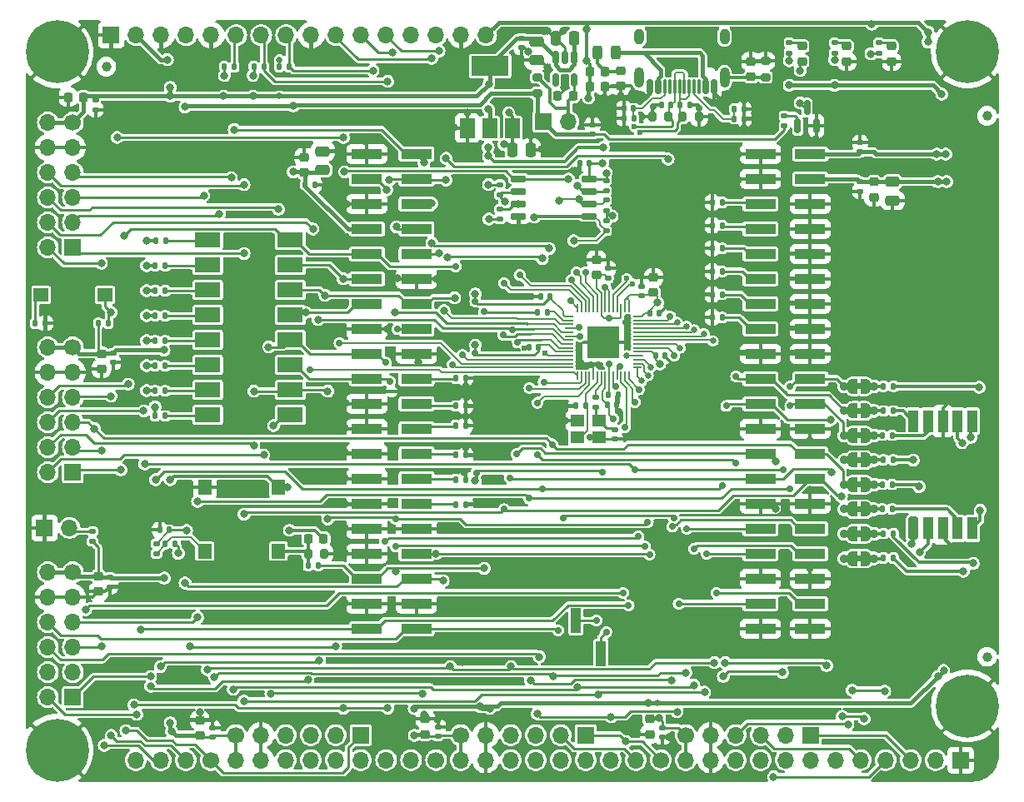
<source format=gbr>
%TF.GenerationSoftware,KiCad,Pcbnew,8.0.7-8.0.7-0~ubuntu22.04.1*%
%TF.CreationDate,2024-12-10T15:43:45-05:00*%
%TF.ProjectId,tinytapeout-demo,74696e79-7461-4706-956f-75742d64656d,2.1.0*%
%TF.SameCoordinates,PX38be5e0PY7d687e0*%
%TF.FileFunction,Copper,L1,Top*%
%TF.FilePolarity,Positive*%
%FSLAX46Y46*%
G04 Gerber Fmt 4.6, Leading zero omitted, Abs format (unit mm)*
G04 Created by KiCad (PCBNEW 8.0.7-8.0.7-0~ubuntu22.04.1) date 2024-12-10 15:43:45*
%MOMM*%
%LPD*%
G01*
G04 APERTURE LIST*
G04 Aperture macros list*
%AMRoundRect*
0 Rectangle with rounded corners*
0 $1 Rounding radius*
0 $2 $3 $4 $5 $6 $7 $8 $9 X,Y pos of 4 corners*
0 Add a 4 corners polygon primitive as box body*
4,1,4,$2,$3,$4,$5,$6,$7,$8,$9,$2,$3,0*
0 Add four circle primitives for the rounded corners*
1,1,$1+$1,$2,$3*
1,1,$1+$1,$4,$5*
1,1,$1+$1,$6,$7*
1,1,$1+$1,$8,$9*
0 Add four rect primitives between the rounded corners*
20,1,$1+$1,$2,$3,$4,$5,0*
20,1,$1+$1,$4,$5,$6,$7,0*
20,1,$1+$1,$6,$7,$8,$9,0*
20,1,$1+$1,$8,$9,$2,$3,0*%
%AMFreePoly0*
4,1,19,0.500000,-0.750000,0.000000,-0.750000,0.000000,-0.744911,-0.071157,-0.744911,-0.207708,-0.704816,-0.327430,-0.627875,-0.420627,-0.520320,-0.479746,-0.390866,-0.500000,-0.250000,-0.500000,0.250000,-0.479746,0.390866,-0.420627,0.520320,-0.327430,0.627875,-0.207708,0.704816,-0.071157,0.744911,0.000000,0.744911,0.000000,0.750000,0.500000,0.750000,0.500000,-0.750000,0.500000,-0.750000,
$1*%
%AMFreePoly1*
4,1,19,0.000000,0.744911,0.071157,0.744911,0.207708,0.704816,0.327430,0.627875,0.420627,0.520320,0.479746,0.390866,0.500000,0.250000,0.500000,-0.250000,0.479746,-0.390866,0.420627,-0.520320,0.327430,-0.627875,0.207708,-0.704816,0.071157,-0.744911,0.000000,-0.744911,0.000000,-0.750000,-0.500000,-0.750000,-0.500000,0.750000,0.000000,0.750000,0.000000,0.744911,0.000000,0.744911,
$1*%
G04 Aperture macros list end*
%TA.AperFunction,EtchedComponent*%
%ADD10C,0.000000*%
%TD*%
%TA.AperFunction,ComponentPad*%
%ADD11C,0.820000*%
%TD*%
%TA.AperFunction,ComponentPad*%
%ADD12C,0.900000*%
%TD*%
%TA.AperFunction,SMDPad,CuDef*%
%ADD13FreePoly0,0.000000*%
%TD*%
%TA.AperFunction,SMDPad,CuDef*%
%ADD14FreePoly1,0.000000*%
%TD*%
%TA.AperFunction,SMDPad,CuDef*%
%ADD15RoundRect,0.135000X0.135000X0.185000X-0.135000X0.185000X-0.135000X-0.185000X0.135000X-0.185000X0*%
%TD*%
%TA.AperFunction,SMDPad,CuDef*%
%ADD16RoundRect,0.135000X0.185000X-0.135000X0.185000X0.135000X-0.185000X0.135000X-0.185000X-0.135000X0*%
%TD*%
%TA.AperFunction,ComponentPad*%
%ADD17C,0.620000*%
%TD*%
%TA.AperFunction,SMDPad,CuDef*%
%ADD18RoundRect,0.225000X-0.250000X0.225000X-0.250000X-0.225000X0.250000X-0.225000X0.250000X0.225000X0*%
%TD*%
%TA.AperFunction,SMDPad,CuDef*%
%ADD19RoundRect,0.140000X-0.170000X0.140000X-0.170000X-0.140000X0.170000X-0.140000X0.170000X0.140000X0*%
%TD*%
%TA.AperFunction,SMDPad,CuDef*%
%ADD20RoundRect,0.140000X-0.140000X-0.170000X0.140000X-0.170000X0.140000X0.170000X-0.140000X0.170000X0*%
%TD*%
%TA.AperFunction,ComponentPad*%
%ADD21C,6.400000*%
%TD*%
%TA.AperFunction,SMDPad,CuDef*%
%ADD22RoundRect,0.250000X0.475000X-0.250000X0.475000X0.250000X-0.475000X0.250000X-0.475000X-0.250000X0*%
%TD*%
%TA.AperFunction,SMDPad,CuDef*%
%ADD23C,1.000000*%
%TD*%
%TA.AperFunction,SMDPad,CuDef*%
%ADD24RoundRect,0.135000X-0.185000X0.135000X-0.185000X-0.135000X0.185000X-0.135000X0.185000X0.135000X0*%
%TD*%
%TA.AperFunction,ComponentPad*%
%ADD25R,1.700000X1.700000*%
%TD*%
%TA.AperFunction,ComponentPad*%
%ADD26O,1.700000X1.700000*%
%TD*%
%TA.AperFunction,ComponentPad*%
%ADD27C,1.700000*%
%TD*%
%TA.AperFunction,SMDPad,CuDef*%
%ADD28RoundRect,0.250000X-0.250000X-0.475000X0.250000X-0.475000X0.250000X0.475000X-0.250000X0.475000X0*%
%TD*%
%TA.AperFunction,SMDPad,CuDef*%
%ADD29RoundRect,0.135000X-0.135000X-0.185000X0.135000X-0.185000X0.135000X0.185000X-0.135000X0.185000X0*%
%TD*%
%TA.AperFunction,SMDPad,CuDef*%
%ADD30RoundRect,0.250000X0.250000X0.475000X-0.250000X0.475000X-0.250000X-0.475000X0.250000X-0.475000X0*%
%TD*%
%TA.AperFunction,SMDPad,CuDef*%
%ADD31RoundRect,0.200000X-0.200000X-0.275000X0.200000X-0.275000X0.200000X0.275000X-0.200000X0.275000X0*%
%TD*%
%TA.AperFunction,SMDPad,CuDef*%
%ADD32RoundRect,0.140000X0.140000X0.170000X-0.140000X0.170000X-0.140000X-0.170000X0.140000X-0.170000X0*%
%TD*%
%TA.AperFunction,SMDPad,CuDef*%
%ADD33R,1.400000X1.200000*%
%TD*%
%TA.AperFunction,SMDPad,CuDef*%
%ADD34RoundRect,0.050000X-0.050000X-0.050000X0.050000X-0.050000X0.050000X0.050000X-0.050000X0.050000X0*%
%TD*%
%TA.AperFunction,SMDPad,CuDef*%
%ADD35RoundRect,0.140000X0.170000X-0.140000X0.170000X0.140000X-0.170000X0.140000X-0.170000X-0.140000X0*%
%TD*%
%TA.AperFunction,SMDPad,CuDef*%
%ADD36R,1.400000X1.500000*%
%TD*%
%TA.AperFunction,SMDPad,CuDef*%
%ADD37RoundRect,0.225000X-0.225000X-0.250000X0.225000X-0.250000X0.225000X0.250000X-0.225000X0.250000X0*%
%TD*%
%TA.AperFunction,SMDPad,CuDef*%
%ADD38RoundRect,0.150000X0.150000X0.575000X-0.150000X0.575000X-0.150000X-0.575000X0.150000X-0.575000X0*%
%TD*%
%TA.AperFunction,SMDPad,CuDef*%
%ADD39RoundRect,0.075000X0.075000X0.650000X-0.075000X0.650000X-0.075000X-0.650000X0.075000X-0.650000X0*%
%TD*%
%TA.AperFunction,ComponentPad*%
%ADD40O,1.000000X2.100000*%
%TD*%
%TA.AperFunction,ComponentPad*%
%ADD41O,1.000000X1.600000*%
%TD*%
%TA.AperFunction,SMDPad,CuDef*%
%ADD42R,1.000000X2.510000*%
%TD*%
%TA.AperFunction,SMDPad,CuDef*%
%ADD43RoundRect,0.250000X-0.475000X0.250000X-0.475000X-0.250000X0.475000X-0.250000X0.475000X0.250000X0*%
%TD*%
%TA.AperFunction,SMDPad,CuDef*%
%ADD44RoundRect,0.200000X-0.275000X0.200000X-0.275000X-0.200000X0.275000X-0.200000X0.275000X0.200000X0*%
%TD*%
%TA.AperFunction,SMDPad,CuDef*%
%ADD45RoundRect,0.200000X0.200000X0.275000X-0.200000X0.275000X-0.200000X-0.275000X0.200000X-0.275000X0*%
%TD*%
%TA.AperFunction,SMDPad,CuDef*%
%ADD46RoundRect,0.200000X0.300000X-0.950000X0.300000X0.950000X-0.300000X0.950000X-0.300000X-0.950000X0*%
%TD*%
%TA.AperFunction,SMDPad,CuDef*%
%ADD47R,1.000000X2.300000*%
%TD*%
%TA.AperFunction,SMDPad,CuDef*%
%ADD48RoundRect,0.150000X-0.650000X-0.150000X0.650000X-0.150000X0.650000X0.150000X-0.650000X0.150000X0*%
%TD*%
%TA.AperFunction,SMDPad,CuDef*%
%ADD49RoundRect,0.225000X0.250000X-0.225000X0.250000X0.225000X-0.250000X0.225000X-0.250000X-0.225000X0*%
%TD*%
%TA.AperFunction,SMDPad,CuDef*%
%ADD50RoundRect,0.050000X-0.387500X-0.050000X0.387500X-0.050000X0.387500X0.050000X-0.387500X0.050000X0*%
%TD*%
%TA.AperFunction,SMDPad,CuDef*%
%ADD51RoundRect,0.050000X-0.050000X-0.387500X0.050000X-0.387500X0.050000X0.387500X-0.050000X0.387500X0*%
%TD*%
%TA.AperFunction,SMDPad,CuDef*%
%ADD52R,3.200000X3.200000*%
%TD*%
%TA.AperFunction,SMDPad,CuDef*%
%ADD53RoundRect,0.150000X0.150000X-0.587500X0.150000X0.587500X-0.150000X0.587500X-0.150000X-0.587500X0*%
%TD*%
%TA.AperFunction,SMDPad,CuDef*%
%ADD54RoundRect,0.243750X0.243750X0.456250X-0.243750X0.456250X-0.243750X-0.456250X0.243750X-0.456250X0*%
%TD*%
%TA.AperFunction,SMDPad,CuDef*%
%ADD55R,1.500000X1.400000*%
%TD*%
%TA.AperFunction,SMDPad,CuDef*%
%ADD56RoundRect,0.200000X0.275000X-0.200000X0.275000X0.200000X-0.275000X0.200000X-0.275000X-0.200000X0*%
%TD*%
%TA.AperFunction,SMDPad,CuDef*%
%ADD57RoundRect,0.150000X-0.150000X0.512500X-0.150000X-0.512500X0.150000X-0.512500X0.150000X0.512500X0*%
%TD*%
%TA.AperFunction,SMDPad,CuDef*%
%ADD58R,1.500000X2.000000*%
%TD*%
%TA.AperFunction,SMDPad,CuDef*%
%ADD59R,3.800000X2.000000*%
%TD*%
%TA.AperFunction,SMDPad,CuDef*%
%ADD60RoundRect,0.225000X0.225000X0.250000X-0.225000X0.250000X-0.225000X-0.250000X0.225000X-0.250000X0*%
%TD*%
%TA.AperFunction,SMDPad,CuDef*%
%ADD61R,3.150000X1.000000*%
%TD*%
%TA.AperFunction,SMDPad,CuDef*%
%ADD62RoundRect,0.218750X0.256250X-0.218750X0.256250X0.218750X-0.256250X0.218750X-0.256250X-0.218750X0*%
%TD*%
%TA.AperFunction,SMDPad,CuDef*%
%ADD63RoundRect,0.218750X0.218750X0.256250X-0.218750X0.256250X-0.218750X-0.256250X0.218750X-0.256250X0*%
%TD*%
%TA.AperFunction,SMDPad,CuDef*%
%ADD64R,2.600000X1.550000*%
%TD*%
%TA.AperFunction,ViaPad*%
%ADD65C,0.800000*%
%TD*%
%TA.AperFunction,ViaPad*%
%ADD66C,0.700000*%
%TD*%
%TA.AperFunction,ViaPad*%
%ADD67C,0.620000*%
%TD*%
%TA.AperFunction,ViaPad*%
%ADD68C,0.650000*%
%TD*%
%TA.AperFunction,ViaPad*%
%ADD69C,0.600000*%
%TD*%
%TA.AperFunction,Conductor*%
%ADD70C,0.300000*%
%TD*%
%TA.AperFunction,Conductor*%
%ADD71C,0.200000*%
%TD*%
%TA.AperFunction,Conductor*%
%ADD72C,0.245000*%
%TD*%
%TA.AperFunction,Conductor*%
%ADD73C,0.400000*%
%TD*%
%TA.AperFunction,Conductor*%
%ADD74C,0.250000*%
%TD*%
%TA.AperFunction,Conductor*%
%ADD75C,0.180000*%
%TD*%
%TA.AperFunction,Conductor*%
%ADD76C,0.230000*%
%TD*%
G04 APERTURE END LIST*
D10*
%TA.AperFunction,EtchedComponent*%
%TO.C,JP7*%
G36*
X143750000Y-93800000D02*
G01*
X143250000Y-93800000D01*
X143250000Y-93200000D01*
X143750000Y-93200000D01*
X143750000Y-93800000D01*
G37*
%TD.AperFunction*%
%TA.AperFunction,EtchedComponent*%
G36*
X144750000Y-93800000D02*
G01*
X144250000Y-93800000D01*
X144250000Y-93200000D01*
X144750000Y-93200000D01*
X144750000Y-93800000D01*
G37*
%TD.AperFunction*%
%TA.AperFunction,EtchedComponent*%
G36*
X145750000Y-93800000D02*
G01*
X145250000Y-93800000D01*
X145250000Y-93200000D01*
X145750000Y-93200000D01*
X145750000Y-93800000D01*
G37*
%TD.AperFunction*%
%TA.AperFunction,EtchedComponent*%
%TO.C,JP1*%
G36*
X143750000Y-108800000D02*
G01*
X143250000Y-108800000D01*
X143250000Y-108200000D01*
X143750000Y-108200000D01*
X143750000Y-108800000D01*
G37*
%TD.AperFunction*%
%TA.AperFunction,EtchedComponent*%
G36*
X144750000Y-108800000D02*
G01*
X144250000Y-108800000D01*
X144250000Y-108200000D01*
X144750000Y-108200000D01*
X144750000Y-108800000D01*
G37*
%TD.AperFunction*%
%TA.AperFunction,EtchedComponent*%
G36*
X145750000Y-108800000D02*
G01*
X145250000Y-108800000D01*
X145250000Y-108200000D01*
X145750000Y-108200000D01*
X145750000Y-108800000D01*
G37*
%TD.AperFunction*%
%TA.AperFunction,EtchedComponent*%
%TO.C,JP3*%
G36*
X143750000Y-103800000D02*
G01*
X143250000Y-103800000D01*
X143250000Y-103200000D01*
X143750000Y-103200000D01*
X143750000Y-103800000D01*
G37*
%TD.AperFunction*%
%TA.AperFunction,EtchedComponent*%
G36*
X144750000Y-103800000D02*
G01*
X144250000Y-103800000D01*
X144250000Y-103200000D01*
X144750000Y-103200000D01*
X144750000Y-103800000D01*
G37*
%TD.AperFunction*%
%TA.AperFunction,EtchedComponent*%
G36*
X145750000Y-103800000D02*
G01*
X145250000Y-103800000D01*
X145250000Y-103200000D01*
X145750000Y-103200000D01*
X145750000Y-103800000D01*
G37*
%TD.AperFunction*%
%TA.AperFunction,EtchedComponent*%
%TO.C,JP8*%
G36*
X143750000Y-91300000D02*
G01*
X143250000Y-91300000D01*
X143250000Y-90700000D01*
X143750000Y-90700000D01*
X143750000Y-91300000D01*
G37*
%TD.AperFunction*%
%TA.AperFunction,EtchedComponent*%
G36*
X144750000Y-91300000D02*
G01*
X144250000Y-91300000D01*
X144250000Y-90700000D01*
X144750000Y-90700000D01*
X144750000Y-91300000D01*
G37*
%TD.AperFunction*%
%TA.AperFunction,EtchedComponent*%
G36*
X145750000Y-91300000D02*
G01*
X145250000Y-91300000D01*
X145250000Y-90700000D01*
X145750000Y-90700000D01*
X145750000Y-91300000D01*
G37*
%TD.AperFunction*%
%TA.AperFunction,EtchedComponent*%
%TO.C,JP2*%
G36*
X143750000Y-106300000D02*
G01*
X143250000Y-106300000D01*
X143250000Y-105700000D01*
X143750000Y-105700000D01*
X143750000Y-106300000D01*
G37*
%TD.AperFunction*%
%TA.AperFunction,EtchedComponent*%
G36*
X144750000Y-106300000D02*
G01*
X144250000Y-106300000D01*
X144250000Y-105700000D01*
X144750000Y-105700000D01*
X144750000Y-106300000D01*
G37*
%TD.AperFunction*%
%TA.AperFunction,EtchedComponent*%
G36*
X145750000Y-106300000D02*
G01*
X145250000Y-106300000D01*
X145250000Y-105700000D01*
X145750000Y-105700000D01*
X145750000Y-106300000D01*
G37*
%TD.AperFunction*%
%TA.AperFunction,EtchedComponent*%
%TO.C,JP5*%
G36*
X143750000Y-98800000D02*
G01*
X143250000Y-98800000D01*
X143250000Y-98200000D01*
X143750000Y-98200000D01*
X143750000Y-98800000D01*
G37*
%TD.AperFunction*%
%TA.AperFunction,EtchedComponent*%
G36*
X144750000Y-98800000D02*
G01*
X144250000Y-98800000D01*
X144250000Y-98200000D01*
X144750000Y-98200000D01*
X144750000Y-98800000D01*
G37*
%TD.AperFunction*%
%TA.AperFunction,EtchedComponent*%
G36*
X145750000Y-98800000D02*
G01*
X145250000Y-98800000D01*
X145250000Y-98200000D01*
X145750000Y-98200000D01*
X145750000Y-98800000D01*
G37*
%TD.AperFunction*%
%TA.AperFunction,EtchedComponent*%
%TO.C,JP6*%
G36*
X143750000Y-96300000D02*
G01*
X143250000Y-96300000D01*
X143250000Y-95700000D01*
X143750000Y-95700000D01*
X143750000Y-96300000D01*
G37*
%TD.AperFunction*%
%TA.AperFunction,EtchedComponent*%
G36*
X144750000Y-96300000D02*
G01*
X144250000Y-96300000D01*
X144250000Y-95700000D01*
X144750000Y-95700000D01*
X144750000Y-96300000D01*
G37*
%TD.AperFunction*%
%TA.AperFunction,EtchedComponent*%
G36*
X145750000Y-96300000D02*
G01*
X145250000Y-96300000D01*
X145250000Y-95700000D01*
X145750000Y-95700000D01*
X145750000Y-96300000D01*
G37*
%TD.AperFunction*%
%TA.AperFunction,EtchedComponent*%
%TO.C,JP4*%
G36*
X143750000Y-101300000D02*
G01*
X143250000Y-101300000D01*
X143250000Y-100700000D01*
X143750000Y-100700000D01*
X143750000Y-101300000D01*
G37*
%TD.AperFunction*%
%TA.AperFunction,EtchedComponent*%
G36*
X144750000Y-101300000D02*
G01*
X144250000Y-101300000D01*
X144250000Y-100700000D01*
X144750000Y-100700000D01*
X144750000Y-101300000D01*
G37*
%TD.AperFunction*%
%TA.AperFunction,EtchedComponent*%
G36*
X145750000Y-101300000D02*
G01*
X145250000Y-101300000D01*
X145250000Y-100700000D01*
X145750000Y-100700000D01*
X145750000Y-101300000D01*
G37*
%TD.AperFunction*%
%TD*%
D11*
%TO.P,STITCHB1,1*%
%TO.N,GND*%
X137100000Y-67300000D03*
%TD*%
D12*
%TO.P,JP7,1,A*%
%TO.N,uo_out6*%
X143000000Y-93500000D03*
D13*
X143850000Y-93500000D03*
D14*
%TO.P,JP7,2,B*%
%TO.N,Net-(JP7-B)*%
X145150000Y-93500000D03*
D12*
X146000000Y-93500000D03*
%TD*%
D15*
%TO.P,R53,1*%
%TO.N,/an9*%
X130610000Y-76980000D03*
%TO.P,R53,2*%
%TO.N,GND*%
X129590000Y-76980000D03*
%TD*%
D16*
%TO.P,R15,1*%
%TO.N,+5V*%
X146500000Y-57110000D03*
%TO.P,R15,2*%
%TO.N,Net-(D1-A)*%
X146500000Y-56090000D03*
%TD*%
D11*
%TO.P,STITCHB1,1*%
%TO.N,GND*%
X129800000Y-85300000D03*
%TD*%
%TO.P,STITCHB1,1*%
%TO.N,GND*%
X68600000Y-128400000D03*
%TD*%
D17*
%TO.P,STITCHP3,1*%
%TO.N,GND*%
X134600000Y-130700000D03*
%TD*%
D11*
%TO.P,STITCHB1,1*%
%TO.N,GND*%
X96800000Y-125000000D03*
%TD*%
D18*
%TO.P,C32,1*%
%TO.N,GND*%
X117800000Y-78125000D03*
%TO.P,C32,2*%
%TO.N,/RP2040/DVDD*%
X117800000Y-79675000D03*
%TD*%
D19*
%TO.P,C23,1*%
%TO.N,GND*%
X144600000Y-66220000D03*
%TO.P,C23,2*%
%TO.N,+3V3*%
X144600000Y-67180000D03*
%TD*%
D20*
%TO.P,C36,1*%
%TO.N,+3V3*%
X118920000Y-92850000D03*
%TO.P,C36,2*%
%TO.N,GND*%
X119880000Y-92850000D03*
%TD*%
D15*
%TO.P,R55,1*%
%TO.N,/an11*%
X130610000Y-72300000D03*
%TO.P,R55,2*%
%TO.N,GND*%
X129590000Y-72300000D03*
%TD*%
D12*
%TO.P,JP1,1,A*%
%TO.N,uo_out0*%
X143000000Y-108500000D03*
D13*
X143850000Y-108500000D03*
D14*
%TO.P,JP1,2,B*%
%TO.N,Net-(JP1-B)*%
X145150000Y-108500000D03*
D12*
X146000000Y-108500000D03*
%TD*%
D15*
%TO.P,R20,1*%
%TO.N,/CC2*%
X121610000Y-63750000D03*
%TO.P,R20,2*%
%TO.N,GND*%
X120590000Y-63750000D03*
%TD*%
D21*
%TO.P,MT3,1,1*%
%TO.N,GND*%
X63000000Y-57000000D03*
%TD*%
D11*
%TO.P,STITCHB1,1*%
%TO.N,GND*%
X75500000Y-63700000D03*
%TD*%
%TO.P,STITCHB1,1*%
%TO.N,GND*%
X71400000Y-90100000D03*
%TD*%
%TO.P,STITCHB5,1*%
%TO.N,GND*%
X119900000Y-74700000D03*
%TD*%
%TO.P,STITCHB4,1*%
%TO.N,GND*%
X119900000Y-77900000D03*
%TD*%
D22*
%TO.P,C16,1*%
%TO.N,GND*%
X147900000Y-72100000D03*
%TO.P,C16,2*%
%TO.N,+3V3*%
X147900000Y-70200000D03*
%TD*%
D23*
%TO.P,FID3,*%
%TO.N,*%
X157500000Y-63500000D03*
%TD*%
D24*
%TO.P,R38,1*%
%TO.N,+3V3*%
X118800000Y-70090000D03*
%TO.P,R38,2*%
%TO.N,/RP2040/QSPI_SD3*%
X118800000Y-71110000D03*
%TD*%
D11*
%TO.P,STITCHB1,1*%
%TO.N,GND*%
X122100000Y-113700000D03*
%TD*%
%TO.P,STITCHB1,1*%
%TO.N,GND*%
X80000000Y-122500000D03*
%TD*%
%TO.P,STITCHB35,1*%
%TO.N,GND*%
X60300000Y-93600000D03*
%TD*%
D18*
%TO.P,C48,1*%
%TO.N,/vfused*%
X120300000Y-58925000D03*
%TO.P,C48,2*%
%TO.N,GND*%
X120300000Y-60475000D03*
%TD*%
D25*
%TO.P,J13,1,IO1*%
%TO.N,ui_in0*%
X64600000Y-99740000D03*
D26*
%TO.P,J13,2,IO2*%
%TO.N,ui_in2*%
X64600000Y-97200000D03*
%TO.P,J13,3,IO3*%
%TO.N,uo_out3*%
X64600000Y-94660000D03*
%TO.P,J13,4,IO4*%
%TO.N,ui_in1*%
X64600000Y-92120000D03*
%TO.P,J13,5,GND*%
%TO.N,GND*%
X64600000Y-89580000D03*
D27*
%TO.P,J13,6,VCC*%
%TO.N,+3V3*%
X64600000Y-87040000D03*
D26*
%TO.P,J13,7,IO5*%
%TO.N,ui_in4*%
X62060000Y-99740000D03*
%TO.P,J13,8,IO6*%
%TO.N,ui_in6*%
X62060000Y-97200000D03*
%TO.P,J13,9,IO7*%
%TO.N,uo_out7*%
X62060000Y-94660000D03*
%TO.P,J13,10,IO8*%
%TO.N,ui_in5*%
X62060000Y-92120000D03*
%TO.P,J13,11,GND*%
%TO.N,GND*%
X62060000Y-89580000D03*
%TO.P,J13,12,VCC*%
%TO.N,+3V3*%
X62060000Y-87040000D03*
%TD*%
D11*
%TO.P,STITCHB1,1*%
%TO.N,GND*%
X136000000Y-121300000D03*
%TD*%
%TO.P,STITCHB1,1*%
%TO.N,GND*%
X154200000Y-102500000D03*
%TD*%
D28*
%TO.P,C6,1*%
%TO.N,+5V*%
X109250000Y-67000000D03*
%TO.P,C6,2*%
%TO.N,GND*%
X111150000Y-67000000D03*
%TD*%
D29*
%TO.P,R5,1*%
%TO.N,+3V3*%
X72980000Y-83828571D03*
%TO.P,R5,2*%
%TO.N,Net-(R5-Pad2)*%
X74000000Y-83828571D03*
%TD*%
D11*
%TO.P,STITCHB1,1*%
%TO.N,GND*%
X127100000Y-64900000D03*
%TD*%
%TO.P,STITCHB31,1*%
%TO.N,GND*%
X60300000Y-73020000D03*
%TD*%
D17*
%TO.P,STITCHP3,1*%
%TO.N,GND*%
X122300000Y-79800000D03*
%TD*%
D11*
%TO.P,STITCHB29,1*%
%TO.N,GND*%
X60300000Y-67940000D03*
%TD*%
%TO.P,STITCHB1,1*%
%TO.N,GND*%
X120500000Y-130700000D03*
%TD*%
D19*
%TO.P,C56,1*%
%TO.N,+3V3*%
X68400000Y-110420000D03*
%TO.P,C56,2*%
%TO.N,GND*%
X68400000Y-111380000D03*
%TD*%
D30*
%TO.P,C7,1*%
%TO.N,+3V3*%
X115550000Y-55600000D03*
%TO.P,C7,2*%
%TO.N,GND*%
X113650000Y-55600000D03*
%TD*%
D11*
%TO.P,STITCHB1,1*%
%TO.N,GND*%
X88100000Y-58000000D03*
%TD*%
%TO.P,STITCHB1,1*%
%TO.N,GND*%
X72300000Y-130700000D03*
%TD*%
%TO.P,STITCHB7,1*%
%TO.N,GND*%
X127700000Y-58100000D03*
%TD*%
%TO.P,STITCHB27,1*%
%TO.N,GND*%
X60300000Y-65400000D03*
%TD*%
%TO.P,STITCHB1,1*%
%TO.N,GND*%
X68200000Y-60600000D03*
%TD*%
D31*
%TO.P,R7,1*%
%TO.N,Net-(C1-Pad2)*%
X88485000Y-108000000D03*
%TO.P,R7,2*%
%TO.N,GND*%
X90135000Y-108000000D03*
%TD*%
D11*
%TO.P,STITCHB12,1*%
%TO.N,GND*%
X142900000Y-85100000D03*
%TD*%
D29*
%TO.P,R1,1*%
%TO.N,+3V3*%
X72980000Y-94000000D03*
%TO.P,R1,2*%
%TO.N,Net-(R1-Pad2)*%
X74000000Y-94000000D03*
%TD*%
D11*
%TO.P,STITCHB1,1*%
%TO.N,GND*%
X94100000Y-124600000D03*
%TD*%
D32*
%TO.P,C29,1*%
%TO.N,Net-(U6-XIN)*%
X116680000Y-93000000D03*
%TO.P,C29,2*%
%TO.N,GND*%
X115720000Y-93000000D03*
%TD*%
D11*
%TO.P,STITCHB7,1*%
%TO.N,GND*%
X119900000Y-66700000D03*
%TD*%
%TO.P,STITCHB11,1*%
%TO.N,GND*%
X142900000Y-82560000D03*
%TD*%
%TO.P,STITCHB1,1*%
%TO.N,GND*%
X147400000Y-92300000D03*
%TD*%
D27*
%TO.P,J2,1,Pin_1*%
%TO.N,ui_in0*%
X78620000Y-129000000D03*
D26*
%TO.P,J2,2,Pin_2*%
%TO.N,ui_in1*%
X76080000Y-129000000D03*
%TO.P,J2,3,Pin_3*%
%TO.N,ui_in2*%
X73540000Y-129000000D03*
%TO.P,J2,4,Pin_4*%
%TO.N,ui_in3*%
X71000000Y-129000000D03*
%TD*%
D11*
%TO.P,STITCHB1,1*%
%TO.N,GND*%
X75700000Y-92700000D03*
%TD*%
%TO.P,STITCHB1,1*%
%TO.N,GND*%
X81900000Y-69200000D03*
%TD*%
D32*
%TO.P,C24,1*%
%TO.N,GND*%
X89180000Y-70500000D03*
%TO.P,C24,2*%
%TO.N,+1V8*%
X88220000Y-70500000D03*
%TD*%
D11*
%TO.P,STITCHB1,1*%
%TO.N,GND*%
X123100000Y-130700000D03*
%TD*%
D19*
%TO.P,C8,1*%
%TO.N,+3V3*%
X124500000Y-125720000D03*
%TO.P,C8,2*%
%TO.N,GND*%
X124500000Y-126680000D03*
%TD*%
D11*
%TO.P,STITCHB1,1*%
%TO.N,GND*%
X108400000Y-124200000D03*
%TD*%
%TO.P,STITCHB1,1*%
%TO.N,GND*%
X142900000Y-72400000D03*
%TD*%
%TO.P,STITCHB1,1*%
%TO.N,GND*%
X150400000Y-66400000D03*
%TD*%
%TO.P,STITCHB1,1*%
%TO.N,GND*%
X154300000Y-66400000D03*
%TD*%
D33*
%TO.P,Y1,1,1*%
%TO.N,Net-(U6-XIN)*%
X115900000Y-96200000D03*
%TO.P,Y1,2,2*%
%TO.N,GND*%
X118100000Y-96200000D03*
%TO.P,Y1,3,3*%
%TO.N,Net-(C30-Pad1)*%
X118100000Y-94500000D03*
%TO.P,Y1,4,4*%
%TO.N,GND*%
X115900000Y-94500000D03*
%TD*%
D11*
%TO.P,STITCHB1,1*%
%TO.N,GND*%
X113100000Y-118800000D03*
%TD*%
%TO.P,STITCHB1,1*%
%TO.N,GND*%
X84100000Y-60600000D03*
%TD*%
D16*
%TO.P,R18,1*%
%TO.N,+3V3*%
X137400000Y-57110000D03*
%TO.P,R18,2*%
%TO.N,Net-(D3-A)*%
X137400000Y-56090000D03*
%TD*%
D11*
%TO.P,STITCHB1,1*%
%TO.N,GND*%
X150400000Y-119200000D03*
%TD*%
%TO.P,STITCHB1,1*%
%TO.N,GND*%
X108400000Y-121000000D03*
%TD*%
D17*
%TO.P,STITCHP3,1*%
%TO.N,GND*%
X117150000Y-86500000D03*
%TD*%
D19*
%TO.P,C58,1*%
%TO.N,+3V3*%
X66900000Y-61920000D03*
%TO.P,C58,2*%
%TO.N,GND*%
X66900000Y-62880000D03*
%TD*%
D11*
%TO.P,STITCHB19,1*%
%TO.N,GND*%
X158200000Y-86400000D03*
%TD*%
D16*
%TO.P,R50,1*%
%TO.N,+1V8*%
X136900000Y-64510000D03*
%TO.P,R50,2*%
%TO.N,Net-(Q1-G)*%
X136900000Y-63490000D03*
%TD*%
D17*
%TO.P,STITCHP3,1*%
%TO.N,GND*%
X108100000Y-67400000D03*
%TD*%
D11*
%TO.P,STITCHB1,1*%
%TO.N,GND*%
X150400000Y-71400000D03*
%TD*%
D29*
%TO.P,R11,1*%
%TO.N,+3V3*%
X72990000Y-76200000D03*
%TO.P,R11,2*%
%TO.N,Net-(R11-Pad2)*%
X74010000Y-76200000D03*
%TD*%
D11*
%TO.P,STITCHB7,1*%
%TO.N,GND*%
X125100000Y-55100000D03*
%TD*%
%TO.P,STITCHB1,1*%
%TO.N,GND*%
X88100000Y-63700000D03*
%TD*%
D17*
%TO.P,STITCHP3,1*%
%TO.N,GND*%
X110400000Y-90300000D03*
%TD*%
%TO.P,STITCHP3,1*%
%TO.N,GND*%
X118500000Y-87800000D03*
%TD*%
D34*
%TO.P,J18,1,1*%
%TO.N,uo_out6*%
X137000000Y-91500000D03*
%TD*%
D29*
%TO.P,R43,1*%
%TO.N,/an4*%
X103490000Y-100500000D03*
%TO.P,R43,2*%
%TO.N,GND*%
X104510000Y-100500000D03*
%TD*%
D20*
%TO.P,C46,1*%
%TO.N,/CC1*%
X131820000Y-62800000D03*
%TO.P,C46,2*%
%TO.N,GND*%
X132780000Y-62800000D03*
%TD*%
D35*
%TO.P,C4,1*%
%TO.N,+3V3*%
X78800000Y-126680000D03*
%TO.P,C4,2*%
%TO.N,GND*%
X78800000Y-125720000D03*
%TD*%
D29*
%TO.P,R24,1*%
%TO.N,Net-(JP3-B)*%
X146830000Y-103471428D03*
%TO.P,R24,2*%
%TO.N,Net-(U1-C)*%
X147850000Y-103471428D03*
%TD*%
D11*
%TO.P,STITCHB1,1*%
%TO.N,GND*%
X92900000Y-130700000D03*
%TD*%
D17*
%TO.P,STITCHP3,1*%
%TO.N,GND*%
X119850000Y-86500000D03*
%TD*%
D11*
%TO.P,STITCHB1,1*%
%TO.N,GND*%
X70800000Y-78500000D03*
%TD*%
D29*
%TO.P,R22,1*%
%TO.N,Net-(JP1-B)*%
X146980000Y-108460000D03*
%TO.P,R22,2*%
%TO.N,Net-(U1-A)*%
X148000000Y-108460000D03*
%TD*%
D11*
%TO.P,STITCHB18,1*%
%TO.N,GND*%
X158200000Y-81400000D03*
%TD*%
%TO.P,STITCHB1,1*%
%TO.N,GND*%
X97700000Y-130700000D03*
%TD*%
D32*
%TO.P,C47,1*%
%TO.N,/CC2*%
X121580000Y-62750000D03*
%TO.P,C47,2*%
%TO.N,GND*%
X120620000Y-62750000D03*
%TD*%
D11*
%TO.P,STITCHB1,1*%
%TO.N,GND*%
X73400000Y-60400000D03*
%TD*%
D12*
%TO.P,JP3,1,A*%
%TO.N,uo_out2*%
X143000000Y-103500000D03*
D13*
X143850000Y-103500000D03*
D14*
%TO.P,JP3,2,B*%
%TO.N,Net-(JP3-B)*%
X145150000Y-103500000D03*
D12*
X146000000Y-103500000D03*
%TD*%
D29*
%TO.P,R3,1*%
%TO.N,+3V3*%
X72980000Y-88914285D03*
%TO.P,R3,2*%
%TO.N,Net-(R3-Pad2)*%
X74000000Y-88914285D03*
%TD*%
D12*
%TO.P,JP8,1,A*%
%TO.N,uo_out7*%
X143000000Y-91000000D03*
D13*
X143850000Y-91000000D03*
D14*
%TO.P,JP8,2,B*%
%TO.N,Net-(JP8-B)*%
X145150000Y-91000000D03*
D12*
X146000000Y-91000000D03*
%TD*%
D27*
%TO.P,J8,1,Pin_1*%
%TO.N,uio0*%
X124355000Y-129000000D03*
D26*
%TO.P,J8,2,Pin_2*%
%TO.N,uio1*%
X121815000Y-129000000D03*
%TO.P,J8,3,Pin_3*%
%TO.N,uio2*%
X119275000Y-129000000D03*
%TD*%
D11*
%TO.P,STITCHB1,1*%
%TO.N,GND*%
X131700000Y-103800000D03*
%TD*%
D32*
%TO.P,C2,1*%
%TO.N,~{project_rst}*%
X74380000Y-105600000D03*
%TO.P,C2,2*%
%TO.N,GND*%
X73420000Y-105600000D03*
%TD*%
D25*
%TO.P,J12,1,IO1*%
%TO.N,uo_out4*%
X64600000Y-122600000D03*
D26*
%TO.P,J12,2,IO2*%
%TO.N,uo_out3*%
X64600000Y-120060000D03*
%TO.P,J12,3,IO3*%
%TO.N,ui_in2*%
X64600000Y-117520000D03*
%TO.P,J12,4,IO4*%
%TO.N,uo_out5*%
X64600000Y-114980000D03*
%TO.P,J12,5,GND*%
%TO.N,GND*%
X64600000Y-112440000D03*
D27*
%TO.P,J12,6,VCC*%
%TO.N,+3V3*%
X64600000Y-109900000D03*
D26*
%TO.P,J12,7,IO5*%
%TO.N,uio0*%
X62060000Y-122600000D03*
%TO.P,J12,8,IO6*%
%TO.N,uo_out7*%
X62060000Y-120060000D03*
%TO.P,J12,9,IO7*%
%TO.N,uio2*%
X62060000Y-117520000D03*
%TO.P,J12,10,IO8*%
%TO.N,uio1*%
X62060000Y-114980000D03*
%TO.P,J12,11,GND*%
%TO.N,GND*%
X62060000Y-112440000D03*
%TO.P,J12,12,VCC*%
%TO.N,+3V3*%
X62060000Y-109900000D03*
%TD*%
D11*
%TO.P,STITCHB1,1*%
%TO.N,GND*%
X100000000Y-117200000D03*
%TD*%
D17*
%TO.P,STITCHP3,1*%
%TO.N,GND*%
X71300000Y-114100000D03*
%TD*%
D15*
%TO.P,R41,1*%
%TO.N,RP_proj_clk*%
X112843884Y-83511018D03*
%TO.P,R41,2*%
%TO.N,project_clk*%
X111823884Y-83511018D03*
%TD*%
D11*
%TO.P,STITCHB1,1*%
%TO.N,GND*%
X76400000Y-104100000D03*
%TD*%
D36*
%TO.P,SW2,1,1*%
%TO.N,GND*%
X78000000Y-101250000D03*
%TO.P,SW2,2,2*%
%TO.N,Net-(R13-Pad1)*%
X78000000Y-107750000D03*
%TD*%
D17*
%TO.P,STITCHP3,1*%
%TO.N,GND*%
X118500000Y-85200000D03*
%TD*%
D11*
%TO.P,STITCHB1,1*%
%TO.N,GND*%
X114200000Y-96400000D03*
%TD*%
%TO.P,STITCHB1,1*%
%TO.N,GND*%
X77300000Y-130700000D03*
%TD*%
D15*
%TO.P,R8,1*%
%TO.N,+3V3*%
X75020000Y-107000000D03*
%TO.P,R8,2*%
%TO.N,Net-(R13-Pad1)*%
X74000000Y-107000000D03*
%TD*%
%TO.P,R54,1*%
%TO.N,/an10*%
X130610000Y-74640000D03*
%TO.P,R54,2*%
%TO.N,GND*%
X129590000Y-74640000D03*
%TD*%
D11*
%TO.P,STITCHB16,1*%
%TO.N,GND*%
X158200000Y-71400000D03*
%TD*%
%TO.P,STITCHB1,1*%
%TO.N,GND*%
X107500000Y-109000000D03*
%TD*%
D37*
%TO.P,C49,1*%
%TO.N,+5V*%
X117125000Y-60500000D03*
%TO.P,C49,2*%
%TO.N,GND*%
X118675000Y-60500000D03*
%TD*%
D20*
%TO.P,C35,1*%
%TO.N,+3V3*%
X123820000Y-87900000D03*
%TO.P,C35,2*%
%TO.N,GND*%
X124780000Y-87900000D03*
%TD*%
D38*
%TO.P,J20,A1,GND*%
%TO.N,GND*%
X129750000Y-60545000D03*
%TO.P,J20,A4,VBUS*%
%TO.N,VBUS*%
X128950000Y-60545000D03*
D39*
%TO.P,J20,A5,CC1*%
%TO.N,/CC1*%
X127750000Y-60545000D03*
%TO.P,J20,A6,D+*%
%TO.N,usb_d+*%
X126750000Y-60545000D03*
%TO.P,J20,A7,D-*%
%TO.N,usb_d-*%
X126250000Y-60545000D03*
%TO.P,J20,A8,SBU1*%
%TO.N,unconnected-(J20-SBU1-PadA8)*%
X125250000Y-60545000D03*
D38*
%TO.P,J20,A9,VBUS*%
%TO.N,VBUS*%
X124050000Y-60545000D03*
%TO.P,J20,A12,GND*%
%TO.N,GND*%
X123250000Y-60545000D03*
%TO.P,J20,B1,GND*%
X123250000Y-60545000D03*
%TO.P,J20,B4,VBUS*%
%TO.N,VBUS*%
X124050000Y-60545000D03*
D39*
%TO.P,J20,B5,CC2*%
%TO.N,/CC2*%
X124750000Y-60545000D03*
%TO.P,J20,B6,D+*%
%TO.N,usb_d+*%
X125750000Y-60545000D03*
%TO.P,J20,B7,D-*%
%TO.N,usb_d-*%
X127250000Y-60545000D03*
%TO.P,J20,B8,SBU2*%
%TO.N,unconnected-(J20-SBU2-PadB8)*%
X128250000Y-60545000D03*
D38*
%TO.P,J20,B9,VBUS*%
%TO.N,VBUS*%
X128950000Y-60545000D03*
%TO.P,J20,B12,GND*%
%TO.N,GND*%
X129750000Y-60545000D03*
D40*
%TO.P,J20,S1,SHIELD*%
%TO.N,Net-(J20-SHIELD)*%
X130820000Y-59630000D03*
D41*
X130820000Y-55450000D03*
D40*
X122180000Y-59630000D03*
D41*
X122180000Y-55450000D03*
%TD*%
D11*
%TO.P,STITCHB1,1*%
%TO.N,GND*%
X96400000Y-58700000D03*
%TD*%
%TO.P,STITCHB1,1*%
%TO.N,GND*%
X127700000Y-84100000D03*
%TD*%
%TO.P,STITCHB1,1*%
%TO.N,GND*%
X115400000Y-130700000D03*
%TD*%
%TO.P,STITCHB1,1*%
%TO.N,GND*%
X102700000Y-130700000D03*
%TD*%
%TO.P,STITCHB1,1*%
%TO.N,GND*%
X104200000Y-119000000D03*
%TD*%
%TO.P,STITCHB32,1*%
%TO.N,GND*%
X60300000Y-75560000D03*
%TD*%
D25*
%TO.P,J3,1,IO1*%
%TO.N,ui_in0*%
X93855000Y-126455000D03*
D26*
%TO.P,J3,2,IO2*%
%TO.N,ui_in1*%
X91315000Y-126455000D03*
%TO.P,J3,3,IO3*%
%TO.N,ui_in2*%
X88775000Y-126455000D03*
%TO.P,J3,4,IO4*%
%TO.N,ui_in3*%
X86235000Y-126455000D03*
%TO.P,J3,5,GND*%
%TO.N,GND*%
X83695000Y-126455000D03*
D27*
%TO.P,J3,6,VCC*%
%TO.N,+3V3*%
X81155000Y-126455000D03*
D26*
%TO.P,J3,7,IO5*%
%TO.N,ui_in4*%
X93855000Y-128995000D03*
%TO.P,J3,8,IO6*%
%TO.N,ui_in5*%
X91315000Y-128995000D03*
%TO.P,J3,9,IO7*%
%TO.N,ui_in6*%
X88775000Y-128995000D03*
%TO.P,J3,10,IO8*%
%TO.N,ui_in7*%
X86235000Y-128995000D03*
%TO.P,J3,11,GND*%
%TO.N,GND*%
X83695000Y-128995000D03*
%TO.P,J3,12,VCC*%
%TO.N,+3V3*%
X81155000Y-128995000D03*
%TD*%
D11*
%TO.P,STITCHB1,1*%
%TO.N,GND*%
X73500000Y-111700000D03*
%TD*%
%TO.P,STITCHB1,1*%
%TO.N,GND*%
X147400000Y-107200000D03*
%TD*%
D17*
%TO.P,STITCHP3,1*%
%TO.N,GND*%
X61200000Y-98500000D03*
%TD*%
D11*
%TO.P,STITCHB1,1*%
%TO.N,GND*%
X112900000Y-130700000D03*
%TD*%
D42*
%TO.P,J7,1,Pin_1*%
%TO.N,/RP2040/SWDIO*%
X118270000Y-118155000D03*
%TO.P,J7,2,Pin_2*%
%TO.N,/RP2040/SWCLK*%
X115730000Y-114845000D03*
%TD*%
D11*
%TO.P,STITCHB15,1*%
%TO.N,GND*%
X158200000Y-66400000D03*
%TD*%
D15*
%TO.P,R12,1*%
%TO.N,project_clk*%
X89520000Y-109200000D03*
%TO.P,R12,2*%
%TO.N,Net-(C1-Pad2)*%
X88500000Y-109200000D03*
%TD*%
D11*
%TO.P,STITCHB1,1*%
%TO.N,GND*%
X70800000Y-86200000D03*
%TD*%
D18*
%TO.P,C25,1*%
%TO.N,GND*%
X88100000Y-67725000D03*
%TO.P,C25,2*%
%TO.N,+1V8*%
X88100000Y-69275000D03*
%TD*%
D11*
%TO.P,STITCHB30,1*%
%TO.N,GND*%
X60300000Y-70480000D03*
%TD*%
D21*
%TO.P,MT4,1,1*%
%TO.N,GND*%
X155500000Y-57000000D03*
%TD*%
D11*
%TO.P,STITCHB1,1*%
%TO.N,GND*%
X107500000Y-97600000D03*
%TD*%
%TO.P,STITCHB1,1*%
%TO.N,GND*%
X77000000Y-120100000D03*
%TD*%
%TO.P,STITCHB17,1*%
%TO.N,GND*%
X158200000Y-76400000D03*
%TD*%
D21*
%TO.P,MT2,1,1*%
%TO.N,GND*%
X155500000Y-123500000D03*
%TD*%
D18*
%TO.P,C5,1*%
%TO.N,GND*%
X77500000Y-124925000D03*
%TO.P,C5,2*%
%TO.N,+3V3*%
X77500000Y-126475000D03*
%TD*%
D16*
%TO.P,R13,1*%
%TO.N,Net-(R13-Pad1)*%
X73100000Y-108010000D03*
%TO.P,R13,2*%
%TO.N,~{project_rst}*%
X73100000Y-106990000D03*
%TD*%
D11*
%TO.P,STITCHB1,1*%
%TO.N,GND*%
X156200000Y-110500000D03*
%TD*%
D29*
%TO.P,R21,1*%
%TO.N,/CC1*%
X131790000Y-63800000D03*
%TO.P,R21,2*%
%TO.N,GND*%
X132810000Y-63800000D03*
%TD*%
D11*
%TO.P,STITCHB1,1*%
%TO.N,GND*%
X122100000Y-118700000D03*
%TD*%
D29*
%TO.P,R42,1*%
%TO.N,/an5*%
X103500000Y-103000000D03*
%TO.P,R42,2*%
%TO.N,GND*%
X104520000Y-103000000D03*
%TD*%
D11*
%TO.P,STITCHB1,1*%
%TO.N,GND*%
X105200000Y-60400000D03*
%TD*%
D25*
%TO.P,J5,1,IO1*%
%TO.N,uio0*%
X116715000Y-126455000D03*
D26*
%TO.P,J5,2,IO2*%
%TO.N,uio1*%
X114175000Y-126455000D03*
%TO.P,J5,3,IO3*%
%TO.N,uio2*%
X111635000Y-126455000D03*
%TO.P,J5,4,IO4*%
%TO.N,uio3*%
X109095000Y-126455000D03*
%TO.P,J5,5,GND*%
%TO.N,GND*%
X106555000Y-126455000D03*
D27*
%TO.P,J5,6,VCC*%
%TO.N,+3V3*%
X104015000Y-126455000D03*
D26*
%TO.P,J5,7,IO5*%
%TO.N,uio4*%
X116715000Y-128995000D03*
%TO.P,J5,8,IO6*%
%TO.N,uio5*%
X114175000Y-128995000D03*
%TO.P,J5,9,IO7*%
%TO.N,uio6*%
X111635000Y-128995000D03*
%TO.P,J5,10,IO8*%
%TO.N,uio7*%
X109095000Y-128995000D03*
%TO.P,J5,11,GND*%
%TO.N,GND*%
X106555000Y-128995000D03*
%TO.P,J5,12,VCC*%
%TO.N,+3V3*%
X104015000Y-128995000D03*
%TD*%
D43*
%TO.P,C21,1*%
%TO.N,GND*%
X90000000Y-67100000D03*
%TO.P,C21,2*%
%TO.N,+1V8*%
X90000000Y-69000000D03*
%TD*%
D44*
%TO.P,R49,1*%
%TO.N,/1v8A*%
X111800000Y-59575000D03*
%TO.P,R49,2*%
%TO.N,+1V8*%
X111800000Y-61225000D03*
%TD*%
D11*
%TO.P,STITCHB13,1*%
%TO.N,GND*%
X142900000Y-87640000D03*
%TD*%
D29*
%TO.P,R2,1*%
%TO.N,+3V3*%
X72980000Y-91457142D03*
%TO.P,R2,2*%
%TO.N,Net-(R2-Pad2)*%
X74000000Y-91457142D03*
%TD*%
D45*
%TO.P,D5,1,A1*%
%TO.N,GND*%
X128225000Y-63600000D03*
%TO.P,D5,2,A2*%
%TO.N,usb_d-*%
X126575000Y-63600000D03*
%TD*%
D12*
%TO.P,JP2,1,A*%
%TO.N,uo_out1*%
X143000000Y-106000000D03*
D13*
X143850000Y-106000000D03*
D14*
%TO.P,JP2,2,B*%
%TO.N,Net-(JP2-B)*%
X145150000Y-106000000D03*
D12*
X146000000Y-106000000D03*
%TD*%
D11*
%TO.P,STITCHB10,1*%
%TO.N,GND*%
X142900000Y-80020000D03*
%TD*%
%TO.P,STITCHB1,1*%
%TO.N,GND*%
X71600000Y-125400000D03*
%TD*%
%TO.P,STITCHB1,1*%
%TO.N,GND*%
X117900000Y-130700000D03*
%TD*%
D19*
%TO.P,C30,1*%
%TO.N,Net-(C30-Pad1)*%
X119700000Y-95420000D03*
%TO.P,C30,2*%
%TO.N,GND*%
X119700000Y-96380000D03*
%TD*%
D11*
%TO.P,STITCHB1,1*%
%TO.N,GND*%
X111200000Y-79100000D03*
%TD*%
%TO.P,STITCHB1,1*%
%TO.N,GND*%
X92800000Y-58100000D03*
%TD*%
D29*
%TO.P,R28,1*%
%TO.N,Net-(JP7-B)*%
X146980000Y-93494284D03*
%TO.P,R28,2*%
%TO.N,Net-(U1-G)*%
X148000000Y-93494284D03*
%TD*%
D32*
%TO.P,C39,1*%
%TO.N,+3V3*%
X113080000Y-81900000D03*
%TO.P,C39,2*%
%TO.N,GND*%
X112120000Y-81900000D03*
%TD*%
D46*
%TO.P,U1,1,E*%
%TO.N,Net-(U1-E)*%
X150000000Y-105450000D03*
D47*
%TO.P,U1,2,D*%
%TO.N,Net-(U1-D)*%
X151500000Y-105450000D03*
%TO.P,U1,3,CC*%
%TO.N,GND*%
X153000000Y-105450000D03*
%TO.P,U1,4,C*%
%TO.N,Net-(U1-C)*%
X154500000Y-105450000D03*
%TO.P,U1,5,DP*%
%TO.N,Net-(U1-DP)*%
X156000000Y-105450000D03*
%TO.P,U1,6,B*%
%TO.N,Net-(U1-B)*%
X156000000Y-94550000D03*
%TO.P,U1,7,A*%
%TO.N,Net-(U1-A)*%
X154500000Y-94550000D03*
%TO.P,U1,8,CC*%
%TO.N,GND*%
X153000000Y-94550000D03*
%TO.P,U1,9,F*%
%TO.N,Net-(U1-F)*%
X151500000Y-94550000D03*
%TO.P,U1,10,G*%
%TO.N,Net-(U1-G)*%
X150000000Y-94550000D03*
%TD*%
D29*
%TO.P,R23,1*%
%TO.N,Net-(JP2-B)*%
X146980000Y-105965714D03*
%TO.P,R23,2*%
%TO.N,Net-(U1-B)*%
X148000000Y-105965714D03*
%TD*%
D32*
%TO.P,C38,1*%
%TO.N,+3V3*%
X111880000Y-87000000D03*
%TO.P,C38,2*%
%TO.N,GND*%
X110920000Y-87000000D03*
%TD*%
D11*
%TO.P,STITCHB23,1*%
%TO.N,GND*%
X158200000Y-106400000D03*
%TD*%
%TO.P,STITCHB1,1*%
%TO.N,GND*%
X90300000Y-80100000D03*
%TD*%
%TO.P,STITCHB1,1*%
%TO.N,GND*%
X87300000Y-99700000D03*
%TD*%
D29*
%TO.P,R45,1*%
%TO.N,/an2*%
X103490000Y-95000000D03*
%TO.P,R45,2*%
%TO.N,GND*%
X104510000Y-95000000D03*
%TD*%
D11*
%TO.P,STITCHB22,1*%
%TO.N,GND*%
X158200000Y-101400000D03*
%TD*%
D48*
%TO.P,U5,1,~{CS}*%
%TO.N,boot_mode*%
X109900000Y-69895000D03*
%TO.P,U5,2,DO(IO1)*%
%TO.N,/RP2040/QSPI_SD1*%
X109900000Y-71165000D03*
%TO.P,U5,3,IO2*%
%TO.N,/RP2040/QSPI_SD2*%
X109900000Y-72435000D03*
%TO.P,U5,4,GND*%
%TO.N,GND*%
X109900000Y-73705000D03*
%TO.P,U5,5,DI(IO0)*%
%TO.N,/RP2040/QSPI_SD0*%
X117100000Y-73705000D03*
%TO.P,U5,6,CLK*%
%TO.N,/RP2040/QSPI_CLK*%
X117100000Y-72435000D03*
%TO.P,U5,7,IO3*%
%TO.N,/RP2040/QSPI_SD3*%
X117100000Y-71165000D03*
%TO.P,U5,8,VCC*%
%TO.N,+3V3*%
X117100000Y-69895000D03*
%TD*%
D11*
%TO.P,STITCHB33,1*%
%TO.N,GND*%
X60300000Y-78100000D03*
%TD*%
%TO.P,STITCHB1,1*%
%TO.N,GND*%
X107500000Y-81000000D03*
%TD*%
D15*
%TO.P,R51,1*%
%TO.N,/an7*%
X130610000Y-81660000D03*
%TO.P,R51,2*%
%TO.N,GND*%
X129590000Y-81660000D03*
%TD*%
D11*
%TO.P,STITCHB1,1*%
%TO.N,GND*%
X126300000Y-68400000D03*
%TD*%
D17*
%TO.P,STITCHP3,1*%
%TO.N,GND*%
X76000000Y-114100000D03*
%TD*%
D11*
%TO.P,STITCHB1,1*%
%TO.N,GND*%
X83800000Y-101600000D03*
%TD*%
D49*
%TO.P,C37,1*%
%TO.N,+3V3*%
X123600000Y-81475000D03*
%TO.P,C37,2*%
%TO.N,GND*%
X123600000Y-79925000D03*
%TD*%
D16*
%TO.P,R35,1*%
%TO.N,+3V3*%
X108000000Y-74010000D03*
%TO.P,R35,2*%
%TO.N,/RP2040/QSPI_SD2*%
X108000000Y-72990000D03*
%TD*%
D25*
%TO.P,J10,1,Pin_1*%
%TO.N,GND*%
X61725000Y-105395000D03*
D26*
%TO.P,J10,2,Pin_2*%
%TO.N,/RP2040/RUN*%
X64265000Y-105395000D03*
%TD*%
D50*
%TO.P,U6,1,IOVDD*%
%TO.N,+3V3*%
X115062500Y-83900000D03*
%TO.P,U6,2,GPIO0*%
%TO.N,RP_proj_clk*%
X115062500Y-84300000D03*
%TO.P,U6,3,GPIO1*%
%TO.N,~{project_rst}*%
X115062500Y-84700000D03*
%TO.P,U6,4,GPIO2*%
%TO.N,~{ctrl_sel_rst}*%
X115062500Y-85100000D03*
%TO.P,U6,5,GPIO3*%
%TO.N,ctrl_sel_inc*%
X115062500Y-85500000D03*
%TO.P,U6,6,GPIO4*%
%TO.N,ctrl_ena*%
X115062500Y-85900000D03*
%TO.P,U6,7,GPIO5*%
%TO.N,uo_out0*%
X115062500Y-86300000D03*
%TO.P,U6,8,GPIO6*%
%TO.N,uo_out1*%
X115062500Y-86700000D03*
%TO.P,U6,9,GPIO7*%
%TO.N,uo_out2*%
X115062500Y-87100000D03*
%TO.P,U6,10,IOVDD*%
%TO.N,+3V3*%
X115062500Y-87500000D03*
%TO.P,U6,11,GPIO8*%
%TO.N,uo_out3*%
X115062500Y-87900000D03*
%TO.P,U6,12,GPIO9*%
%TO.N,ui_in0*%
X115062500Y-88300000D03*
%TO.P,U6,13,GPIO10*%
%TO.N,ui_in1*%
X115062500Y-88700000D03*
%TO.P,U6,14,GPIO11*%
%TO.N,ui_in2*%
X115062500Y-89100000D03*
D51*
%TO.P,U6,15,GPIO12*%
%TO.N,ui_in3*%
X115900000Y-89937500D03*
%TO.P,U6,16,GPIO13*%
%TO.N,uo_out4*%
X116300000Y-89937500D03*
%TO.P,U6,17,GPIO14*%
%TO.N,uo_out5*%
X116700000Y-89937500D03*
%TO.P,U6,18,GPIO15*%
%TO.N,uo_out6*%
X117100000Y-89937500D03*
%TO.P,U6,19,TESTEN*%
%TO.N,GND*%
X117500000Y-89937500D03*
%TO.P,U6,20,XIN*%
%TO.N,Net-(U6-XIN)*%
X117900000Y-89937500D03*
%TO.P,U6,21,XOUT*%
%TO.N,Net-(U6-XOUT)*%
X118300000Y-89937500D03*
%TO.P,U6,22,IOVDD*%
%TO.N,+3V3*%
X118700000Y-89937500D03*
%TO.P,U6,23,DVDD*%
%TO.N,/RP2040/DVDD*%
X119100000Y-89937500D03*
%TO.P,U6,24,SWCLK*%
%TO.N,/RP2040/SWCLK*%
X119500000Y-89937500D03*
%TO.P,U6,25,SWD*%
%TO.N,/RP2040/SWDIO*%
X119900000Y-89937500D03*
%TO.P,U6,26,RUN*%
%TO.N,/RP2040/RUN*%
X120300000Y-89937500D03*
%TO.P,U6,27,GPIO16*%
%TO.N,uo_out7*%
X120700000Y-89937500D03*
%TO.P,U6,28,GPIO17*%
%TO.N,ui_in4*%
X121100000Y-89937500D03*
D50*
%TO.P,U6,29,GPIO18*%
%TO.N,ui_in5*%
X121937500Y-89100000D03*
%TO.P,U6,30,GPIO19*%
%TO.N,ui_in6*%
X121937500Y-88700000D03*
%TO.P,U6,31,GPIO20*%
%TO.N,ui_in7*%
X121937500Y-88300000D03*
%TO.P,U6,32,GPIO21*%
%TO.N,uio0*%
X121937500Y-87900000D03*
%TO.P,U6,33,IOVDD*%
%TO.N,+3V3*%
X121937500Y-87500000D03*
%TO.P,U6,34,GPIO22*%
%TO.N,uio1*%
X121937500Y-87100000D03*
%TO.P,U6,35,GPIO23*%
%TO.N,uio2*%
X121937500Y-86700000D03*
%TO.P,U6,36,GPIO24*%
%TO.N,uio3*%
X121937500Y-86300000D03*
%TO.P,U6,37,GPIO25*%
%TO.N,uio4*%
X121937500Y-85900000D03*
%TO.P,U6,38,GPIO26_ADC0*%
%TO.N,uio5*%
X121937500Y-85500000D03*
%TO.P,U6,39,GPIO27_ADC1*%
%TO.N,uio6*%
X121937500Y-85100000D03*
%TO.P,U6,40,GPIO28_ADC2*%
%TO.N,uio7*%
X121937500Y-84700000D03*
%TO.P,U6,41,GPIO29_ADC3*%
%TO.N,RPIO29*%
X121937500Y-84300000D03*
%TO.P,U6,42,IOVDD*%
%TO.N,+3V3*%
X121937500Y-83900000D03*
D51*
%TO.P,U6,43,ADC_AVDD*%
X121100000Y-83062500D03*
%TO.P,U6,44,VREG_IN*%
X120700000Y-83062500D03*
%TO.P,U6,45,VREG_VOUT*%
%TO.N,/RP2040/DVDD*%
X120300000Y-83062500D03*
%TO.P,U6,46,USB_DM*%
%TO.N,usb_d-*%
X119900000Y-83062500D03*
%TO.P,U6,47,USB_DP*%
%TO.N,usb_d+*%
X119500000Y-83062500D03*
%TO.P,U6,48,USB_VDD*%
%TO.N,+3V3*%
X119100000Y-83062500D03*
%TO.P,U6,49,IOVDD*%
X118700000Y-83062500D03*
%TO.P,U6,50,DVDD*%
%TO.N,/RP2040/DVDD*%
X118300000Y-83062500D03*
%TO.P,U6,51,QSPI_SD3*%
%TO.N,/RP2040/QSPI_SD3*%
X117900000Y-83062500D03*
%TO.P,U6,52,QSPI_SCLK*%
%TO.N,/RP2040/QSPI_CLK*%
X117500000Y-83062500D03*
%TO.P,U6,53,QSPI_SD0*%
%TO.N,/RP2040/QSPI_SD0*%
X117100000Y-83062500D03*
%TO.P,U6,54,QSPI_SD2*%
%TO.N,/RP2040/QSPI_SD2*%
X116700000Y-83062500D03*
%TO.P,U6,55,QSPI_SD1*%
%TO.N,/RP2040/QSPI_SD1*%
X116300000Y-83062500D03*
%TO.P,U6,56,QSPI_SS*%
%TO.N,boot_mode*%
X115900000Y-83062500D03*
D52*
%TO.P,U6,57,GND*%
%TO.N,GND*%
X118500000Y-86500000D03*
%TD*%
D35*
%TO.P,C33,1*%
%TO.N,+3V3*%
X122400000Y-81780000D03*
%TO.P,C33,2*%
%TO.N,GND*%
X122400000Y-80820000D03*
%TD*%
D53*
%TO.P,Q1,1,G*%
%TO.N,Net-(Q1-G)*%
X138250000Y-64537500D03*
%TO.P,Q1,2,S*%
%TO.N,GND*%
X140150000Y-64537500D03*
%TO.P,Q1,3,D*%
%TO.N,Net-(D3-K)*%
X139200000Y-62662500D03*
%TD*%
D29*
%TO.P,R27,1*%
%TO.N,Net-(JP6-B)*%
X146830000Y-95988570D03*
%TO.P,R27,2*%
%TO.N,Net-(U1-F)*%
X147850000Y-95988570D03*
%TD*%
D11*
%TO.P,STITCHB24,1*%
%TO.N,GND*%
X158200000Y-111400000D03*
%TD*%
D27*
%TO.P,J17,1,Pin_1*%
%TO.N,uio3*%
X101510000Y-129000000D03*
D26*
%TO.P,J17,2,Pin_2*%
%TO.N,~{project_rst}*%
X98970000Y-129000000D03*
%TO.P,J17,3,Pin_3*%
%TO.N,project_clk*%
X96430000Y-129000000D03*
%TD*%
D49*
%TO.P,C9,1*%
%TO.N,GND*%
X123200000Y-126375000D03*
%TO.P,C9,2*%
%TO.N,+3V3*%
X123200000Y-124825000D03*
%TD*%
D54*
%TO.P,F1,1*%
%TO.N,VBUS*%
X119737500Y-57100000D03*
%TO.P,F1,2*%
%TO.N,/vfused*%
X117862500Y-57100000D03*
%TD*%
D25*
%TO.P,J9,1,Pin_1*%
%TO.N,GND*%
X68500000Y-55300000D03*
D26*
%TO.P,J9,2,Pin_2*%
%TO.N,+3V3*%
X71040000Y-55300000D03*
%TO.P,J9,3,Pin_3*%
%TO.N,GND*%
X73580000Y-55300000D03*
%TO.P,J9,4,Pin_4*%
%TO.N,+1V8*%
X76120000Y-55300000D03*
%TO.P,J9,5,Pin_5*%
%TO.N,GND*%
X78660000Y-55300000D03*
%TO.P,J9,6,Pin_6*%
%TO.N,ctrl_ena*%
X81200000Y-55300000D03*
%TO.P,J9,7,Pin_7*%
%TO.N,~{ctrl_sel_rst}*%
X83740000Y-55300000D03*
%TO.P,J9,8,Pin_8*%
%TO.N,ctrl_sel_inc*%
X86280000Y-55300000D03*
%TO.P,J9,9,Pin_9*%
%TO.N,GND*%
X88820000Y-55300000D03*
%TO.P,J9,10,Pin_10*%
%TO.N,res1*%
X91360000Y-55300000D03*
%TO.P,J9,11,Pin_11*%
%TO.N,res2*%
X93900000Y-55300000D03*
%TO.P,J9,12,Pin_12*%
%TO.N,res3*%
X96440000Y-55300000D03*
%TO.P,J9,13,Pin_13*%
%TO.N,GND*%
X98980000Y-55300000D03*
%TO.P,J9,14,Pin_14*%
%TO.N,RPIO29*%
X101520000Y-55300000D03*
%TO.P,J9,15,Pin_15*%
%TO.N,GND*%
X104060000Y-55300000D03*
%TO.P,J9,16,Pin_16*%
%TO.N,+5V*%
X106600000Y-55300000D03*
%TD*%
D19*
%TO.P,C12,1*%
%TO.N,+3V3*%
X110200000Y-55620000D03*
%TO.P,C12,2*%
%TO.N,GND*%
X110200000Y-56580000D03*
%TD*%
D11*
%TO.P,STITCHB1,1*%
%TO.N,GND*%
X154000000Y-119200000D03*
%TD*%
%TO.P,STITCHB1,1*%
%TO.N,GND*%
X75700000Y-82600000D03*
%TD*%
%TO.P,STITCHB1,1*%
%TO.N,GND*%
X154300000Y-71400000D03*
%TD*%
%TO.P,STITCHB1,1*%
%TO.N,GND*%
X86000000Y-97800000D03*
%TD*%
D17*
%TO.P,STITCHP3,1*%
%TO.N,GND*%
X70900000Y-119800000D03*
%TD*%
D11*
%TO.P,STITCHB1,1*%
%TO.N,GND*%
X68200000Y-62900000D03*
%TD*%
D24*
%TO.P,R40,1*%
%TO.N,+3V3*%
X108000000Y-70490000D03*
%TO.P,R40,2*%
%TO.N,/RP2040/QSPI_SD1*%
X108000000Y-71510000D03*
%TD*%
D32*
%TO.P,C45,1*%
%TO.N,usb_d+*%
X125380000Y-62400000D03*
%TO.P,C45,2*%
%TO.N,GND*%
X124420000Y-62400000D03*
%TD*%
D16*
%TO.P,R37,1*%
%TO.N,Net-(C30-Pad1)*%
X117700000Y-93110000D03*
%TO.P,R37,2*%
%TO.N,Net-(U6-XOUT)*%
X117700000Y-92090000D03*
%TD*%
D35*
%TO.P,C26,1*%
%TO.N,GND*%
X144600000Y-71180000D03*
%TO.P,C26,2*%
%TO.N,+3V3*%
X144600000Y-70220000D03*
%TD*%
D18*
%TO.P,C15,1*%
%TO.N,GND*%
X100400000Y-124825000D03*
%TO.P,C15,2*%
%TO.N,+3V3*%
X100400000Y-126375000D03*
%TD*%
D55*
%TO.P,SW3,1,1*%
%TO.N,Net-(R14-Pad1)*%
X61375000Y-81700000D03*
%TO.P,SW3,2,2*%
%TO.N,boot_mode*%
X67875000Y-81700000D03*
%TD*%
D56*
%TO.P,R16,1*%
%TO.N,Net-(J20-SHIELD)*%
X135000000Y-59565000D03*
%TO.P,R16,2*%
%TO.N,GND*%
X135000000Y-57915000D03*
%TD*%
D11*
%TO.P,STITCHB20,1*%
%TO.N,GND*%
X158200000Y-91400000D03*
%TD*%
D49*
%TO.P,C17,1*%
%TO.N,GND*%
X146000000Y-71775000D03*
%TO.P,C17,2*%
%TO.N,+3V3*%
X146000000Y-70225000D03*
%TD*%
D11*
%TO.P,STITCHB8,1*%
%TO.N,GND*%
X142900000Y-74940000D03*
%TD*%
%TO.P,STITCHB1,1*%
%TO.N,GND*%
X90900000Y-85400000D03*
%TD*%
%TO.P,STITCHB14,1*%
%TO.N,GND*%
X158200000Y-61400000D03*
%TD*%
D36*
%TO.P,SW1,1,1*%
%TO.N,Net-(C1-Pad2)*%
X85500000Y-107750000D03*
%TO.P,SW1,2,2*%
%TO.N,+3V3*%
X85500000Y-101250000D03*
%TD*%
D11*
%TO.P,STITCHB1,1*%
%TO.N,GND*%
X148400000Y-130700000D03*
%TD*%
D49*
%TO.P,C3,1*%
%TO.N,Net-(J20-SHIELD)*%
X133500000Y-59515000D03*
%TO.P,C3,2*%
%TO.N,GND*%
X133500000Y-57965000D03*
%TD*%
D11*
%TO.P,STITCHB3,1*%
%TO.N,GND*%
X122500000Y-76900000D03*
%TD*%
D23*
%TO.P,FID2,*%
%TO.N,*%
X68000000Y-58500000D03*
%TD*%
D11*
%TO.P,STITCHB1,1*%
%TO.N,GND*%
X147400000Y-89600000D03*
%TD*%
D16*
%TO.P,R17,1*%
%TO.N,+3V3*%
X142000000Y-57110000D03*
%TO.P,R17,2*%
%TO.N,Net-(D2-A)*%
X142000000Y-56090000D03*
%TD*%
D20*
%TO.P,C34,1*%
%TO.N,+3V3*%
X123220000Y-83600000D03*
%TO.P,C34,2*%
%TO.N,GND*%
X124180000Y-83600000D03*
%TD*%
D17*
%TO.P,STITCHP3,1*%
%TO.N,GND*%
X110100000Y-102900000D03*
%TD*%
D12*
%TO.P,JP5,1,A*%
%TO.N,uo_out4*%
X143000000Y-98500000D03*
D13*
X143850000Y-98500000D03*
D14*
%TO.P,JP5,2,B*%
%TO.N,Net-(JP5-B)*%
X145150000Y-98500000D03*
D12*
X146000000Y-98500000D03*
%TD*%
D15*
%TO.P,R31,1*%
%TO.N,ctrl_ena*%
X81010000Y-58500000D03*
%TO.P,R31,2*%
%TO.N,+3V3*%
X79990000Y-58500000D03*
%TD*%
D11*
%TO.P,STITCHB7,1*%
%TO.N,GND*%
X125100000Y-58100000D03*
%TD*%
%TO.P,STITCHB1,1*%
%TO.N,GND*%
X122100000Y-108900000D03*
%TD*%
D57*
%TO.P,U3,1,VIN*%
%TO.N,+3V3*%
X115550000Y-57562500D03*
%TO.P,U3,2,GND*%
%TO.N,GND*%
X114600000Y-57562500D03*
%TO.P,U3,3,EN*%
%TO.N,+3V3*%
X113650000Y-57562500D03*
%TO.P,U3,4,NC*%
%TO.N,unconnected-(U3-NC-Pad4)*%
X113650000Y-59837500D03*
%TO.P,U3,5,VOUT*%
%TO.N,/1v8A*%
X115550000Y-59837500D03*
%TD*%
D11*
%TO.P,STITCHB1,1*%
%TO.N,GND*%
X147400000Y-99700000D03*
%TD*%
D19*
%TO.P,C60,1*%
%TO.N,+3V3*%
X68700000Y-87625000D03*
%TO.P,C60,2*%
%TO.N,GND*%
X68700000Y-88585000D03*
%TD*%
D58*
%TO.P,U2,1,GND*%
%TO.N,GND*%
X104700000Y-64750000D03*
%TO.P,U2,2,VO*%
%TO.N,+3V3*%
X107000000Y-64750000D03*
D59*
X107000000Y-58450000D03*
D58*
%TO.P,U2,3,VI*%
%TO.N,+5V*%
X109300000Y-64750000D03*
%TD*%
D17*
%TO.P,STITCHP3,1*%
%TO.N,GND*%
X87400000Y-127700000D03*
%TD*%
D11*
%TO.P,STITCHB21,1*%
%TO.N,GND*%
X158200000Y-96400000D03*
%TD*%
%TO.P,STITCHB1,1*%
%TO.N,GND*%
X83000000Y-89000000D03*
%TD*%
D29*
%TO.P,R25,1*%
%TO.N,Net-(JP4-B)*%
X146830000Y-100977142D03*
%TO.P,R25,2*%
%TO.N,Net-(U1-D)*%
X147850000Y-100977142D03*
%TD*%
D11*
%TO.P,STITCHB7,1*%
%TO.N,GND*%
X127700000Y-55100000D03*
%TD*%
D17*
%TO.P,STITCHP3,1*%
%TO.N,GND*%
X61200000Y-116200000D03*
%TD*%
D25*
%TO.P,J14,1,IO1*%
%TO.N,uio4*%
X64600000Y-76880000D03*
D26*
%TO.P,J14,2,IO2*%
%TO.N,uio6*%
X64600000Y-74340000D03*
%TO.P,J14,3,IO3*%
%TO.N,uio3*%
X64600000Y-71800000D03*
%TO.P,J14,4,IO4*%
%TO.N,uio5*%
X64600000Y-69260000D03*
%TO.P,J14,5,GND*%
%TO.N,GND*%
X64600000Y-66720000D03*
D27*
%TO.P,J14,6,VCC*%
%TO.N,+3V3*%
X64600000Y-64180000D03*
D26*
%TO.P,J14,7,IO5*%
%TO.N,ui_in2*%
X62060000Y-76880000D03*
%TO.P,J14,8,IO6*%
%TO.N,uo_out0*%
X62060000Y-74340000D03*
%TO.P,J14,9,IO7*%
%TO.N,ui_in7*%
X62060000Y-71800000D03*
%TO.P,J14,10,IO8*%
%TO.N,uo_out1*%
X62060000Y-69260000D03*
%TO.P,J14,11,GND*%
%TO.N,GND*%
X62060000Y-66720000D03*
%TO.P,J14,12,VCC*%
%TO.N,+3V3*%
X62060000Y-64180000D03*
%TD*%
D23*
%TO.P,FID1,*%
%TO.N,*%
X157500000Y-118500000D03*
%TD*%
D11*
%TO.P,STITCHB26,1*%
%TO.N,GND*%
X158100000Y-129000000D03*
%TD*%
%TO.P,STITCHB1,1*%
%TO.N,GND*%
X107500000Y-90400000D03*
%TD*%
D29*
%TO.P,R29,1*%
%TO.N,Net-(JP8-B)*%
X146980000Y-91000000D03*
%TO.P,R29,2*%
%TO.N,Net-(U1-DP)*%
X148000000Y-91000000D03*
%TD*%
D49*
%TO.P,C61,1*%
%TO.N,GND*%
X67500000Y-89230000D03*
%TO.P,C61,2*%
%TO.N,+3V3*%
X67500000Y-87680000D03*
%TD*%
D11*
%TO.P,STITCHB1,1*%
%TO.N,GND*%
X83100000Y-76700000D03*
%TD*%
%TO.P,STITCHB34,1*%
%TO.N,GND*%
X60300000Y-88100000D03*
%TD*%
%TO.P,STITCHB1,1*%
%TO.N,GND*%
X142400000Y-121300000D03*
%TD*%
%TO.P,STITCHB1,1*%
%TO.N,GND*%
X78000000Y-60600000D03*
%TD*%
D29*
%TO.P,R47,1*%
%TO.N,/an0*%
X103490000Y-90190000D03*
%TO.P,R47,2*%
%TO.N,GND*%
X104510000Y-90190000D03*
%TD*%
%TO.P,R6,1*%
%TO.N,+3V3*%
X72980000Y-81285714D03*
%TO.P,R6,2*%
%TO.N,Net-(R6-Pad2)*%
X74000000Y-81285714D03*
%TD*%
D11*
%TO.P,STITCHB1,1*%
%TO.N,GND*%
X66400000Y-125300000D03*
%TD*%
D12*
%TO.P,JP6,1,A*%
%TO.N,uo_out5*%
X143000000Y-96000000D03*
D13*
X143850000Y-96000000D03*
D14*
%TO.P,JP6,2,B*%
%TO.N,Net-(JP6-B)*%
X145150000Y-96000000D03*
D12*
X146000000Y-96000000D03*
%TD*%
D60*
%TO.P,C11,1*%
%TO.N,/1v8A*%
X115425000Y-61500000D03*
%TO.P,C11,2*%
%TO.N,GND*%
X113875000Y-61500000D03*
%TD*%
D11*
%TO.P,STITCHB9,1*%
%TO.N,GND*%
X142900000Y-77480000D03*
%TD*%
D17*
%TO.P,STITCHP3,1*%
%TO.N,GND*%
X92100000Y-118900000D03*
%TD*%
D61*
%TO.P,J4,A1,GND*%
%TO.N,GND*%
X94475000Y-67370000D03*
%TO.P,J4,A2,ctrl_ena*%
%TO.N,ctrl_ena*%
X99525000Y-67370000D03*
%TO.P,J4,A3,ctrl_inc*%
%TO.N,ctrl_sel_inc*%
X94475000Y-69910000D03*
%TO.P,J4,A4,ctrl_~{rst}*%
%TO.N,~{ctrl_sel_rst}*%
X99525000Y-69910000D03*
%TO.P,J4,A5,GND*%
%TO.N,GND*%
X94475000Y-72450000D03*
%TO.P,J4,A6,RES1*%
%TO.N,res1*%
X99525000Y-72450000D03*
%TO.P,J4,A7,VCCD*%
%TO.N,+1V8*%
X94475000Y-74990000D03*
%TO.P,J4,A8,RES2*%
%TO.N,res2*%
X99525000Y-74990000D03*
%TO.P,J4,A9,ui_in[0]*%
%TO.N,ui_in0*%
X94475000Y-77530000D03*
%TO.P,J4,A10,RES3*%
%TO.N,res3*%
X99525000Y-77530000D03*
%TO.P,J4,A11,ui_in[1]*%
%TO.N,ui_in1*%
X94475000Y-80070000D03*
%TO.P,J4,A12,GND*%
%TO.N,GND*%
X99525000Y-80070000D03*
%TO.P,J4,A13,ui_in[3]*%
%TO.N,ui_in3*%
X94475000Y-82610000D03*
%TO.P,J4,A14,ui_in[2]*%
%TO.N,ui_in2*%
X99525000Y-82610000D03*
%TO.P,J4,A15,GND*%
%TO.N,GND*%
X94475000Y-85150000D03*
%TO.P,J4,A16,ui_in[6]*%
%TO.N,ui_in6*%
X99525000Y-85150000D03*
%TO.P,J4,A17,ui_in[4]*%
%TO.N,ui_in4*%
X94475000Y-87690000D03*
%TO.P,J4,A18,GND*%
%TO.N,GND*%
X99525000Y-87690000D03*
%TO.P,J4,A19,ui_in[5]*%
%TO.N,ui_in5*%
X94475000Y-90230000D03*
%TO.P,J4,A20,an0*%
%TO.N,/an0*%
X99525000Y-90230000D03*
%TO.P,J4,A21,GND*%
%TO.N,GND*%
X94475000Y-92770000D03*
%TO.P,J4,A22,an1*%
%TO.N,/an1*%
X99525000Y-92770000D03*
%TO.P,J4,A23,GND*%
%TO.N,GND*%
X94475000Y-95310000D03*
%TO.P,J4,A24,an2*%
%TO.N,/an2*%
X99525000Y-95310000D03*
%TO.P,J4,A25,GND*%
%TO.N,GND*%
X94475000Y-97850000D03*
%TO.P,J4,A26,an3*%
%TO.N,/an3*%
X99525000Y-97850000D03*
%TO.P,J4,A27,GND*%
%TO.N,GND*%
X94475000Y-100390000D03*
%TO.P,J4,A28,an4*%
%TO.N,/an4*%
X99525000Y-100390000D03*
%TO.P,J4,A29,GND*%
%TO.N,GND*%
X94475000Y-102930000D03*
%TO.P,J4,A30,an5*%
%TO.N,/an5*%
X99525000Y-102930000D03*
%TO.P,J4,A31,GND*%
%TO.N,GND*%
X94475000Y-105470000D03*
%TO.P,J4,A32,GND*%
X99525000Y-105470000D03*
%TO.P,J4,A33,GND*%
X94475000Y-108010000D03*
%TO.P,J4,A34,ui_in[7]*%
%TO.N,ui_in7*%
X99525000Y-108010000D03*
%TO.P,J4,A35,proj_clk*%
%TO.N,project_clk*%
X94475000Y-110550000D03*
%TO.P,J4,A36,proj_~{rst}*%
%TO.N,~{project_rst}*%
X99525000Y-110550000D03*
%TO.P,J4,A37,GND*%
%TO.N,GND*%
X94475000Y-113090000D03*
%TO.P,J4,A38,GND*%
X99525000Y-113090000D03*
%TO.P,J4,A39,uio[0]*%
%TO.N,uio0*%
X94475000Y-115630000D03*
%TO.P,J4,A40,uio[1]*%
%TO.N,uio1*%
X99525000Y-115630000D03*
%TO.P,J4,B1,GND*%
%TO.N,GND*%
X134475000Y-67370000D03*
%TO.P,J4,B2,VDDA*%
%TO.N,+3V3*%
X139525000Y-67370000D03*
%TO.P,J4,B3,GND*%
%TO.N,GND*%
X134475000Y-69910000D03*
%TO.P,J4,B4,VDDIO*%
%TO.N,+3V3*%
X139525000Y-69910000D03*
%TO.P,J4,B5,an11*%
%TO.N,/an11*%
X134475000Y-72450000D03*
%TO.P,J4,B6,GND*%
%TO.N,GND*%
X139525000Y-72450000D03*
%TO.P,J4,B7,an10*%
%TO.N,/an10*%
X134475000Y-74990000D03*
%TO.P,J4,B8,GND*%
%TO.N,GND*%
X139525000Y-74990000D03*
%TO.P,J4,B9,an9*%
%TO.N,/an9*%
X134475000Y-77530000D03*
%TO.P,J4,B10,GND*%
%TO.N,GND*%
X139525000Y-77530000D03*
%TO.P,J4,B11,an8*%
%TO.N,/an8*%
X134475000Y-80070000D03*
%TO.P,J4,B12,GND*%
%TO.N,GND*%
X139525000Y-80070000D03*
%TO.P,J4,B13,an7*%
%TO.N,/an7*%
X134475000Y-82610000D03*
%TO.P,J4,B14,GND*%
%TO.N,GND*%
X139525000Y-82610000D03*
%TO.P,J4,B15,an6*%
%TO.N,/an6*%
X134475000Y-85150000D03*
%TO.P,J4,B16,GND*%
%TO.N,GND*%
X139525000Y-85150000D03*
%TO.P,J4,B17,GND*%
X134475000Y-87690000D03*
%TO.P,J4,B18,GND*%
X139525000Y-87690000D03*
%TO.P,J4,B19,uo_out[6]*%
%TO.N,uo_out6*%
X134475000Y-90230000D03*
%TO.P,J4,B20,uo_out[7]*%
%TO.N,uo_out7*%
X139525000Y-90230000D03*
%TO.P,J4,B21,uo_out[4]*%
%TO.N,uo_out4*%
X134475000Y-92770000D03*
%TO.P,J4,B22,uo_out[5]*%
%TO.N,uo_out5*%
X139525000Y-92770000D03*
%TO.P,J4,B23,GND*%
%TO.N,GND*%
X134475000Y-95310000D03*
%TO.P,J4,B24,GND*%
X139525000Y-95310000D03*
%TO.P,J4,B25,uo_out[2]*%
%TO.N,uo_out2*%
X134475000Y-97850000D03*
%TO.P,J4,B26,uo_out[3]*%
%TO.N,uo_out3*%
X139525000Y-97850000D03*
%TO.P,J4,B27,uo_out[0]*%
%TO.N,uo_out0*%
X134475000Y-100390000D03*
%TO.P,J4,B28,uo_out[1]*%
%TO.N,uo_out1*%
X139525000Y-100390000D03*
%TO.P,J4,B29,GND*%
%TO.N,GND*%
X134475000Y-102930000D03*
%TO.P,J4,B30,GND*%
X139525000Y-102930000D03*
%TO.P,J4,B31,uio[6]*%
%TO.N,uio6*%
X134475000Y-105470000D03*
%TO.P,J4,B32,uio[7]*%
%TO.N,uio7*%
X139525000Y-105470000D03*
%TO.P,J4,B33,uio[4]*%
%TO.N,uio4*%
X134475000Y-108010000D03*
%TO.P,J4,B34,uio[5]*%
%TO.N,uio5*%
X139525000Y-108010000D03*
%TO.P,J4,B35,GND*%
%TO.N,GND*%
X134475000Y-110550000D03*
%TO.P,J4,B36,GND*%
X139525000Y-110550000D03*
%TO.P,J4,B37,uio[2]*%
%TO.N,uio2*%
X134475000Y-113090000D03*
%TO.P,J4,B38,uio[3]*%
%TO.N,uio3*%
X139525000Y-113090000D03*
%TO.P,J4,B39,GND*%
%TO.N,GND*%
X134475000Y-115630000D03*
%TO.P,J4,B40,GND*%
X139525000Y-115630000D03*
%TD*%
D11*
%TO.P,STITCHB1,1*%
%TO.N,GND*%
X122500000Y-68900000D03*
%TD*%
D25*
%TO.P,J1,1,Pin_1*%
%TO.N,GND*%
X154810000Y-129000000D03*
D26*
%TO.P,J1,2,Pin_2*%
%TO.N,+5V*%
X152270000Y-129000000D03*
%TO.P,J1,3,Pin_3*%
%TO.N,uo_out0*%
X149730000Y-129000000D03*
%TO.P,J1,4,Pin_4*%
%TO.N,uo_out1*%
X147190000Y-129000000D03*
%TO.P,J1,5,Pin_5*%
%TO.N,uo_out2*%
X144650000Y-129000000D03*
%TO.P,J1,6,Pin_6*%
%TO.N,uo_out3*%
X142110000Y-129000000D03*
%TD*%
D11*
%TO.P,STITCHB1,1*%
%TO.N,GND*%
X113700000Y-76100000D03*
%TD*%
%TO.P,STITCHB1,1*%
%TO.N,GND*%
X146100000Y-125500000D03*
%TD*%
%TO.P,STITCHB1,1*%
%TO.N,GND*%
X131900000Y-121300000D03*
%TD*%
D29*
%TO.P,R10,1*%
%TO.N,+3V3*%
X72980000Y-78742857D03*
%TO.P,R10,2*%
%TO.N,Net-(R10-Pad2)*%
X74000000Y-78742857D03*
%TD*%
D25*
%TO.P,J19,1,Pin_1*%
%TO.N,+1V8*%
X112425000Y-64100000D03*
D26*
%TO.P,J19,2,Pin_2*%
%TO.N,/1v8A*%
X114965000Y-64100000D03*
%TD*%
D11*
%TO.P,STITCHB1,1*%
%TO.N,GND*%
X147400000Y-104700000D03*
%TD*%
%TO.P,STITCHB1,1*%
%TO.N,GND*%
X107400000Y-100500000D03*
%TD*%
D62*
%TO.P,D2,1,K*%
%TO.N,GND*%
X143250000Y-57987500D03*
%TO.P,D2,2,A*%
%TO.N,Net-(D2-A)*%
X143250000Y-56412500D03*
%TD*%
D15*
%TO.P,R30,1*%
%TO.N,ctrl_sel_inc*%
X86610000Y-58500000D03*
%TO.P,R30,2*%
%TO.N,+3V3*%
X85590000Y-58500000D03*
%TD*%
D29*
%TO.P,R44,1*%
%TO.N,/an3*%
X103490000Y-98000000D03*
%TO.P,R44,2*%
%TO.N,GND*%
X104510000Y-98000000D03*
%TD*%
%TO.P,R26,1*%
%TO.N,Net-(JP5-B)*%
X146980000Y-98482856D03*
%TO.P,R26,2*%
%TO.N,Net-(U1-E)*%
X148000000Y-98482856D03*
%TD*%
D11*
%TO.P,STITCHB1,1*%
%TO.N,GND*%
X71400000Y-100200000D03*
%TD*%
D35*
%TO.P,C41,1*%
%TO.N,/RP2040/DVDD*%
X119000000Y-79980000D03*
%TO.P,C41,2*%
%TO.N,GND*%
X119000000Y-79020000D03*
%TD*%
%TO.P,C13,1*%
%TO.N,+1V8*%
X117400000Y-65380000D03*
%TO.P,C13,2*%
%TO.N,GND*%
X117400000Y-64420000D03*
%TD*%
D11*
%TO.P,STITCHB1,1*%
%TO.N,GND*%
X107500000Y-86700000D03*
%TD*%
%TO.P,STITCHB6,1*%
%TO.N,GND*%
X119900000Y-69900000D03*
%TD*%
D17*
%TO.P,STITCHP3,1*%
%TO.N,GND*%
X97300000Y-108700000D03*
%TD*%
D15*
%TO.P,R48,1*%
%TO.N,/an6*%
X130610000Y-84000000D03*
%TO.P,R48,2*%
%TO.N,GND*%
X129590000Y-84000000D03*
%TD*%
%TO.P,R52,1*%
%TO.N,/an8*%
X130610000Y-79320000D03*
%TO.P,R52,2*%
%TO.N,GND*%
X129590000Y-79320000D03*
%TD*%
D63*
%TO.P,FB1,1*%
%TO.N,/vfused*%
X118687500Y-59000000D03*
%TO.P,FB1,2*%
%TO.N,+5V*%
X117112500Y-59000000D03*
%TD*%
D25*
%TO.P,J6,1,IO1*%
%TO.N,uo_out0*%
X139575000Y-126455000D03*
D26*
%TO.P,J6,2,IO2*%
%TO.N,uo_out1*%
X137035000Y-126455000D03*
%TO.P,J6,3,IO3*%
%TO.N,uo_out2*%
X134495000Y-126455000D03*
%TO.P,J6,4,IO4*%
%TO.N,uo_out3*%
X131955000Y-126455000D03*
%TO.P,J6,5,GND*%
%TO.N,GND*%
X129415000Y-126455000D03*
D27*
%TO.P,J6,6,VCC*%
%TO.N,+3V3*%
X126875000Y-126455000D03*
D26*
%TO.P,J6,7,IO5*%
%TO.N,uo_out4*%
X139575000Y-128995000D03*
%TO.P,J6,8,IO6*%
%TO.N,uo_out5*%
X137035000Y-128995000D03*
%TO.P,J6,9,IO7*%
%TO.N,uo_out6*%
X134495000Y-128995000D03*
%TO.P,J6,10,IO8*%
%TO.N,uo_out7*%
X131955000Y-128995000D03*
%TO.P,J6,11,GND*%
%TO.N,GND*%
X129415000Y-128995000D03*
%TO.P,J6,12,VCC*%
%TO.N,+3V3*%
X126875000Y-128995000D03*
%TD*%
D12*
%TO.P,JP4,1,A*%
%TO.N,uo_out3*%
X143000000Y-101000000D03*
D13*
X143850000Y-101000000D03*
D14*
%TO.P,JP4,2,B*%
%TO.N,Net-(JP4-B)*%
X145150000Y-101000000D03*
D12*
X146000000Y-101000000D03*
%TD*%
D17*
%TO.P,STITCHP3,1*%
%TO.N,GND*%
X110200000Y-95600000D03*
%TD*%
%TO.P,STITCHP3,1*%
%TO.N,GND*%
X61200000Y-108300000D03*
%TD*%
D49*
%TO.P,C57,1*%
%TO.N,GND*%
X67200000Y-111875000D03*
%TO.P,C57,2*%
%TO.N,+3V3*%
X67200000Y-110325000D03*
%TD*%
D11*
%TO.P,STITCHB1,1*%
%TO.N,GND*%
X73400000Y-68700000D03*
%TD*%
%TO.P,STITCHB1,1*%
%TO.N,GND*%
X79500000Y-71700000D03*
%TD*%
%TO.P,STITCHB1,1*%
%TO.N,GND*%
X60500000Y-121500000D03*
%TD*%
%TO.P,STITCHB1,1*%
%TO.N,GND*%
X103800000Y-75500000D03*
%TD*%
D35*
%TO.P,C14,1*%
%TO.N,+3V3*%
X101700000Y-126580000D03*
%TO.P,C14,2*%
%TO.N,GND*%
X101700000Y-125620000D03*
%TD*%
D11*
%TO.P,STITCHB1,1*%
%TO.N,GND*%
X147400000Y-94700000D03*
%TD*%
%TO.P,STITCHB1,1*%
%TO.N,GND*%
X87200000Y-73100000D03*
%TD*%
D62*
%TO.P,D3,1,K*%
%TO.N,Net-(D3-K)*%
X138700000Y-57987500D03*
%TO.P,D3,2,A*%
%TO.N,Net-(D3-A)*%
X138700000Y-56412500D03*
%TD*%
D16*
%TO.P,R34,1*%
%TO.N,+3V3*%
X118800000Y-73110000D03*
%TO.P,R34,2*%
%TO.N,/RP2040/QSPI_CLK*%
X118800000Y-72090000D03*
%TD*%
D29*
%TO.P,R9,1*%
%TO.N,+3V3*%
X67190000Y-84600000D03*
%TO.P,R9,2*%
%TO.N,boot_mode*%
X68210000Y-84600000D03*
%TD*%
%TO.P,R46,1*%
%TO.N,/an1*%
X103490000Y-93000000D03*
%TO.P,R46,2*%
%TO.N,GND*%
X104510000Y-93000000D03*
%TD*%
D11*
%TO.P,STITCHB1,1*%
%TO.N,GND*%
X66400000Y-122500000D03*
%TD*%
%TO.P,STITCHB1,1*%
%TO.N,GND*%
X147400000Y-102200000D03*
%TD*%
D62*
%TO.P,D1,1,K*%
%TO.N,GND*%
X147800000Y-57987500D03*
%TO.P,D1,2,A*%
%TO.N,Net-(D1-A)*%
X147800000Y-56412500D03*
%TD*%
D11*
%TO.P,STITCHB1,1*%
%TO.N,GND*%
X147100000Y-120800000D03*
%TD*%
D24*
%TO.P,R39,1*%
%TO.N,+3V3*%
X118800000Y-74190000D03*
%TO.P,R39,2*%
%TO.N,/RP2040/QSPI_SD0*%
X118800000Y-75210000D03*
%TD*%
D43*
%TO.P,C10,1*%
%TO.N,+3V3*%
X111700000Y-55950000D03*
%TO.P,C10,2*%
%TO.N,GND*%
X111700000Y-57850000D03*
%TD*%
D31*
%TO.P,D6,1,A1*%
%TO.N,GND*%
X123475000Y-63600000D03*
%TO.P,D6,2,A2*%
%TO.N,usb_d+*%
X125125000Y-63600000D03*
%TD*%
D11*
%TO.P,STITCHB1,1*%
%TO.N,GND*%
X147400000Y-109600000D03*
%TD*%
D29*
%TO.P,R32,1*%
%TO.N,+3V3*%
X82990000Y-58500000D03*
%TO.P,R32,2*%
%TO.N,~{ctrl_sel_rst}*%
X84010000Y-58500000D03*
%TD*%
D11*
%TO.P,STITCHB1,1*%
%TO.N,GND*%
X74800000Y-130700000D03*
%TD*%
D21*
%TO.P,MT1,1,1*%
%TO.N,GND*%
X63000000Y-128000000D03*
%TD*%
D11*
%TO.P,STITCHB1,1*%
%TO.N,GND*%
X147400000Y-97200000D03*
%TD*%
D29*
%TO.P,R4,1*%
%TO.N,+3V3*%
X72980000Y-86371428D03*
%TO.P,R4,2*%
%TO.N,Net-(R4-Pad2)*%
X74000000Y-86371428D03*
%TD*%
D11*
%TO.P,STITCHB1,1*%
%TO.N,GND*%
X75700000Y-87800000D03*
%TD*%
%TO.P,STITCHB25,1*%
%TO.N,GND*%
X158200000Y-116400000D03*
%TD*%
D20*
%TO.P,C40,1*%
%TO.N,/RP2040/DVDD*%
X119020000Y-91900000D03*
%TO.P,C40,2*%
%TO.N,GND*%
X119980000Y-91900000D03*
%TD*%
D11*
%TO.P,STITCHB1,1*%
%TO.N,GND*%
X131100000Y-91900000D03*
%TD*%
%TO.P,STITCHB1,1*%
%TO.N,GND*%
X110300000Y-130700000D03*
%TD*%
D60*
%TO.P,C1,1*%
%TO.N,+3V3*%
X90085000Y-106500000D03*
%TO.P,C1,2*%
%TO.N,Net-(C1-Pad2)*%
X88535000Y-106500000D03*
%TD*%
D11*
%TO.P,STITCHB1,1*%
%TO.N,GND*%
X86400000Y-124600000D03*
%TD*%
D64*
%TO.P,SW4,1*%
%TO.N,Net-(R11-Pad2)*%
X78300000Y-76110000D03*
%TO.P,SW4,2*%
%TO.N,Net-(R10-Pad2)*%
X78300000Y-78650000D03*
%TO.P,SW4,3*%
%TO.N,Net-(R6-Pad2)*%
X78300000Y-81190000D03*
%TO.P,SW4,4*%
%TO.N,Net-(R5-Pad2)*%
X78300000Y-83730000D03*
%TO.P,SW4,5*%
%TO.N,Net-(R4-Pad2)*%
X78300000Y-86270000D03*
%TO.P,SW4,6*%
%TO.N,Net-(R3-Pad2)*%
X78300000Y-88810000D03*
%TO.P,SW4,7*%
%TO.N,Net-(R2-Pad2)*%
X78300000Y-91350000D03*
%TO.P,SW4,8*%
%TO.N,Net-(R1-Pad2)*%
X78300000Y-93890000D03*
%TO.P,SW4,9*%
%TO.N,ui_in7*%
X86700000Y-93890000D03*
%TO.P,SW4,10*%
%TO.N,ui_in6*%
X86700000Y-91350000D03*
%TO.P,SW4,11*%
%TO.N,ui_in5*%
X86700000Y-88810000D03*
%TO.P,SW4,12*%
%TO.N,ui_in4*%
X86700000Y-86270000D03*
%TO.P,SW4,13*%
%TO.N,ui_in3*%
X86700000Y-83730000D03*
%TO.P,SW4,14*%
%TO.N,ui_in2*%
X86700000Y-81190000D03*
%TO.P,SW4,15*%
%TO.N,ui_in1*%
X86700000Y-78650000D03*
%TO.P,SW4,16*%
%TO.N,ui_in0*%
X86700000Y-76110000D03*
%TD*%
D11*
%TO.P,STITCHB1,1*%
%TO.N,GND*%
X107500000Y-95300000D03*
%TD*%
D20*
%TO.P,C44,1*%
%TO.N,usb_d-*%
X126320000Y-62400000D03*
%TO.P,C44,2*%
%TO.N,GND*%
X127280000Y-62400000D03*
%TD*%
D16*
%TO.P,R36,1*%
%TO.N,+3V3*%
X66600000Y-106765000D03*
%TO.P,R36,2*%
%TO.N,/RP2040/RUN*%
X66600000Y-105745000D03*
%TD*%
D37*
%TO.P,C59,1*%
%TO.N,GND*%
X64125000Y-61600000D03*
%TO.P,C59,2*%
%TO.N,+3V3*%
X65675000Y-61600000D03*
%TD*%
D34*
%TO.P,J16,1,1*%
%TO.N,GND*%
X97000000Y-91500000D03*
%TD*%
D20*
%TO.P,C31,1*%
%TO.N,GND*%
X116120000Y-68300000D03*
%TO.P,C31,2*%
%TO.N,+3V3*%
X117080000Y-68300000D03*
%TD*%
D11*
%TO.P,STITCHB2,1*%
%TO.N,GND*%
X122500000Y-72900000D03*
%TD*%
D29*
%TO.P,R14,1*%
%TO.N,Net-(R14-Pad1)*%
X60790000Y-84600000D03*
%TO.P,R14,2*%
%TO.N,GND*%
X61810000Y-84600000D03*
%TD*%
D65*
%TO.N,GND*%
X92300000Y-92700000D03*
X122000000Y-126300000D03*
X104500000Y-94100000D03*
X132200000Y-70000000D03*
D66*
X117180002Y-96200000D03*
X117200000Y-88800000D03*
D65*
X97600000Y-80000000D03*
D66*
X111200000Y-81900000D03*
D65*
X142000000Y-115500000D03*
X104400000Y-99752500D03*
D66*
X114700000Y-94500000D03*
D65*
X104600000Y-92100000D03*
X139500000Y-101520002D03*
D66*
X128193311Y-62707387D03*
D65*
X94400000Y-66100000D03*
X134500000Y-94000000D03*
X114451261Y-54883120D03*
X100329621Y-124382500D03*
D66*
X118000000Y-88800000D03*
D65*
X105700000Y-72400000D03*
X102422500Y-113170000D03*
D66*
X123600000Y-62600000D03*
D65*
X112800000Y-58600000D03*
D66*
X132800000Y-62000000D03*
D65*
X77500000Y-124152500D03*
X137100000Y-87450000D03*
X110879673Y-57014723D03*
X154100000Y-92100000D03*
X137100000Y-84950000D03*
X90200000Y-70600000D03*
X136000000Y-103500000D03*
D66*
X114700000Y-93000000D03*
X129500000Y-63600000D03*
D65*
X121499990Y-61200000D03*
X112800000Y-54850000D03*
X114536494Y-60615023D03*
D66*
X130500000Y-88700000D03*
D65*
X132000000Y-115500000D03*
X120300000Y-61500000D03*
X92277500Y-102930000D03*
D66*
X116300000Y-88800000D03*
D65*
X92277500Y-100330000D03*
X139500000Y-109500000D03*
X78800000Y-124800000D03*
X154100000Y-97600000D03*
X92277500Y-107930000D03*
D67*
X110470238Y-87154962D03*
D65*
X115600000Y-69100000D03*
D66*
X120600000Y-64800000D03*
X126000000Y-83000000D03*
D65*
X103300000Y-64700000D03*
X130900000Y-62500000D03*
X137100000Y-74950000D03*
X137100000Y-82450000D03*
X131762500Y-87450000D03*
X140100000Y-65900000D03*
D66*
X132800000Y-64700000D03*
D65*
X112200000Y-66900000D03*
X118600000Y-61600000D03*
X92277500Y-105430000D03*
X122100000Y-61800000D03*
X137100000Y-72400000D03*
X137100000Y-79950000D03*
X101600000Y-80100000D03*
X107200000Y-102900000D03*
D66*
X122500000Y-63600000D03*
D65*
X104500000Y-97200000D03*
X139500000Y-96500000D03*
X111100000Y-65500000D03*
X132000000Y-110500000D03*
X101680492Y-124882500D03*
X92277500Y-113030000D03*
X96600000Y-85200000D03*
X103000000Y-105500000D03*
X125200000Y-126700000D03*
D66*
X120105242Y-93593893D03*
D65*
X92400000Y-72500000D03*
X132200000Y-67400000D03*
X154400000Y-107400000D03*
X104700000Y-63200000D03*
X104500000Y-91000000D03*
X137100000Y-77450000D03*
X92277500Y-97730000D03*
X99700000Y-88570000D03*
X131300000Y-61800000D03*
X117400000Y-63400000D03*
X104700000Y-66600000D03*
X92277500Y-95230000D03*
%TO.N,+5V*%
X108400000Y-66400000D03*
X145800000Y-54200000D03*
X151500000Y-55000000D03*
X117000000Y-61700000D03*
X151500000Y-56000000D03*
X116790292Y-57904097D03*
X108900000Y-63200000D03*
X116800000Y-54700000D03*
X145700000Y-57200000D03*
%TO.N,+3V3*%
X73900000Y-110500000D03*
D68*
X85600000Y-61500000D03*
D65*
X72100000Y-91440000D03*
X137400000Y-60400000D03*
X99300000Y-126499996D03*
X106800000Y-66700000D03*
X142000000Y-60400000D03*
X99281432Y-123752500D03*
X106880002Y-74000000D03*
D68*
X85600000Y-57800000D03*
D65*
X153400000Y-70200000D03*
X82900000Y-59399996D03*
X72100000Y-86360000D03*
X118500000Y-66700000D03*
X74500000Y-61500000D03*
X119400000Y-73700000D03*
X72950000Y-93100000D03*
X124235617Y-88725871D03*
X106000000Y-123552500D03*
X72100000Y-76200000D03*
D66*
X118700000Y-80900000D03*
D65*
X137400000Y-57900000D03*
X79900000Y-61500000D03*
X74500000Y-100500000D03*
D68*
X124000000Y-123230000D03*
D65*
X105500000Y-81600000D03*
X73869933Y-87321428D03*
X124000000Y-82500000D03*
X86400000Y-101300000D03*
X152500000Y-120500000D03*
D66*
X105500000Y-87600000D03*
D65*
X118450000Y-68300000D03*
X72100000Y-88900000D03*
X106954689Y-123751135D03*
D66*
X118450696Y-99702500D03*
D65*
X74200000Y-57800000D03*
X106855775Y-60292434D03*
X106842451Y-62814911D03*
X80000000Y-59400000D03*
X72100000Y-83820000D03*
X72100000Y-81280000D03*
D66*
X119500000Y-94300000D03*
D65*
X74500000Y-60600000D03*
X118800000Y-69300000D03*
X106842451Y-70500000D03*
X142000000Y-57800000D03*
X82900000Y-61500000D03*
X153300000Y-67400000D03*
X105500000Y-100600000D03*
X74632063Y-126067935D03*
X75319999Y-107976230D03*
X106842451Y-67600000D03*
X152500000Y-70200000D03*
X153100000Y-119900000D03*
X123100000Y-123200000D03*
X72100000Y-78740000D03*
D66*
X105500000Y-82400000D03*
D65*
X86600000Y-105645000D03*
X152900000Y-61300000D03*
D66*
X105600000Y-99800000D03*
D65*
X105500000Y-86800000D03*
X74500000Y-125200000D03*
X124200000Y-124752500D03*
X152400000Y-67400000D03*
%TO.N,~{project_rst}*%
X76159328Y-105670000D03*
X102317135Y-83305365D03*
X102222500Y-110777500D03*
X98722500Y-110500000D03*
X76000000Y-111000000D03*
%TO.N,+1V8*%
X87000000Y-69200000D03*
X87000000Y-62500000D03*
X76000000Y-62600000D03*
D66*
%TO.N,/RP2040/DVDD*%
X119100000Y-88700000D03*
X119100000Y-84100000D03*
D65*
%TO.N,project_clk*%
X106400000Y-109500000D03*
X97400008Y-109800000D03*
D66*
X106400000Y-83400000D03*
%TO.N,uio1*%
X125660617Y-104372500D03*
X113900000Y-115800000D03*
X114400000Y-104372500D03*
X125700000Y-87900000D03*
%TO.N,uio0*%
X121067500Y-113267500D03*
D65*
X71094328Y-124355707D03*
D68*
X120900000Y-87900000D03*
D65*
X71510885Y-115702500D03*
X120800000Y-127100000D03*
D66*
%TO.N,uio3*%
X130000000Y-112000000D03*
D68*
X129647500Y-86400000D03*
D65*
X102957597Y-119492362D03*
X129800000Y-119100000D03*
X78277500Y-119800000D03*
X109134617Y-119492362D03*
X77900000Y-71600000D03*
D68*
%TO.N,uio2*%
X126300000Y-87100000D03*
D66*
X126172500Y-113100398D03*
D65*
X111800000Y-124300000D03*
X126000000Y-124100000D03*
X119300000Y-124600000D03*
X112000000Y-118500000D03*
D66*
%TO.N,uio5*%
X127727500Y-107500000D03*
D68*
X127723527Y-85285450D03*
D65*
X80900000Y-121800000D03*
X127700000Y-121377500D03*
X80700000Y-69800000D03*
X115900000Y-121577500D03*
%TO.N,uio4*%
X82000000Y-77500000D03*
D66*
X128999998Y-108000000D03*
D65*
X118000000Y-122322500D03*
X82000000Y-123000000D03*
X128800000Y-122100000D03*
D68*
X128733689Y-85685000D03*
D65*
%TO.N,uio7*%
X125400000Y-120877500D03*
D68*
X126000002Y-84500000D03*
D66*
X125500000Y-105272503D03*
D65*
X111117096Y-120937362D03*
%TO.N,uio6*%
X79500000Y-73500000D03*
X126895000Y-120100000D03*
D66*
X127000000Y-105500000D03*
D65*
X79000000Y-120600000D03*
X113388922Y-120455000D03*
D68*
X126941715Y-84893349D03*
D65*
%TO.N,ui_in0*%
X69500000Y-99500000D03*
X70000000Y-126000000D03*
X69800000Y-75700000D03*
D66*
X104200000Y-87800000D03*
X103500000Y-78800000D03*
D65*
%TO.N,ui_in2*%
X67500000Y-117432500D03*
D66*
X103200000Y-88800000D03*
D65*
X67500000Y-97500000D03*
X103400000Y-82000000D03*
X73500000Y-119500000D03*
X67800000Y-127500000D03*
X67500000Y-78500000D03*
X89640505Y-118877500D03*
X90222500Y-81750000D03*
%TO.N,ui_in1*%
X91315000Y-117432500D03*
X68500000Y-92000000D03*
X76510885Y-117432500D03*
X92070002Y-80069998D03*
X68500000Y-126499998D03*
D66*
X91700000Y-86600000D03*
%TO.N,ui_in4*%
X122074508Y-106256020D03*
D65*
X84000000Y-98000000D03*
D66*
X96327500Y-106774398D03*
D65*
X84500000Y-87000000D03*
D66*
X122138961Y-91314900D03*
X96400000Y-88600000D03*
D65*
%TO.N,ui_in3*%
X88277500Y-83500000D03*
X72521301Y-121499776D03*
X88489115Y-120832500D03*
D66*
X88700531Y-89349471D03*
D68*
%TO.N,ui_in6*%
X123053961Y-89900000D03*
D65*
X90500000Y-91500000D03*
D66*
X97388449Y-104455000D03*
D65*
X83000000Y-91500000D03*
X83000000Y-97022500D03*
X90500000Y-104505000D03*
D66*
X123017500Y-104817500D03*
X97580003Y-85200000D03*
D65*
%TO.N,ui_in5*%
X70222500Y-90777500D03*
D66*
X122700000Y-107261604D03*
D65*
X96608602Y-123722500D03*
X70800000Y-123400000D03*
D68*
X122370813Y-90462460D03*
D66*
X96827500Y-90500000D03*
D65*
X92065965Y-123722500D03*
D66*
X97400000Y-107300000D03*
%TO.N,uo_out0*%
X109000000Y-100302500D03*
D65*
X141729603Y-99751373D03*
X89500000Y-84222500D03*
X89000000Y-75000000D03*
D66*
X109250032Y-85272500D03*
D65*
%TO.N,ui_in7*%
X85500000Y-72999996D03*
X100120290Y-122277500D03*
X84722512Y-122277500D03*
D66*
X123200000Y-108100000D03*
D65*
X101500000Y-108010000D03*
D68*
X123332221Y-89035557D03*
D65*
X85000000Y-95000000D03*
%TO.N,uo_out2*%
X145000000Y-124800000D03*
D66*
X109702500Y-97900000D03*
D65*
X136000000Y-98600000D03*
D66*
X109813714Y-86554067D03*
D65*
X142777593Y-124560000D03*
%TO.N,uo_out1*%
X135800000Y-130700000D03*
D66*
X108327500Y-85772500D03*
D65*
X147100000Y-122000000D03*
X82000000Y-104000000D03*
X143800000Y-121900000D03*
D66*
X108400000Y-103500000D03*
D65*
X142700000Y-102200000D03*
X82000000Y-70500000D03*
D66*
%TO.N,uo_out4*%
X112450000Y-90550000D03*
D65*
X72500000Y-120500000D03*
D66*
X130594023Y-101062500D03*
D65*
X130900000Y-119100000D03*
X141200000Y-119400000D03*
D66*
X131000000Y-93000000D03*
X112300000Y-101400000D03*
D65*
X73000000Y-100500000D03*
X141589115Y-94410885D03*
D66*
%TO.N,uo_out3*%
X113324485Y-96910961D03*
D65*
X143363158Y-125400000D03*
D67*
X112600000Y-87600000D03*
D65*
X66800000Y-95300000D03*
D66*
%TO.N,uo_out6*%
X132000000Y-90000000D03*
X111827825Y-97979089D03*
X132000000Y-98827500D03*
X111827825Y-92672175D03*
%TO.N,uo_out5*%
X137500000Y-93000000D03*
X111000000Y-91200000D03*
D65*
X77277500Y-102700000D03*
X77277500Y-114500000D03*
D66*
X110958820Y-102400000D03*
X137500000Y-101405000D03*
D65*
%TO.N,ctrl_ena*%
X100289504Y-68231159D03*
X113000000Y-77000000D03*
X101077500Y-76429998D03*
X81000000Y-64900000D03*
D66*
X116100000Y-85900000D03*
D65*
%TO.N,uo_out7*%
X130700000Y-120500000D03*
X71800000Y-93500000D03*
D66*
X137500000Y-91000000D03*
D65*
X136722500Y-120097233D03*
D66*
X136785720Y-99458220D03*
X121674109Y-99479892D03*
X121693961Y-92599999D03*
D65*
X71895000Y-98895000D03*
%TO.N,ctrl_sel_inc*%
X97300000Y-83500000D03*
X96511589Y-70992818D03*
X95100000Y-58900000D03*
%TO.N,~{ctrl_sel_rst}*%
X112300000Y-78000000D03*
D66*
X116080761Y-85000000D03*
D65*
X102522500Y-70048245D03*
X102705788Y-77923738D03*
X96600000Y-60000000D03*
X96777500Y-70028818D03*
D66*
%TO.N,/RP2040/SWDIO*%
X120198797Y-88972024D03*
X118800000Y-116000000D03*
%TO.N,/RP2040/SWCLK*%
X119758175Y-90988683D03*
X117800000Y-114800000D03*
%TO.N,RPIO29*%
X125300000Y-83900000D03*
D65*
X125100000Y-67900000D03*
X102522500Y-67827991D03*
D66*
%TO.N,/RP2040/RUN*%
X120709051Y-95142009D03*
X120500000Y-111999988D03*
D65*
X65900000Y-113700000D03*
%TO.N,boot_mode*%
X68500000Y-83500000D03*
X92200000Y-69200000D03*
X114981998Y-69924002D03*
X69100012Y-65700000D03*
X92100000Y-65700000D03*
D66*
X115190380Y-82309620D03*
D65*
%TO.N,/RP2040/QSPI_CLK*%
X114000000Y-72100000D03*
X116010885Y-71989115D03*
D66*
X115763197Y-79391213D03*
D65*
%TO.N,/RP2040/QSPI_SD0*%
X111500000Y-73800000D03*
D66*
X115303021Y-80164674D03*
D65*
X115500000Y-76200000D03*
%TO.N,/RP2040/QSPI_SD1*%
X108505278Y-72190815D03*
D66*
X108400000Y-80500000D03*
D69*
%TO.N,usb_d+*%
X121654338Y-64614973D03*
X120882500Y-80029531D03*
%TO.N,usb_d-*%
X122200000Y-65200000D03*
X121470469Y-80570469D03*
D65*
%TO.N,Net-(U1-A)*%
X155100000Y-109800000D03*
X154950000Y-96750000D03*
%TO.N,Net-(U1-B)*%
X156100000Y-109000000D03*
X155850000Y-96200000D03*
%TO.N,Net-(U1-D)*%
X150600000Y-101200000D03*
X150630331Y-107869669D03*
%TO.N,Net-(U1-E)*%
X150000000Y-98500000D03*
X149850000Y-107043466D03*
%TO.N,Net-(U1-DP)*%
X156700000Y-91100000D03*
X156800000Y-103600000D03*
%TO.N,/RP2040/QSPI_SD2*%
X109900074Y-72435037D03*
D66*
X109999998Y-79700000D03*
%TO.N,/RP2040/QSPI_SD3*%
X116682098Y-79391551D03*
D65*
X115884118Y-70586015D03*
%TO.N,Net-(D3-K)*%
X138500000Y-62200000D03*
X138500000Y-58900000D03*
%TO.N,res1*%
X101070439Y-57644344D03*
X101077500Y-72400000D03*
%TO.N,res3*%
X101800000Y-77500000D03*
X101804369Y-56921844D03*
%TO.N,res2*%
X97500000Y-74800000D03*
X97119013Y-57040783D03*
%TD*%
D70*
%TO.N,GND*%
X66635000Y-112440000D02*
X67200000Y-111875000D01*
D71*
X132810000Y-64690000D02*
X132800000Y-64700000D01*
D70*
X139525000Y-115630000D02*
X141870000Y-115630000D01*
X139525000Y-95310000D02*
X139525000Y-96475000D01*
D72*
X114600000Y-56550000D02*
X113650000Y-55600000D01*
D73*
X123250000Y-60545000D02*
X123250000Y-61150000D01*
D71*
X120590000Y-63750000D02*
X120590000Y-64790000D01*
D70*
X132230000Y-67370000D02*
X132200000Y-67400000D01*
X134475000Y-110550000D02*
X132050000Y-110550000D01*
D71*
X120590000Y-64790000D02*
X120600000Y-64800000D01*
X132780000Y-62020000D02*
X132800000Y-62000000D01*
X128225000Y-63600000D02*
X129500000Y-63600000D01*
D72*
X119700000Y-96380000D02*
X118280000Y-96380000D01*
D71*
X110625200Y-87000000D02*
X110920000Y-87000000D01*
D72*
X101700000Y-124902008D02*
X101680492Y-124882500D01*
D70*
X111150000Y-67000000D02*
X112100000Y-67000000D01*
D72*
X125506514Y-88700000D02*
X130500000Y-88700000D01*
D70*
X94475000Y-66175000D02*
X94400000Y-66100000D01*
X153000000Y-96500000D02*
X154100000Y-97600000D01*
X153000000Y-106360000D02*
X154040000Y-107400000D01*
D71*
X127885924Y-62400000D02*
X128193311Y-62707387D01*
D73*
X122500000Y-61200000D02*
X121499990Y-61200000D01*
D70*
X139525000Y-82500000D02*
X137150000Y-82500000D01*
X102970000Y-105470000D02*
X103000000Y-105500000D01*
X104510000Y-99862500D02*
X104400000Y-99752500D01*
D72*
X125180000Y-126680000D02*
X125200000Y-126700000D01*
D70*
X97670000Y-80070000D02*
X97600000Y-80000000D01*
X153000000Y-105450000D02*
X153000000Y-106360000D01*
D71*
X117500000Y-89937500D02*
X117500000Y-88800000D01*
D70*
X140150000Y-64537500D02*
X140150000Y-65850000D01*
X94452500Y-103000000D02*
X92347500Y-103000000D01*
X116120000Y-68580000D02*
X115600000Y-69100000D01*
X134475000Y-95310000D02*
X134475000Y-94025000D01*
X94475000Y-92770000D02*
X94475000Y-91500000D01*
X153000000Y-94550000D02*
X153000000Y-96500000D01*
D73*
X122600000Y-61800000D02*
X122850000Y-61550000D01*
D70*
X104510000Y-100500000D02*
X104510000Y-99862500D01*
X96550000Y-85150000D02*
X96600000Y-85200000D01*
D72*
X122075000Y-126375000D02*
X122000000Y-126300000D01*
D71*
X123800000Y-62400000D02*
X123600000Y-62600000D01*
D70*
X137150000Y-72450000D02*
X137100000Y-72400000D01*
D71*
X122280000Y-63720000D02*
X122400000Y-63600000D01*
D70*
X139525000Y-75000000D02*
X137150000Y-75000000D01*
X94452500Y-100400000D02*
X92347500Y-100400000D01*
X94475000Y-91500000D02*
X97000000Y-91500000D01*
X139525000Y-110550000D02*
X139525000Y-109525000D01*
X141870000Y-115630000D02*
X142000000Y-115500000D01*
X94452500Y-108000000D02*
X92347500Y-108000000D01*
X104510000Y-98000000D02*
X104510000Y-97210000D01*
D72*
X112050000Y-57850000D02*
X112800000Y-58600000D01*
X115720000Y-93000000D02*
X114700000Y-93000000D01*
D73*
X123250000Y-61150000D02*
X122700000Y-61700000D01*
D70*
X140150000Y-65850000D02*
X140100000Y-65900000D01*
X94452500Y-105500000D02*
X92347500Y-105500000D01*
D71*
X120620000Y-61820000D02*
X120300000Y-61500000D01*
D72*
X112120000Y-81900000D02*
X111200000Y-81900000D01*
D70*
X94475000Y-85150000D02*
X96550000Y-85150000D01*
X67200000Y-111875000D02*
X67905000Y-111875000D01*
X118675000Y-61525000D02*
X118600000Y-61600000D01*
X99525000Y-80070000D02*
X97670000Y-80070000D01*
D72*
X100400000Y-124452879D02*
X100329621Y-124382500D01*
X89180000Y-70500000D02*
X90100000Y-70500000D01*
D70*
X104700000Y-64750000D02*
X104700000Y-63200000D01*
X154040000Y-107400000D02*
X154400000Y-107400000D01*
X139525000Y-109525000D02*
X139500000Y-109500000D01*
D72*
X110200000Y-56580000D02*
X110444950Y-56580000D01*
D73*
X129750000Y-61200000D02*
X130350000Y-61800000D01*
D72*
X101700000Y-125620000D02*
X101700000Y-124902008D01*
D70*
X120300000Y-60475000D02*
X120300000Y-61500000D01*
D72*
X100400000Y-124825000D02*
X100400000Y-124452879D01*
D70*
X134475000Y-115630000D02*
X132130000Y-115630000D01*
X139525000Y-102930000D02*
X139525000Y-101545002D01*
D72*
X118280000Y-96380000D02*
X118100000Y-96200000D01*
X113650000Y-55600000D02*
X113734381Y-55600000D01*
D70*
X104510000Y-97210000D02*
X104500000Y-97200000D01*
D71*
X117500000Y-88800000D02*
X116300000Y-88800000D01*
D70*
X112100000Y-67000000D02*
X112200000Y-66900000D01*
D71*
X132780000Y-62800000D02*
X132780000Y-62020000D01*
D70*
X94475000Y-92770000D02*
X92370000Y-92770000D01*
X64600000Y-112440000D02*
X66635000Y-112440000D01*
X139525000Y-87500000D02*
X137150000Y-87500000D01*
X94452500Y-113100000D02*
X92347500Y-113100000D01*
X104510000Y-90990000D02*
X104500000Y-91000000D01*
D71*
X122500000Y-63600000D02*
X123475000Y-63600000D01*
D70*
X117400000Y-64420000D02*
X117400000Y-63400000D01*
D72*
X124780000Y-87973486D02*
X125506514Y-88700000D01*
D70*
X139525000Y-72450000D02*
X137150000Y-72450000D01*
D73*
X122100000Y-61800000D02*
X122600000Y-61800000D01*
D70*
X99525000Y-88395000D02*
X99700000Y-88570000D01*
X111150000Y-65550000D02*
X111100000Y-65500000D01*
D72*
X124500000Y-126680000D02*
X125180000Y-126680000D01*
D70*
X139525000Y-80000000D02*
X137150000Y-80000000D01*
X104700000Y-64750000D02*
X103350000Y-64750000D01*
D71*
X124420000Y-62400000D02*
X123800000Y-62400000D01*
D70*
X104700000Y-64750000D02*
X104700000Y-66600000D01*
X135430000Y-102930000D02*
X136000000Y-103500000D01*
X134475000Y-67370000D02*
X132230000Y-67370000D01*
X104510000Y-92190000D02*
X104600000Y-92100000D01*
D73*
X130600000Y-61800000D02*
X130900000Y-62100000D01*
D70*
X94452500Y-95300000D02*
X92347500Y-95300000D01*
D72*
X112800000Y-54850000D02*
X113550000Y-55600000D01*
D70*
X100690000Y-113090000D02*
X100700000Y-113100000D01*
X139525000Y-101545002D02*
X139500000Y-101520002D01*
D73*
X130350000Y-61800000D02*
X130600000Y-61800000D01*
D70*
X104510000Y-95000000D02*
X104510000Y-94110000D01*
D72*
X114536494Y-60615023D02*
X114536494Y-60838506D01*
D70*
X134475000Y-94025000D02*
X134500000Y-94000000D01*
D71*
X120620000Y-62750000D02*
X120620000Y-61820000D01*
D70*
X134475000Y-69910000D02*
X132290000Y-69910000D01*
D72*
X115900000Y-94500000D02*
X114700000Y-94500000D01*
D70*
X134475000Y-102930000D02*
X135430000Y-102930000D01*
X107100000Y-103000000D02*
X107200000Y-102900000D01*
X100700000Y-113100000D02*
X102352500Y-113100000D01*
X139525000Y-96475000D02*
X139500000Y-96500000D01*
D71*
X132810000Y-63800000D02*
X132810000Y-64690000D01*
D70*
X139525000Y-85000000D02*
X137150000Y-85000000D01*
X132130000Y-115630000D02*
X132000000Y-115500000D01*
D72*
X114536494Y-60838506D02*
X113875000Y-61500000D01*
X113734381Y-55600000D02*
X114451261Y-54883120D01*
D71*
X110470238Y-87154962D02*
X110625200Y-87000000D01*
D72*
X110444950Y-56580000D02*
X110879673Y-57014723D01*
D71*
X122400000Y-63600000D02*
X122500000Y-63600000D01*
D73*
X122850000Y-61550000D02*
X122500000Y-61200000D01*
D70*
X92450000Y-72450000D02*
X92400000Y-72500000D01*
X94475000Y-67370000D02*
X94475000Y-66175000D01*
D72*
X78800000Y-125720000D02*
X78800000Y-124800000D01*
D70*
X139525000Y-77500000D02*
X137150000Y-77500000D01*
X104510000Y-90190000D02*
X104510000Y-90990000D01*
D72*
X124180000Y-83600000D02*
X124780000Y-83000000D01*
D70*
X104510000Y-94110000D02*
X104500000Y-94100000D01*
X101570000Y-80070000D02*
X101600000Y-80100000D01*
D72*
X118100000Y-96200000D02*
X117180002Y-96200000D01*
X119880000Y-92850000D02*
X119880000Y-93368651D01*
D70*
X92370000Y-92770000D02*
X92300000Y-92700000D01*
D72*
X77500000Y-124925000D02*
X77500000Y-124152500D01*
D70*
X132050000Y-110550000D02*
X132000000Y-110500000D01*
X104520000Y-103000000D02*
X107100000Y-103000000D01*
X134187500Y-87500000D02*
X131812500Y-87500000D01*
X99525000Y-87690000D02*
X99525000Y-88395000D01*
X99525000Y-80070000D02*
X101570000Y-80070000D01*
D72*
X117200000Y-88800000D02*
X118000000Y-88800000D01*
D70*
X67905000Y-111875000D02*
X68400000Y-111380000D01*
D73*
X130900000Y-62100000D02*
X130900000Y-62500000D01*
D72*
X123200000Y-126375000D02*
X122075000Y-126375000D01*
D70*
X153000000Y-94550000D02*
X153000000Y-93200000D01*
X100247500Y-113100000D02*
X100700000Y-113100000D01*
D73*
X129750000Y-60545000D02*
X129750000Y-61200000D01*
D72*
X113550000Y-55600000D02*
X113650000Y-55600000D01*
D70*
X153000000Y-93200000D02*
X154100000Y-92100000D01*
D72*
X119880000Y-93368651D02*
X120105242Y-93593893D01*
D70*
X104510000Y-93000000D02*
X104510000Y-92190000D01*
X111150000Y-67000000D02*
X111150000Y-65550000D01*
X94452500Y-97800000D02*
X92347500Y-97800000D01*
X94475000Y-72450000D02*
X92450000Y-72450000D01*
D72*
X114600000Y-57562500D02*
X114600000Y-56550000D01*
D70*
X64600000Y-112440000D02*
X62060000Y-112440000D01*
X116120000Y-68300000D02*
X116120000Y-68580000D01*
D72*
X124780000Y-87900000D02*
X124780000Y-87973486D01*
X124780000Y-83000000D02*
X126000000Y-83000000D01*
D70*
X97000000Y-91500000D02*
X104000000Y-91500000D01*
D72*
X111700000Y-57850000D02*
X112050000Y-57850000D01*
D70*
X103350000Y-64750000D02*
X103300000Y-64700000D01*
D73*
X130350000Y-61800000D02*
X131300000Y-61800000D01*
D70*
X118675000Y-60500000D02*
X118675000Y-61525000D01*
D72*
X90100000Y-70500000D02*
X90200000Y-70600000D01*
D70*
X104000000Y-91500000D02*
X104500000Y-91000000D01*
D71*
X127280000Y-62400000D02*
X127885924Y-62400000D01*
D70*
X132290000Y-69910000D02*
X132200000Y-70000000D01*
X99525000Y-113090000D02*
X100690000Y-113090000D01*
X99525000Y-105470000D02*
X102970000Y-105470000D01*
D73*
%TO.N,+5V*%
X108400000Y-66400000D02*
X108650000Y-66400000D01*
X150500000Y-54000000D02*
X151500000Y-55000000D01*
D70*
X117112500Y-58226305D02*
X116790292Y-57904097D01*
X109300000Y-63600000D02*
X108900000Y-63200000D01*
D73*
X107900000Y-54000000D02*
X116800000Y-54000000D01*
D72*
X146000000Y-54000000D02*
X146200000Y-54000000D01*
D73*
X116800000Y-54000000D02*
X116800000Y-54700000D01*
D70*
X116790292Y-57904097D02*
X116790292Y-54709708D01*
D72*
X145800000Y-54200000D02*
X146000000Y-54000000D01*
D70*
X117112500Y-59000000D02*
X117112500Y-60487500D01*
D73*
X116800000Y-54000000D02*
X146200000Y-54000000D01*
X151500000Y-55000000D02*
X151500000Y-56000000D01*
D72*
X146500000Y-57110000D02*
X145790000Y-57110000D01*
D73*
X117000000Y-60625000D02*
X117125000Y-60500000D01*
X146200000Y-54000000D02*
X150500000Y-54000000D01*
D72*
X109300000Y-66950000D02*
X109250000Y-67000000D01*
D70*
X117112500Y-59000000D02*
X117112500Y-58226305D01*
D73*
X117000000Y-61700000D02*
X117000000Y-60625000D01*
D70*
X109300000Y-64750000D02*
X109300000Y-63600000D01*
D72*
X145790000Y-57110000D02*
X145700000Y-57200000D01*
D73*
X106600000Y-55300000D02*
X107900000Y-54000000D01*
D70*
X117112500Y-60487500D02*
X117125000Y-60500000D01*
D73*
X108650000Y-66400000D02*
X109250000Y-67000000D01*
D70*
X116790292Y-54709708D02*
X116800000Y-54700000D01*
X109300000Y-64750000D02*
X109300000Y-66950000D01*
%TO.N,Net-(C1-Pad2)*%
X88235000Y-107750000D02*
X88485000Y-108000000D01*
X88485000Y-108000000D02*
X88485000Y-109185000D01*
X88535000Y-106500000D02*
X88535000Y-107950000D01*
X88485000Y-109185000D02*
X88500000Y-109200000D01*
X85500000Y-107750000D02*
X88235000Y-107750000D01*
X88535000Y-107950000D02*
X88485000Y-108000000D01*
D73*
%TO.N,+3V3*%
X123970000Y-123200000D02*
X124000000Y-123230000D01*
D70*
X106842451Y-67600000D02*
X106842451Y-66742451D01*
D73*
X73869933Y-87321428D02*
X69003572Y-87321428D01*
D71*
X118400000Y-92330000D02*
X118920000Y-92850000D01*
D73*
X146225000Y-67400000D02*
X146000000Y-67175000D01*
X73900000Y-110500000D02*
X68480000Y-110500000D01*
X74500000Y-61500000D02*
X86100000Y-61500000D01*
D70*
X90085000Y-106500000D02*
X89230000Y-105645000D01*
D72*
X117080000Y-68300000D02*
X118450000Y-68300000D01*
X117100000Y-68320000D02*
X117080000Y-68300000D01*
X118800000Y-73500000D02*
X119200000Y-73500000D01*
D71*
X120700000Y-82200000D02*
X120900000Y-82000000D01*
X123820000Y-88310254D02*
X124235617Y-88725871D01*
D73*
X123272500Y-124752500D02*
X124200000Y-124752500D01*
X113650000Y-58350000D02*
X114100000Y-58800000D01*
D72*
X105600000Y-99800000D02*
X105800000Y-99600000D01*
D70*
X74880000Y-100120000D02*
X74500000Y-100500000D01*
D73*
X113650000Y-57562500D02*
X113650000Y-58350000D01*
D71*
X121937500Y-87500000D02*
X123420000Y-87500000D01*
X122400000Y-83900000D02*
X122700000Y-83600000D01*
D72*
X137400000Y-57110000D02*
X137400000Y-57900000D01*
D73*
X74500000Y-125935872D02*
X74632063Y-126067935D01*
D72*
X142000000Y-57110000D02*
X142000000Y-57800000D01*
X104015000Y-126455000D02*
X101825000Y-126455000D01*
X124500000Y-125720000D02*
X124500000Y-125052500D01*
X77705000Y-126680000D02*
X77500000Y-126475000D01*
D73*
X86100000Y-61500000D02*
X105648209Y-61500000D01*
D72*
X101825000Y-126455000D02*
X101700000Y-126580000D01*
X106890002Y-74010000D02*
X106880002Y-74000000D01*
D73*
X106954689Y-123751135D02*
X106198635Y-123751135D01*
D72*
X100605000Y-126580000D02*
X100400000Y-126375000D01*
D73*
X152900000Y-61300000D02*
X152000000Y-60400000D01*
X73540000Y-57800000D02*
X74200000Y-57800000D01*
X100400000Y-126375000D02*
X99424996Y-126375000D01*
X71040000Y-55300000D02*
X73540000Y-57800000D01*
D71*
X118700000Y-91200000D02*
X118400000Y-91500000D01*
D74*
X85600000Y-61500000D02*
X86100000Y-61500000D01*
D71*
X124000000Y-81875000D02*
X123600000Y-81475000D01*
X123820000Y-87900000D02*
X123820000Y-88310254D01*
D73*
X65240000Y-87680000D02*
X64600000Y-87040000D01*
D72*
X75319999Y-107299999D02*
X75319999Y-107976230D01*
D73*
X114100000Y-58800000D02*
X115000000Y-58800000D01*
X115000000Y-58800000D02*
X115550000Y-58250000D01*
D71*
X123220000Y-83280000D02*
X124000000Y-82500000D01*
D72*
X79025000Y-126455000D02*
X78800000Y-126680000D01*
X105717462Y-87817462D02*
X111482538Y-87817462D01*
D71*
X123220000Y-83600000D02*
X123220000Y-83280000D01*
D72*
X119200000Y-73500000D02*
X119400000Y-73700000D01*
D71*
X122320000Y-81700000D02*
X122400000Y-81780000D01*
X123375000Y-81700000D02*
X122480000Y-81700000D01*
D70*
X104015000Y-128995000D02*
X104015000Y-126455000D01*
D72*
X105500000Y-87600000D02*
X105717462Y-87817462D01*
D73*
X65675000Y-63105000D02*
X64600000Y-64180000D01*
X146000000Y-70225000D02*
X144605000Y-70225000D01*
X106000000Y-123552500D02*
X99481432Y-123552500D01*
X107000000Y-58450000D02*
X107000000Y-60148209D01*
D70*
X106842451Y-67600000D02*
X107367451Y-68125000D01*
D73*
X123100000Y-123200000D02*
X123970000Y-123200000D01*
X75039128Y-126475000D02*
X74632063Y-126067935D01*
D72*
X111482538Y-87817462D02*
X111880000Y-87420000D01*
D70*
X72102857Y-78742857D02*
X72100000Y-78740000D01*
D73*
X67500000Y-87680000D02*
X65240000Y-87680000D01*
D70*
X84370000Y-100120000D02*
X74880000Y-100120000D01*
D71*
X114600000Y-83900000D02*
X114400000Y-83700000D01*
D73*
X105648209Y-61500000D02*
X106855775Y-60292434D01*
X144605000Y-67175000D02*
X144600000Y-67180000D01*
D71*
X122700000Y-83600000D02*
X123220000Y-83600000D01*
D73*
X106756054Y-123552500D02*
X106000000Y-123552500D01*
X69003572Y-87321428D02*
X68700000Y-87625000D01*
X74500000Y-61500000D02*
X74500000Y-60600000D01*
D71*
X124000000Y-82500000D02*
X124000000Y-81875000D01*
D70*
X72114285Y-88914285D02*
X72100000Y-88900000D01*
D73*
X64600000Y-64180000D02*
X62060000Y-64180000D01*
X107728852Y-123552500D02*
X107153324Y-123552500D01*
D71*
X123600000Y-81475000D02*
X123375000Y-81700000D01*
D72*
X105500000Y-87600000D02*
X105500000Y-86800000D01*
D73*
X107000000Y-62972460D02*
X106842451Y-62814911D01*
D72*
X118605000Y-69895000D02*
X118800000Y-70090000D01*
X117100000Y-69895000D02*
X117100000Y-68320000D01*
X105702500Y-82602500D02*
X112427882Y-82602500D01*
D71*
X119130000Y-93060000D02*
X119130000Y-93930000D01*
D73*
X107000000Y-60148209D02*
X106855775Y-60292434D01*
D71*
X119100000Y-83062500D02*
X119100000Y-81300000D01*
D73*
X112037500Y-55950000D02*
X113650000Y-57562500D01*
D71*
X121937500Y-83900000D02*
X122400000Y-83900000D01*
X121100000Y-82200000D02*
X120900000Y-82000000D01*
D72*
X108000000Y-70490000D02*
X106852451Y-70490000D01*
X105600000Y-99800000D02*
X105600000Y-100500000D01*
D71*
X118700000Y-80900000D02*
X118700000Y-83062500D01*
D73*
X152400000Y-67400000D02*
X153300000Y-67400000D01*
D72*
X111880000Y-87420000D02*
X111880000Y-87000000D01*
D73*
X65025000Y-110325000D02*
X64600000Y-109900000D01*
X107000000Y-58350000D02*
X109730000Y-55620000D01*
X139535000Y-67380000D02*
X139525000Y-67370000D01*
D72*
X81155000Y-126455000D02*
X79025000Y-126455000D01*
X105500000Y-82400000D02*
X105702500Y-82602500D01*
D71*
X118700000Y-89937500D02*
X118700000Y-91200000D01*
D73*
X152500000Y-120500000D02*
X149770000Y-123230000D01*
X108051352Y-123230000D02*
X107728852Y-123552500D01*
D70*
X72980000Y-91457142D02*
X72117142Y-91457142D01*
D72*
X67190000Y-84600000D02*
X67190000Y-87370000D01*
X118800000Y-73500000D02*
X118800000Y-74190000D01*
D70*
X85500000Y-101250000D02*
X84370000Y-100120000D01*
D73*
X144605000Y-70225000D02*
X144600000Y-70220000D01*
X137500000Y-60400000D02*
X137400000Y-60400000D01*
D70*
X72108571Y-83828571D02*
X72100000Y-83820000D01*
D71*
X112080000Y-86800000D02*
X111880000Y-87000000D01*
D73*
X144600000Y-67180000D02*
X144400000Y-67380000D01*
D72*
X66600000Y-106765000D02*
X67200000Y-107365000D01*
D70*
X72980000Y-81285714D02*
X72105714Y-81285714D01*
D72*
X105500000Y-82400000D02*
X105500000Y-81600000D01*
D73*
X99424996Y-126375000D02*
X99300000Y-126499996D01*
X149770000Y-123230000D02*
X108051352Y-123230000D01*
X152500000Y-70200000D02*
X153400000Y-70200000D01*
D72*
X106852451Y-70490000D02*
X106842451Y-70500000D01*
D73*
X106954689Y-123751135D02*
X106756054Y-123552500D01*
D71*
X121200000Y-81700000D02*
X122320000Y-81700000D01*
D70*
X72980000Y-94000000D02*
X72980000Y-93130000D01*
D74*
X85590000Y-58500000D02*
X85590000Y-57810000D01*
D73*
X106198635Y-123751135D02*
X106000000Y-123552500D01*
D71*
X119130000Y-93930000D02*
X119500000Y-94300000D01*
D70*
X72990000Y-76200000D02*
X72100000Y-76200000D01*
X72968572Y-86360000D02*
X72980000Y-86371428D01*
X115998976Y-66700000D02*
X118500000Y-66700000D01*
X72105714Y-81285714D02*
X72100000Y-81280000D01*
X107367451Y-68125000D02*
X114573976Y-68125000D01*
D71*
X114400000Y-83700000D02*
X114400000Y-83320000D01*
D72*
X67190000Y-87370000D02*
X67500000Y-87680000D01*
D70*
X89230000Y-105645000D02*
X86600000Y-105645000D01*
D72*
X126875000Y-126455000D02*
X126140000Y-125720000D01*
D71*
X115062500Y-83900000D02*
X114600000Y-83900000D01*
D73*
X152500000Y-70200000D02*
X146025000Y-70200000D01*
X109730000Y-55620000D02*
X110200000Y-55620000D01*
X123200000Y-124825000D02*
X123272500Y-124752500D01*
D70*
X72980000Y-93130000D02*
X72950000Y-93100000D01*
D72*
X101700000Y-126580000D02*
X100605000Y-126580000D01*
D73*
X107000000Y-64750000D02*
X107000000Y-62972460D01*
D70*
X72980000Y-83828571D02*
X72108571Y-83828571D01*
D72*
X112427882Y-82602500D02*
X113080000Y-81950382D01*
D70*
X114573976Y-68125000D02*
X115998976Y-66700000D01*
D73*
X68480000Y-110500000D02*
X68400000Y-110420000D01*
D72*
X113080000Y-81950382D02*
X113080000Y-81900000D01*
D73*
X115550000Y-58250000D02*
X115550000Y-57562500D01*
D71*
X115062500Y-87500000D02*
X113700000Y-87500000D01*
D72*
X79990000Y-59390000D02*
X80000000Y-59400000D01*
D71*
X121100000Y-83062500D02*
X121100000Y-82200000D01*
D72*
X105800000Y-99600000D02*
X118348196Y-99600000D01*
X108000000Y-74010000D02*
X106890002Y-74010000D01*
D71*
X119100000Y-81300000D02*
X118700000Y-80900000D01*
D73*
X152400000Y-67400000D02*
X146225000Y-67400000D01*
D71*
X114400000Y-83320000D02*
X113080000Y-82000000D01*
D70*
X81155000Y-128995000D02*
X81155000Y-126455000D01*
D73*
X107000000Y-58450000D02*
X107000000Y-58350000D01*
X110200000Y-55620000D02*
X111370000Y-55620000D01*
X65775000Y-61500000D02*
X65675000Y-61600000D01*
D70*
X86400000Y-101300000D02*
X85550000Y-101300000D01*
D72*
X117100000Y-69895000D02*
X118605000Y-69895000D01*
D71*
X120700000Y-83062500D02*
X120700000Y-82200000D01*
D73*
X65675000Y-61600000D02*
X65675000Y-63105000D01*
X115550000Y-57562500D02*
X115550000Y-55600000D01*
X144600000Y-70220000D02*
X144290000Y-69910000D01*
D70*
X72100000Y-86360000D02*
X72968572Y-86360000D01*
D72*
X78800000Y-126680000D02*
X77705000Y-126680000D01*
D70*
X85550000Y-101300000D02*
X85500000Y-101250000D01*
D73*
X74500000Y-61500000D02*
X65775000Y-61500000D01*
D72*
X124500000Y-125052500D02*
X124200000Y-124752500D01*
X67200000Y-107365000D02*
X67200000Y-110325000D01*
D73*
X99481432Y-123552500D02*
X99281432Y-123752500D01*
D70*
X72980000Y-88914285D02*
X72114285Y-88914285D01*
D73*
X64600000Y-87040000D02*
X62060000Y-87040000D01*
D71*
X120900000Y-82000000D02*
X121200000Y-81700000D01*
D73*
X67200000Y-110325000D02*
X65025000Y-110325000D01*
D70*
X126875000Y-128995000D02*
X126875000Y-126455000D01*
D72*
X75020000Y-107000000D02*
X75319999Y-107299999D01*
X82990000Y-58500000D02*
X82990000Y-59309996D01*
D70*
X106842451Y-66742451D02*
X106800000Y-66700000D01*
X72980000Y-78742857D02*
X72102857Y-78742857D01*
D72*
X118800000Y-70090000D02*
X118800000Y-69300000D01*
D71*
X123420000Y-87500000D02*
X123820000Y-87900000D01*
D72*
X118348196Y-99600000D02*
X118450696Y-99702500D01*
D73*
X77500000Y-126475000D02*
X75039128Y-126475000D01*
X68400000Y-110420000D02*
X67295000Y-110420000D01*
D71*
X122480000Y-81700000D02*
X122400000Y-81780000D01*
D73*
X146000000Y-67175000D02*
X144605000Y-67175000D01*
D72*
X105600000Y-100500000D02*
X105500000Y-100600000D01*
D73*
X113700000Y-57312500D02*
X113650000Y-57362500D01*
X144290000Y-69910000D02*
X139525000Y-69910000D01*
X68700000Y-87625000D02*
X67555000Y-87625000D01*
D72*
X79990000Y-58500000D02*
X79990000Y-59390000D01*
D73*
X144400000Y-67380000D02*
X139535000Y-67380000D01*
X67295000Y-110420000D02*
X67200000Y-110325000D01*
X67555000Y-87625000D02*
X67500000Y-87680000D01*
D70*
X72117142Y-91457142D02*
X72100000Y-91440000D01*
D73*
X74500000Y-125200000D02*
X74500000Y-125935872D01*
D72*
X118800000Y-73110000D02*
X118800000Y-73500000D01*
D71*
X113700000Y-87500000D02*
X113000000Y-86800000D01*
D72*
X126140000Y-125720000D02*
X124500000Y-125720000D01*
D73*
X152500000Y-120500000D02*
X153100000Y-119900000D01*
X111370000Y-55620000D02*
X111700000Y-55950000D01*
D71*
X113000000Y-86800000D02*
X112080000Y-86800000D01*
D73*
X111700000Y-55950000D02*
X112037500Y-55950000D01*
D71*
X118400000Y-91500000D02*
X118400000Y-92330000D01*
D72*
X82990000Y-59309996D02*
X82900000Y-59399996D01*
D73*
X146025000Y-70200000D02*
X146000000Y-70225000D01*
D71*
X118920000Y-92850000D02*
X119130000Y-93060000D01*
D73*
X107153324Y-123552500D02*
X106954689Y-123751135D01*
X152000000Y-60400000D02*
X137500000Y-60400000D01*
D74*
X85590000Y-57810000D02*
X85600000Y-57800000D01*
D73*
X64600000Y-109900000D02*
X62060000Y-109900000D01*
D72*
%TO.N,~{project_rst}*%
X98722500Y-110500000D02*
X98400000Y-110500000D01*
X97527500Y-111372500D02*
X76372500Y-111372500D01*
D71*
X109675005Y-84077500D02*
X103089270Y-84077500D01*
D75*
X74380000Y-105695218D02*
X74380000Y-105600000D01*
D72*
X76089328Y-105600000D02*
X76159328Y-105670000D01*
D75*
X73100000Y-106990000D02*
X73100000Y-106975218D01*
D72*
X74380000Y-105600000D02*
X76089328Y-105600000D01*
D71*
X113577500Y-84177500D02*
X109775005Y-84177500D01*
D72*
X98400000Y-110500000D02*
X97527500Y-111372500D01*
X76372500Y-111372500D02*
X76000000Y-111000000D01*
D71*
X115062500Y-84700000D02*
X114100000Y-84700000D01*
D72*
X99525000Y-110550000D02*
X101995000Y-110550000D01*
D71*
X114100000Y-84700000D02*
X113577500Y-84177500D01*
D75*
X73100000Y-106975218D02*
X74380000Y-105695218D01*
D71*
X103089270Y-84077500D02*
X102317135Y-83305365D01*
X109775005Y-84177500D02*
X109675005Y-84077500D01*
D72*
X101995000Y-110550000D02*
X102222500Y-110777500D01*
%TO.N,+1V8*%
X118580000Y-65380000D02*
X119052500Y-65852500D01*
D73*
X111800000Y-61225000D02*
X111800000Y-63475000D01*
X88220000Y-70659982D02*
X92550018Y-74990000D01*
D72*
X119052500Y-65852500D02*
X135947500Y-65852500D01*
X117400000Y-65380000D02*
X118580000Y-65380000D01*
D73*
X76100000Y-62500000D02*
X76000000Y-62600000D01*
X88220000Y-70500000D02*
X88220000Y-70659982D01*
D72*
X135947500Y-65852500D02*
X136900000Y-64900000D01*
D73*
X113705000Y-65380000D02*
X117400000Y-65380000D01*
X89725000Y-69275000D02*
X90000000Y-69000000D01*
X87000000Y-69200000D02*
X88025000Y-69200000D01*
X111800000Y-61225000D02*
X107097007Y-61225000D01*
X88025000Y-69200000D02*
X88100000Y-69275000D01*
X111800000Y-63475000D02*
X112425000Y-64100000D01*
X87130000Y-62370000D02*
X87000000Y-62500000D01*
D72*
X136900000Y-64900000D02*
X136900000Y-64510000D01*
D73*
X88220000Y-69395000D02*
X88220000Y-70500000D01*
X112425000Y-64100000D02*
X113705000Y-65380000D01*
X107097007Y-61225000D02*
X105952007Y-62370000D01*
X88100000Y-69275000D02*
X88220000Y-69395000D01*
X88100000Y-69275000D02*
X89725000Y-69275000D01*
X105952007Y-62370000D02*
X87130000Y-62370000D01*
X87000000Y-62500000D02*
X76100000Y-62500000D01*
X92550018Y-74990000D02*
X94475000Y-74990000D01*
D72*
%TO.N,Net-(D1-A)*%
X146500000Y-56090000D02*
X147477500Y-56090000D01*
X147477500Y-56090000D02*
X147800000Y-56412500D01*
D73*
%TO.N,VBUS*%
X124335000Y-59400305D02*
X124335000Y-58799695D01*
X128600000Y-59400000D02*
X128600000Y-57400000D01*
X128950000Y-59750000D02*
X128600000Y-59400000D01*
X128600000Y-57400000D02*
X128300000Y-57100000D01*
X124050000Y-60545000D02*
X124050000Y-59685305D01*
X128300000Y-57100000D02*
X122635305Y-57100000D01*
X124050000Y-59685305D02*
X124335000Y-59400305D01*
X124335000Y-58799695D02*
X122635305Y-57100000D01*
X122635305Y-57100000D02*
X119737500Y-57100000D01*
X128950000Y-60545000D02*
X128950000Y-59750000D01*
D70*
%TO.N,Net-(J20-SHIELD)*%
X130820000Y-59630000D02*
X134935000Y-59630000D01*
X134935000Y-59630000D02*
X135000000Y-59565000D01*
D72*
%TO.N,Net-(D2-A)*%
X142000000Y-56090000D02*
X142927500Y-56090000D01*
X142927500Y-56090000D02*
X143250000Y-56412500D01*
%TO.N,Net-(D3-A)*%
X138377500Y-56090000D02*
X138700000Y-56412500D01*
X137400000Y-56090000D02*
X138377500Y-56090000D01*
D71*
%TO.N,Net-(U6-XIN)*%
X116680000Y-93000000D02*
X116930000Y-93250000D01*
X116930000Y-93250000D02*
X116930000Y-95470000D01*
X117900000Y-89937500D02*
X117900000Y-90600000D01*
X116200000Y-96200000D02*
X115900000Y-96200000D01*
X117900000Y-90600000D02*
X116700000Y-91800000D01*
X116700000Y-92980000D02*
X116680000Y-93000000D01*
X116700000Y-91800000D02*
X116700000Y-92980000D01*
X116930000Y-95470000D02*
X116200000Y-96200000D01*
D72*
%TO.N,Net-(C30-Pad1)*%
X118847500Y-95247500D02*
X118100000Y-94500000D01*
X117700000Y-93110000D02*
X117700000Y-94100000D01*
X117700000Y-94100000D02*
X118100000Y-94500000D01*
X119527500Y-95247500D02*
X118847500Y-95247500D01*
X119700000Y-95420000D02*
X119527500Y-95247500D01*
D71*
%TO.N,/RP2040/DVDD*%
X119100000Y-89937500D02*
X119100000Y-88700000D01*
X120300000Y-84000000D02*
X120200000Y-84100000D01*
X118695000Y-79675000D02*
X119000000Y-79980000D01*
X120200000Y-84100000D02*
X119100000Y-84100000D01*
X118300000Y-83800000D02*
X118600000Y-84100000D01*
X118300000Y-81500000D02*
X118300000Y-83062500D01*
X117800000Y-79675000D02*
X117800000Y-81000000D01*
X118300000Y-83062500D02*
X118300000Y-83800000D01*
X117800000Y-79675000D02*
X118695000Y-79675000D01*
X120300000Y-83062500D02*
X120300000Y-84000000D01*
X119100000Y-91820000D02*
X119020000Y-91900000D01*
X118600000Y-84100000D02*
X119100000Y-84100000D01*
X119100000Y-89937500D02*
X119100000Y-91820000D01*
X117800000Y-81000000D02*
X118300000Y-81500000D01*
D72*
%TO.N,project_clk*%
X106511018Y-83511018D02*
X106400000Y-83400000D01*
X96600000Y-109500000D02*
X106400000Y-109500000D01*
X94475000Y-110550000D02*
X95550000Y-110550000D01*
X92100000Y-109200000D02*
X93450000Y-110550000D01*
X93450000Y-110550000D02*
X94475000Y-110550000D01*
X89520000Y-109200000D02*
X92100000Y-109200000D01*
X111823884Y-83511018D02*
X106511018Y-83511018D01*
X95550000Y-110550000D02*
X96600000Y-109500000D01*
%TO.N,uio1*%
X99525000Y-115630000D02*
X113730000Y-115630000D01*
X97400000Y-116700000D02*
X67472500Y-116700000D01*
D71*
X121937500Y-87100000D02*
X125100000Y-87100000D01*
D72*
X114175000Y-126455000D02*
X115542500Y-127822500D01*
X125433117Y-104145000D02*
X125660617Y-104372500D01*
X114400000Y-104372500D02*
X114627500Y-104145000D01*
X67072500Y-116300000D02*
X63380000Y-116300000D01*
X113730000Y-115630000D02*
X113900000Y-115800000D01*
X115542500Y-127822500D02*
X120637500Y-127822500D01*
D71*
X125100000Y-87100000D02*
X125700000Y-87700000D01*
D72*
X99525000Y-115630000D02*
X98470000Y-115630000D01*
X63380000Y-116300000D02*
X62060000Y-114980000D01*
D71*
X125700000Y-87700000D02*
X125700000Y-87900000D01*
D72*
X120637500Y-127822500D02*
X121815000Y-129000000D01*
X114627500Y-104145000D02*
X125433117Y-104145000D01*
X67472500Y-116700000D02*
X67072500Y-116300000D01*
X98470000Y-115630000D02*
X97400000Y-116700000D01*
%TO.N,uio0*%
X62060000Y-122600000D02*
X63815707Y-124355707D01*
X94475000Y-115630000D02*
X71583385Y-115630000D01*
X113375000Y-114800000D02*
X114907500Y-113267500D01*
X120155000Y-126455000D02*
X120800000Y-127100000D01*
D71*
X122500000Y-87900000D02*
X120900000Y-87900000D01*
D72*
X63815707Y-124355707D02*
X71094328Y-124355707D01*
X96307500Y-114800000D02*
X113375000Y-114800000D01*
X122455000Y-127100000D02*
X120800000Y-127100000D01*
X94475000Y-115630000D02*
X95477500Y-115630000D01*
X116715000Y-126455000D02*
X120155000Y-126455000D01*
X114907500Y-113267500D02*
X121067500Y-113267500D01*
X71583385Y-115630000D02*
X71510885Y-115702500D01*
X124355000Y-129000000D02*
X122455000Y-127100000D01*
D71*
X121937500Y-87900000D02*
X122500000Y-87900000D01*
D72*
X95477500Y-115630000D02*
X96307500Y-114800000D01*
%TO.N,uio3*%
X102849959Y-119600000D02*
X78477500Y-119600000D01*
X123167500Y-119732500D02*
X109374755Y-119732500D01*
X77700000Y-71800000D02*
X77900000Y-71600000D01*
X109134617Y-119492362D02*
X108857117Y-119769862D01*
X64600000Y-71800000D02*
X77700000Y-71800000D01*
X108857117Y-119769862D02*
X103235097Y-119769862D01*
X102957597Y-119492362D02*
X102849959Y-119600000D01*
X123800000Y-119100000D02*
X123167500Y-119732500D01*
X139525000Y-113090000D02*
X138440000Y-113090000D01*
X78477500Y-119600000D02*
X78277500Y-119800000D01*
D75*
X129547500Y-86300000D02*
X129647500Y-86400000D01*
D72*
X109374755Y-119732500D02*
X109134617Y-119492362D01*
X138440000Y-113090000D02*
X137350000Y-112000000D01*
X129800000Y-119100000D02*
X123800000Y-119100000D01*
X137350000Y-112000000D02*
X130000000Y-112000000D01*
X103235097Y-119769862D02*
X102957597Y-119492362D01*
D75*
X121937500Y-86300000D02*
X129547500Y-86300000D01*
D72*
%TO.N,uio2*%
X126000000Y-124100000D02*
X125900000Y-124000000D01*
D75*
X121937500Y-86700000D02*
X125900000Y-86700000D01*
D72*
X134475000Y-113090000D02*
X126182898Y-113090000D01*
X67600000Y-118800000D02*
X68245000Y-118155000D01*
X111655000Y-118155000D02*
X112000000Y-118500000D01*
X120713529Y-124600000D02*
X112100000Y-124600000D01*
D75*
X125900000Y-86700000D02*
X126300000Y-87100000D01*
D72*
X62060000Y-117520000D02*
X63340000Y-118800000D01*
X121313529Y-124000000D02*
X120713529Y-124600000D01*
X125900000Y-124000000D02*
X121313529Y-124000000D01*
X126182898Y-113090000D02*
X126172500Y-113100398D01*
X63340000Y-118800000D02*
X67600000Y-118800000D01*
X112100000Y-124600000D02*
X111800000Y-124300000D01*
X68245000Y-118155000D02*
X111655000Y-118155000D01*
%TO.N,uio5*%
X139525000Y-108010000D02*
X138410000Y-108010000D01*
D75*
X127493977Y-85515000D02*
X127723527Y-85285450D01*
X121937500Y-85500000D02*
X121952500Y-85515000D01*
D72*
X101225000Y-121825000D02*
X100955000Y-121555000D01*
X138410000Y-108010000D02*
X137587500Y-107187500D01*
X80600000Y-69700000D02*
X80700000Y-69800000D01*
X127700000Y-121377500D02*
X127477500Y-121600000D01*
X127477500Y-121600000D02*
X115922500Y-121600000D01*
D75*
X121952500Y-85515000D02*
X127493977Y-85515000D01*
D72*
X64600000Y-69260000D02*
X65040000Y-69700000D01*
X100955000Y-121555000D02*
X81145000Y-121555000D01*
X81145000Y-121555000D02*
X80900000Y-121800000D01*
X115652500Y-121825000D02*
X101225000Y-121825000D01*
X128040000Y-107187500D02*
X127727500Y-107500000D01*
X115922500Y-121600000D02*
X115900000Y-121577500D01*
X115900000Y-121577500D02*
X115652500Y-121825000D01*
X65040000Y-69700000D02*
X80600000Y-69700000D01*
X137587500Y-107187500D02*
X128040000Y-107187500D01*
D75*
%TO.N,uio4*%
X121937500Y-85900000D02*
X128518689Y-85900000D01*
D72*
X65220000Y-77500000D02*
X82000000Y-77500000D01*
D75*
X128518689Y-85900000D02*
X128733689Y-85685000D01*
D72*
X105488304Y-123000000D02*
X106165804Y-122322500D01*
X134475000Y-108010000D02*
X129009998Y-108010000D01*
X128800000Y-122100000D02*
X118222500Y-122100000D01*
X118222500Y-122100000D02*
X118000000Y-122322500D01*
X82000000Y-123000000D02*
X105488304Y-123000000D01*
X129009998Y-108010000D02*
X128999998Y-108000000D01*
X64600000Y-76880000D02*
X65220000Y-77500000D01*
X106165804Y-122322500D02*
X118000000Y-122322500D01*
%TO.N,uio7*%
X125400000Y-120877500D02*
X125377500Y-120855000D01*
D75*
X125800002Y-84700000D02*
X126000002Y-84500000D01*
X121937500Y-84700000D02*
X125800002Y-84700000D01*
D72*
X115178230Y-121277500D02*
X111457234Y-121277500D01*
X126384176Y-104600000D02*
X125939176Y-105045000D01*
X139525000Y-105470000D02*
X138425000Y-105470000D01*
X125377500Y-120855000D02*
X115600730Y-120855000D01*
X115600730Y-120855000D02*
X115178230Y-121277500D01*
X125939176Y-105045000D02*
X125727503Y-105045000D01*
X138425000Y-105470000D02*
X137555000Y-104600000D01*
X125727503Y-105045000D02*
X125500000Y-105272503D01*
X111457234Y-121277500D02*
X111117096Y-120937362D01*
X137555000Y-104600000D02*
X126384176Y-104600000D01*
%TO.N,uio6*%
X124300000Y-120100000D02*
X126895000Y-120100000D01*
X88788385Y-120110000D02*
X79490000Y-120110000D01*
X64600000Y-74340000D02*
X65240000Y-73700000D01*
X79300000Y-73700000D02*
X79500000Y-73500000D01*
X65240000Y-73700000D02*
X79300000Y-73700000D01*
D75*
X121937500Y-85100000D02*
X121952500Y-85115000D01*
X126720064Y-85115000D02*
X126941715Y-84893349D01*
D72*
X134475000Y-105470000D02*
X127530000Y-105470000D01*
X88893247Y-120214862D02*
X88788385Y-120110000D01*
X127530000Y-105470000D02*
X127030000Y-105470000D01*
X113388922Y-120455000D02*
X113148784Y-120214862D01*
D75*
X121952500Y-85115000D02*
X126720064Y-85115000D01*
D72*
X79490000Y-120110000D02*
X79000000Y-120600000D01*
X113148784Y-120214862D02*
X88893247Y-120214862D01*
X127030000Y-105470000D02*
X127000000Y-105500000D01*
X124020000Y-120380000D02*
X124300000Y-120100000D01*
X113388922Y-120455000D02*
X113463922Y-120380000D01*
X113463922Y-120380000D02*
X124020000Y-120380000D01*
%TO.N,ui_in0*%
X92600000Y-127710000D02*
X92600000Y-129700000D01*
X77002500Y-127382500D02*
X75091826Y-127382500D01*
X72108409Y-127000000D02*
X71108409Y-126000000D01*
X87210000Y-76110000D02*
X86700000Y-76110000D01*
X93855000Y-126455000D02*
X92600000Y-127710000D01*
X75091826Y-127382500D02*
X74709326Y-127000000D01*
X95530000Y-77530000D02*
X96800000Y-78800000D01*
X86700000Y-76110000D02*
X86197500Y-76110000D01*
X92600000Y-129700000D02*
X92000000Y-130300000D01*
D71*
X115062500Y-88300000D02*
X104700000Y-88300000D01*
D72*
X86197500Y-76110000D02*
X85100000Y-75012500D01*
D71*
X104700000Y-88300000D02*
X104200000Y-87800000D01*
D72*
X85100000Y-75012500D02*
X70487500Y-75012500D01*
X79920000Y-130300000D02*
X78620000Y-129000000D01*
X78620000Y-129000000D02*
X77002500Y-127382500D01*
X71108409Y-126000000D02*
X70000000Y-126000000D01*
X74709326Y-127000000D02*
X72108409Y-127000000D01*
X94475000Y-77530000D02*
X95530000Y-77530000D01*
X64840000Y-99500000D02*
X64600000Y-99740000D01*
X88630000Y-77530000D02*
X87210000Y-76110000D01*
X70487500Y-75012500D02*
X69800000Y-75700000D01*
X94475000Y-77530000D02*
X88630000Y-77530000D01*
X96800000Y-78800000D02*
X103500000Y-78800000D01*
X69500000Y-99500000D02*
X64840000Y-99500000D01*
X92000000Y-130300000D02*
X79920000Y-130300000D01*
%TO.N,ui_in2*%
X90222500Y-81750000D02*
X97700000Y-81750000D01*
X99525000Y-82610000D02*
X100590000Y-82610000D01*
X63680000Y-78500000D02*
X62060000Y-76880000D01*
X74000000Y-119000000D02*
X89518005Y-119000000D01*
X64900000Y-97500000D02*
X67500000Y-97500000D01*
X67500000Y-78500000D02*
X63680000Y-78500000D01*
X89518005Y-119000000D02*
X89640505Y-118877500D01*
X100590000Y-82610000D02*
X101200000Y-82000000D01*
X89662500Y-81190000D02*
X90222500Y-81750000D01*
X72779083Y-129000000D02*
X71279083Y-127500000D01*
X73540000Y-129000000D02*
X72779083Y-129000000D01*
X73500000Y-119500000D02*
X74000000Y-119000000D01*
D71*
X103500000Y-89100000D02*
X103200000Y-88800000D01*
D72*
X64600000Y-117520000D02*
X67412500Y-117520000D01*
X86700000Y-81190000D02*
X89662500Y-81190000D01*
X101200000Y-82000000D02*
X103400000Y-82000000D01*
D71*
X115062500Y-89100000D02*
X103500000Y-89100000D01*
D72*
X67412500Y-117520000D02*
X67500000Y-117432500D01*
X64600000Y-97200000D02*
X64900000Y-97500000D01*
X71279083Y-127500000D02*
X67800000Y-127500000D01*
X97700000Y-81750000D02*
X98560000Y-82610000D01*
X98560000Y-82610000D02*
X99525000Y-82610000D01*
%TO.N,ui_in1*%
X76080000Y-129000000D02*
X74580000Y-127500000D01*
X76578385Y-117500000D02*
X76510885Y-117432500D01*
X91247500Y-117500000D02*
X76578385Y-117500000D01*
X74580000Y-127500000D02*
X71908409Y-127500000D01*
X91315000Y-117432500D02*
X91247500Y-117500000D01*
X90650004Y-78650000D02*
X92070002Y-80069998D01*
X71463409Y-127055000D02*
X69055002Y-127055000D01*
X68500000Y-92000000D02*
X64720000Y-92000000D01*
X86700000Y-78650000D02*
X90650004Y-78650000D01*
X69055002Y-127055000D02*
X68500000Y-126499998D01*
D71*
X104100000Y-88700000D02*
X102000000Y-86600000D01*
D72*
X94475000Y-80070000D02*
X92070000Y-80070000D01*
D71*
X115062500Y-88700000D02*
X104100000Y-88700000D01*
D72*
X64720000Y-92000000D02*
X64600000Y-92120000D01*
X92070000Y-80070000D02*
X92070002Y-80069998D01*
X71908409Y-127500000D02*
X71463409Y-127055000D01*
D71*
X102000000Y-86600000D02*
X91700000Y-86600000D01*
D72*
%TO.N,ui_in4*%
X63400000Y-98400000D02*
X69400000Y-98400000D01*
X69400000Y-98400000D02*
X69800000Y-98000000D01*
X96327500Y-106774398D02*
X96701898Y-106400000D01*
X96701898Y-106400000D02*
X121930528Y-106400000D01*
X62060000Y-99740000D02*
X63400000Y-98400000D01*
D71*
X122138961Y-91314900D02*
X121100000Y-90275939D01*
D72*
X94475000Y-87690000D02*
X95490000Y-87690000D01*
X95490000Y-87690000D02*
X96400000Y-88600000D01*
X121930528Y-106400000D02*
X122074508Y-106256020D01*
X84500000Y-87000000D02*
X85970000Y-87000000D01*
X87270000Y-86270000D02*
X88690000Y-87690000D01*
X85970000Y-87000000D02*
X86700000Y-86270000D01*
X88690000Y-87690000D02*
X94475000Y-87690000D01*
D71*
X121100000Y-90275939D02*
X121100000Y-89937500D01*
D72*
X86700000Y-86270000D02*
X87270000Y-86270000D01*
X69800000Y-98000000D02*
X84000000Y-98000000D01*
D71*
%TO.N,ui_in3*%
X101860000Y-89300000D02*
X88750002Y-89300000D01*
X88750002Y-89300000D02*
X88700531Y-89349471D01*
D72*
X72521301Y-121499776D02*
X72744025Y-121722500D01*
X86930000Y-83500000D02*
X86700000Y-83730000D01*
X88296615Y-121025000D02*
X88489115Y-120832500D01*
X92500000Y-83500000D02*
X93390000Y-82610000D01*
X88277500Y-83500000D02*
X92500000Y-83500000D01*
X79775000Y-121025000D02*
X88296615Y-121025000D01*
X72744025Y-121722500D02*
X79077500Y-121722500D01*
X88277500Y-83500000D02*
X86930000Y-83500000D01*
D71*
X115900000Y-89937500D02*
X115502500Y-89540000D01*
X102100000Y-89540000D02*
X101860000Y-89300000D01*
X115502500Y-89540000D02*
X102100000Y-89540000D01*
D72*
X79077500Y-121722500D02*
X79775000Y-121025000D01*
X93390000Y-82610000D02*
X94475000Y-82610000D01*
D71*
%TO.N,ui_in6*%
X122655000Y-88911922D02*
X122655000Y-89501039D01*
D72*
X62060000Y-97200000D02*
X63360000Y-95900000D01*
X103955000Y-104455000D02*
X97388449Y-104455000D01*
X66745000Y-96745000D02*
X82722500Y-96745000D01*
X99525000Y-85150000D02*
X97630003Y-85150000D01*
D71*
X122443078Y-88700000D02*
X122655000Y-88911922D01*
D72*
X82722500Y-96745000D02*
X83000000Y-97022500D01*
D71*
X122655000Y-89501039D02*
X123053961Y-89900000D01*
D72*
X97630003Y-85150000D02*
X97580003Y-85200000D01*
X122790000Y-105045000D02*
X104545000Y-105045000D01*
X65900000Y-95900000D02*
X66745000Y-96745000D01*
X83000000Y-91500000D02*
X86550000Y-91500000D01*
X97233449Y-104300000D02*
X97388449Y-104455000D01*
X63360000Y-95900000D02*
X65900000Y-95900000D01*
X86550000Y-91500000D02*
X86700000Y-91350000D01*
D71*
X121937500Y-88700000D02*
X122443078Y-88700000D01*
D72*
X123017500Y-104817500D02*
X122790000Y-105045000D01*
X90500000Y-91500000D02*
X90350000Y-91350000D01*
X104545000Y-105045000D02*
X103955000Y-104455000D01*
X90705000Y-104300000D02*
X97233449Y-104300000D01*
X90500000Y-104505000D02*
X90705000Y-104300000D01*
X90350000Y-91350000D02*
X86700000Y-91350000D01*
D71*
%TO.N,ui_in5*%
X121937500Y-89100000D02*
X121937500Y-90029147D01*
D72*
X81422500Y-123722500D02*
X81100000Y-123400000D01*
X81100000Y-123400000D02*
X70800000Y-123400000D01*
X88630000Y-90230000D02*
X94475000Y-90230000D01*
X96608602Y-123722500D02*
X96586102Y-123700000D01*
X63232500Y-90947500D02*
X70052500Y-90947500D01*
X92065965Y-123722500D02*
X81422500Y-123722500D01*
X94475000Y-90230000D02*
X96557500Y-90230000D01*
X96557500Y-90230000D02*
X96827500Y-90500000D01*
X62060000Y-92120000D02*
X63232500Y-90947500D01*
D71*
X121937500Y-90029147D02*
X122370813Y-90462460D01*
D72*
X92088465Y-123700000D02*
X92065965Y-123722500D01*
X70052500Y-90947500D02*
X70222500Y-90777500D01*
X97512500Y-107187500D02*
X122625896Y-107187500D01*
X97400000Y-107300000D02*
X97512500Y-107187500D01*
X87210000Y-88810000D02*
X88630000Y-90230000D01*
X86700000Y-88810000D02*
X87210000Y-88810000D01*
X96586102Y-123700000D02*
X92088465Y-123700000D01*
X122625896Y-107187500D02*
X122700000Y-107261604D01*
%TO.N,uo_out0*%
X88300000Y-74300000D02*
X68700000Y-74300000D01*
X139575000Y-126455000D02*
X147185000Y-126455000D01*
X137795000Y-99400000D02*
X141378230Y-99400000D01*
X136805000Y-100390000D02*
X137795000Y-99400000D01*
X141378230Y-99400000D02*
X141729603Y-99751373D01*
D71*
X114500000Y-86300000D02*
X113400000Y-85200000D01*
X113400000Y-85200000D02*
X111500000Y-85200000D01*
D72*
X109077532Y-85100000D02*
X109250032Y-85272500D01*
X101322500Y-84222500D02*
X102200000Y-85100000D01*
X109102500Y-100405000D02*
X109000000Y-100302500D01*
X109322532Y-85200000D02*
X109250032Y-85272500D01*
X102200000Y-85100000D02*
X109077532Y-85100000D01*
X68700000Y-74300000D02*
X67400000Y-75600000D01*
X67400000Y-75600000D02*
X63320000Y-75600000D01*
X63320000Y-75600000D02*
X62060000Y-74340000D01*
X134475000Y-100390000D02*
X136805000Y-100390000D01*
X118741682Y-100405000D02*
X109102500Y-100405000D01*
X89500000Y-84222500D02*
X101322500Y-84222500D01*
X89000000Y-75000000D02*
X88300000Y-74300000D01*
D71*
X115062500Y-86300000D02*
X114500000Y-86300000D01*
D72*
X118756682Y-100390000D02*
X118741682Y-100405000D01*
X147185000Y-126455000D02*
X149730000Y-129000000D01*
X134475000Y-100390000D02*
X118756682Y-100390000D01*
X111500000Y-85200000D02*
X109322532Y-85200000D01*
%TO.N,ui_in7*%
X62060000Y-71800000D02*
X63360000Y-73100000D01*
X84800012Y-122200000D02*
X84722512Y-122277500D01*
X100120290Y-122277500D02*
X100042790Y-122200000D01*
X123110000Y-108010000D02*
X123200000Y-108100000D01*
X99525000Y-108010000D02*
X101500000Y-108010000D01*
X86110000Y-93890000D02*
X86700000Y-93890000D01*
X85277504Y-72777500D02*
X85500000Y-72999996D01*
D71*
X123332221Y-89023457D02*
X123332221Y-89035557D01*
D72*
X100042790Y-122200000D02*
X84800012Y-122200000D01*
D71*
X122608764Y-88300000D02*
X123332221Y-89023457D01*
D72*
X101500000Y-108010000D02*
X123110000Y-108010000D01*
X63360000Y-73100000D02*
X66300000Y-73100000D01*
X85000000Y-95000000D02*
X86110000Y-93890000D01*
X66300000Y-73100000D02*
X66622500Y-72777500D01*
X66622500Y-72777500D02*
X85277504Y-72777500D01*
D71*
X121937500Y-88300000D02*
X122608764Y-88300000D01*
D72*
%TO.N,uo_out2*%
X134475000Y-97850000D02*
X135250000Y-97850000D01*
X112200000Y-86300000D02*
X110067781Y-86300000D01*
X143472500Y-127822500D02*
X144650000Y-129000000D01*
X134475000Y-97850000D02*
X134430000Y-97805000D01*
X135862500Y-127822500D02*
X143472500Y-127822500D01*
X135250000Y-97850000D02*
X136000000Y-98600000D01*
X112604795Y-97805000D02*
X112106384Y-97306589D01*
D71*
X115062500Y-87100000D02*
X114000000Y-87100000D01*
D72*
X142777593Y-124560000D02*
X144760000Y-124560000D01*
D71*
X113200000Y-86300000D02*
X112200000Y-86300000D01*
D72*
X110295911Y-97306589D02*
X109702500Y-97900000D01*
X110067781Y-86300000D02*
X109813714Y-86554067D01*
X112106384Y-97306589D02*
X110295911Y-97306589D01*
X134495000Y-126455000D02*
X135862500Y-127822500D01*
X144760000Y-124560000D02*
X145000000Y-124800000D01*
D71*
X114000000Y-87100000D02*
X113200000Y-86300000D01*
D72*
X134430000Y-97805000D02*
X112604795Y-97805000D01*
D71*
%TO.N,uo_out1*%
X113300000Y-85700000D02*
X111100000Y-85700000D01*
X115062500Y-86700000D02*
X114300000Y-86700000D01*
D72*
X82000000Y-104000000D02*
X82217500Y-103782500D01*
X108500000Y-85945000D02*
X108327500Y-85772500D01*
X142600000Y-102100000D02*
X142700000Y-102200000D01*
X109528591Y-85945000D02*
X108500000Y-85945000D01*
X109773591Y-85700000D02*
X109528591Y-85945000D01*
X63400000Y-70600000D02*
X81900000Y-70600000D01*
X139525000Y-100390000D02*
X137837500Y-102077500D01*
X139525000Y-100390000D02*
X140590000Y-100390000D01*
X147190000Y-129000000D02*
X145490000Y-130700000D01*
X147000000Y-121900000D02*
X147100000Y-122000000D01*
X108500000Y-103600000D02*
X108400000Y-103500000D01*
X82217500Y-103782500D02*
X108117500Y-103782500D01*
X108117500Y-103782500D02*
X108400000Y-103500000D01*
X143800000Y-121900000D02*
X147000000Y-121900000D01*
D71*
X114300000Y-86700000D02*
X113300000Y-85700000D01*
D72*
X137837500Y-102077500D02*
X131722500Y-102077500D01*
X111100000Y-85700000D02*
X109773591Y-85700000D01*
X140590000Y-100390000D02*
X142300000Y-102100000D01*
X62060000Y-69260000D02*
X63400000Y-70600000D01*
X130200000Y-103600000D02*
X108500000Y-103600000D01*
X142300000Y-102100000D02*
X142600000Y-102100000D01*
X145490000Y-130700000D02*
X135800000Y-130700000D01*
X81900000Y-70600000D02*
X82000000Y-70500000D01*
X131722500Y-102077500D02*
X130200000Y-103600000D01*
D71*
%TO.N,uo_out4*%
X112450000Y-90550000D02*
X112555000Y-90655000D01*
X112555000Y-90655000D02*
X116145000Y-90655000D01*
D72*
X64600000Y-122600000D02*
X66700000Y-120500000D01*
X140900000Y-119100000D02*
X141200000Y-119400000D01*
X134475000Y-92770000D02*
X131230000Y-92770000D01*
X131230000Y-92770000D02*
X131000000Y-93000000D01*
X130594023Y-101062500D02*
X130256523Y-101400000D01*
X66700000Y-120500000D02*
X72500000Y-120500000D01*
X137210885Y-94410885D02*
X141589115Y-94410885D01*
X134475000Y-92770000D02*
X135570000Y-92770000D01*
D71*
X116145000Y-90655000D02*
X116300000Y-90500000D01*
D72*
X130900000Y-119100000D02*
X140900000Y-119100000D01*
X87900000Y-101400000D02*
X112300000Y-101400000D01*
X73882500Y-99617500D02*
X86117500Y-99617500D01*
X86117500Y-99617500D02*
X87900000Y-101400000D01*
X73000000Y-100500000D02*
X73882500Y-99617500D01*
X130256523Y-101400000D02*
X112300000Y-101400000D01*
D71*
X116300000Y-90500000D02*
X116300000Y-89937500D01*
D72*
X135570000Y-92770000D02*
X137210885Y-94410885D01*
%TO.N,uo_out3*%
X121000000Y-96900000D02*
X120540000Y-97360000D01*
D71*
X112900000Y-87900000D02*
X115062500Y-87900000D01*
D72*
X113773524Y-97360000D02*
X113324485Y-96910961D01*
X141150000Y-97850000D02*
X142850000Y-99550000D01*
X139525000Y-97850000D02*
X138450000Y-97850000D01*
X137500000Y-96900000D02*
X121000000Y-96900000D01*
X139525000Y-97850000D02*
X141150000Y-97850000D01*
X64600000Y-94660000D02*
X66160000Y-94660000D01*
X142850000Y-99550000D02*
X142850000Y-101000000D01*
X67800000Y-96300000D02*
X66800000Y-95300000D01*
D71*
X112600000Y-87600000D02*
X112900000Y-87900000D01*
D72*
X138450000Y-97850000D02*
X137500000Y-96900000D01*
X113324485Y-96910961D02*
X112713524Y-96300000D01*
X131955000Y-126455000D02*
X133127500Y-125282500D01*
X143245658Y-125282500D02*
X143363158Y-125400000D01*
X112713524Y-96300000D02*
X67800000Y-96300000D01*
X66160000Y-94660000D02*
X66800000Y-95300000D01*
X133127500Y-125282500D02*
X143245658Y-125282500D01*
X120540000Y-97360000D02*
X113773524Y-97360000D01*
%TO.N,uo_out6*%
X141400000Y-91900000D02*
X143000000Y-93500000D01*
X136775000Y-91425000D02*
X137250000Y-91900000D01*
D71*
X111827825Y-92672175D02*
X112500000Y-92000000D01*
D72*
X137000000Y-91500000D02*
X136850000Y-91500000D01*
D71*
X112500000Y-92000000D02*
X115931371Y-92000000D01*
D72*
X137250000Y-91900000D02*
X141400000Y-91900000D01*
X135580000Y-90230000D02*
X134475000Y-90230000D01*
D71*
X117100000Y-90831371D02*
X117100000Y-89937500D01*
D72*
X132000000Y-98827500D02*
X131622500Y-98450000D01*
X112298736Y-98450000D02*
X111827825Y-97979089D01*
X134475000Y-90230000D02*
X132230000Y-90230000D01*
X136850000Y-91500000D02*
X136775000Y-91425000D01*
X132230000Y-90230000D02*
X132000000Y-90000000D01*
D71*
X115931371Y-92000000D02*
X117100000Y-90831371D01*
D72*
X136850000Y-91500000D02*
X135580000Y-90230000D01*
X131622500Y-98450000D02*
X112298736Y-98450000D01*
D71*
%TO.N,uo_out5*%
X111000000Y-91200000D02*
X111100000Y-91300000D01*
D72*
X140970000Y-92770000D02*
X142850000Y-94650000D01*
X110558820Y-102000000D02*
X110958820Y-102400000D01*
X139525000Y-92770000D02*
X140970000Y-92770000D01*
X64600000Y-114980000D02*
X76797500Y-114980000D01*
X137500000Y-101405000D02*
X131495000Y-101405000D01*
X76797500Y-114980000D02*
X77277500Y-114500000D01*
D71*
X111100000Y-91300000D02*
X116065686Y-91300000D01*
D72*
X142850000Y-94650000D02*
X142850000Y-96000000D01*
D71*
X116065686Y-91300000D02*
X116700000Y-90665686D01*
X116700000Y-90665686D02*
X116700000Y-89937500D01*
D72*
X77277500Y-102700000D02*
X89670674Y-102700000D01*
X131495000Y-101405000D02*
X130500000Y-102400000D01*
X137730000Y-92770000D02*
X137500000Y-93000000D01*
X130500000Y-102400000D02*
X110958820Y-102400000D01*
X89670674Y-102700000D02*
X90370674Y-102000000D01*
X90370674Y-102000000D02*
X110558820Y-102000000D01*
X139525000Y-92770000D02*
X137730000Y-92770000D01*
%TO.N,ctrl_ena*%
X98470000Y-67370000D02*
X96000000Y-64900000D01*
X99525000Y-67370000D02*
X98470000Y-67370000D01*
D71*
X115062500Y-85900000D02*
X116100000Y-85900000D01*
D72*
X113000000Y-77000000D02*
X112700000Y-76700000D01*
X81010000Y-58500000D02*
X81010000Y-55490000D01*
X96000000Y-64900000D02*
X81000000Y-64900000D01*
X101347502Y-76700000D02*
X101077500Y-76429998D01*
X100289504Y-68134504D02*
X100289504Y-68231159D01*
X99525000Y-67370000D02*
X100289504Y-68134504D01*
X112700000Y-76700000D02*
X101347502Y-76700000D01*
X81010000Y-55490000D02*
X81200000Y-55300000D01*
D71*
%TO.N,uo_out7*%
X120700000Y-90443078D02*
X120911922Y-90655000D01*
D72*
X71787500Y-93487500D02*
X71800000Y-93500000D01*
X62060000Y-94660000D02*
X63232500Y-93487500D01*
X136625267Y-120000000D02*
X136722500Y-120097233D01*
X131200000Y-120000000D02*
X136625267Y-120000000D01*
D71*
X120913375Y-90655000D02*
X121488961Y-91230586D01*
X120911922Y-90655000D02*
X120913375Y-90655000D01*
D72*
X71900000Y-98900000D02*
X71895000Y-98895000D01*
X63232500Y-93487500D02*
X71787500Y-93487500D01*
X121694217Y-99500000D02*
X136743940Y-99500000D01*
X138270000Y-90230000D02*
X137500000Y-91000000D01*
X71895000Y-98895000D02*
X71800000Y-98800000D01*
X142230000Y-90230000D02*
X143000000Y-91000000D01*
D71*
X121488961Y-92394999D02*
X121693961Y-92599999D01*
D72*
X121674109Y-99479892D02*
X121694217Y-99500000D01*
X139525000Y-90230000D02*
X138270000Y-90230000D01*
X121674109Y-99479892D02*
X121094217Y-98900000D01*
X121094217Y-98900000D02*
X71900000Y-98900000D01*
D71*
X121488961Y-91230586D02*
X121488961Y-92394999D01*
D72*
X130700000Y-120500000D02*
X131200000Y-120000000D01*
X139525000Y-90230000D02*
X142230000Y-90230000D01*
X136743940Y-99500000D02*
X136785720Y-99458220D01*
D71*
X120700000Y-89937500D02*
X120700000Y-90443078D01*
D70*
%TO.N,Net-(JP1-B)*%
X146940000Y-108500000D02*
X146980000Y-108460000D01*
X146000000Y-108500000D02*
X146940000Y-108500000D01*
%TO.N,Net-(JP2-B)*%
X146945714Y-106000000D02*
X146980000Y-105965714D01*
X146000000Y-106000000D02*
X146945714Y-106000000D01*
%TO.N,Net-(JP3-B)*%
X146000000Y-103500000D02*
X146801428Y-103500000D01*
X146801428Y-103500000D02*
X146830000Y-103471428D01*
%TO.N,Net-(JP4-B)*%
X146807142Y-101000000D02*
X146830000Y-100977142D01*
X146000000Y-101000000D02*
X146807142Y-101000000D01*
%TO.N,Net-(JP5-B)*%
X146000000Y-98500000D02*
X146962856Y-98500000D01*
X146962856Y-98500000D02*
X146980000Y-98482856D01*
%TO.N,Net-(JP6-B)*%
X146818570Y-96000000D02*
X146830000Y-95988570D01*
X146000000Y-96000000D02*
X146818570Y-96000000D01*
%TO.N,Net-(JP7-B)*%
X146974284Y-93500000D02*
X146980000Y-93494284D01*
X146000000Y-93500000D02*
X146974284Y-93500000D01*
%TO.N,Net-(JP8-B)*%
X146000000Y-91000000D02*
X146980000Y-91000000D01*
D72*
%TO.N,/an4*%
X103380000Y-100390000D02*
X103490000Y-100500000D01*
X99525000Y-100390000D02*
X103380000Y-100390000D01*
%TO.N,ctrl_sel_inc*%
X86610000Y-58500000D02*
X87010000Y-58900000D01*
X94475000Y-69910000D02*
X95510000Y-69910000D01*
D71*
X115062500Y-85500000D02*
X114300000Y-85500000D01*
D72*
X101490000Y-83500000D02*
X102590000Y-84600000D01*
X97300000Y-83500000D02*
X101490000Y-83500000D01*
D71*
X113500000Y-84700000D02*
X110800000Y-84700000D01*
D72*
X86610000Y-55630000D02*
X86280000Y-55300000D01*
X87010000Y-58900000D02*
X95100000Y-58900000D01*
X102590000Y-84600000D02*
X110700000Y-84600000D01*
D71*
X114300000Y-85500000D02*
X113500000Y-84700000D01*
D72*
X110700000Y-84600000D02*
X110800000Y-84700000D01*
X86610000Y-58500000D02*
X86610000Y-55630000D01*
X96511589Y-70911589D02*
X96511589Y-70992818D01*
X95510000Y-69910000D02*
X96511589Y-70911589D01*
%TO.N,~{ctrl_sel_rst}*%
X102829526Y-77800000D02*
X102705788Y-77923738D01*
X99525000Y-69910000D02*
X96896318Y-69910000D01*
X85100000Y-60000000D02*
X96600000Y-60000000D01*
X99525000Y-69910000D02*
X99663245Y-70048245D01*
X112100000Y-77800000D02*
X102829526Y-77800000D01*
X84010000Y-58500000D02*
X84010000Y-58910000D01*
D71*
X115980761Y-85100000D02*
X116080761Y-85000000D01*
D72*
X96896318Y-69910000D02*
X96777500Y-70028818D01*
X112300000Y-78000000D02*
X112100000Y-77800000D01*
X84010000Y-58500000D02*
X84010000Y-55570000D01*
X99663245Y-70048245D02*
X102522500Y-70048245D01*
X84010000Y-58910000D02*
X85100000Y-60000000D01*
X84010000Y-55570000D02*
X83740000Y-55300000D01*
D71*
X115062500Y-85100000D02*
X115980761Y-85100000D01*
%TO.N,/RP2040/SWDIO*%
X119900000Y-89270821D02*
X120198797Y-88972024D01*
X119900000Y-89937500D02*
X119900000Y-89270821D01*
D72*
X118270000Y-116530000D02*
X118800000Y-116000000D01*
X118270000Y-118155000D02*
X118270000Y-116530000D01*
D71*
%TO.N,/RP2040/SWCLK*%
X119500000Y-89937500D02*
X119500000Y-90730508D01*
X119500000Y-90730508D02*
X119758175Y-90988683D01*
D72*
X115730000Y-114845000D02*
X115775000Y-114800000D01*
X115775000Y-114800000D02*
X117800000Y-114800000D01*
%TO.N,Net-(R1-Pad2)*%
X78190000Y-94000000D02*
X78300000Y-93890000D01*
X74000000Y-94000000D02*
X78190000Y-94000000D01*
%TO.N,Net-(R2-Pad2)*%
X74000000Y-91457142D02*
X78192858Y-91457142D01*
X78192858Y-91457142D02*
X78300000Y-91350000D01*
%TO.N,Net-(R3-Pad2)*%
X78195715Y-88914285D02*
X78300000Y-88810000D01*
X74000000Y-88914285D02*
X78195715Y-88914285D01*
%TO.N,Net-(R4-Pad2)*%
X78198572Y-86371428D02*
X78300000Y-86270000D01*
X74000000Y-86371428D02*
X78198572Y-86371428D01*
%TO.N,Net-(R5-Pad2)*%
X78201429Y-83828571D02*
X78300000Y-83730000D01*
X74000000Y-83828571D02*
X78201429Y-83828571D01*
%TO.N,Net-(R6-Pad2)*%
X78204286Y-81285714D02*
X78300000Y-81190000D01*
X74000000Y-81285714D02*
X78204286Y-81285714D01*
D71*
%TO.N,RPIO29*%
X121937500Y-84300000D02*
X125000000Y-84300000D01*
D72*
X124747500Y-67547500D02*
X115862118Y-67547500D01*
D71*
X125000000Y-84300000D02*
X125300000Y-84000000D01*
D72*
X103322009Y-68627500D02*
X102522500Y-67827991D01*
X115862118Y-67547500D02*
X114782118Y-68627500D01*
X114782118Y-68627500D02*
X103322009Y-68627500D01*
X125100000Y-67900000D02*
X124747500Y-67547500D01*
D71*
X125300000Y-84000000D02*
X125300000Y-83900000D01*
%TO.N,/RP2040/RUN*%
X120300000Y-90608764D02*
X120900000Y-91208764D01*
D72*
X91700000Y-112000000D02*
X90400000Y-113300000D01*
X64615000Y-105745000D02*
X64265000Y-105395000D01*
X66300000Y-113300000D02*
X65900000Y-113700000D01*
X66600000Y-105745000D02*
X64615000Y-105745000D01*
D71*
X120900000Y-91208764D02*
X120900000Y-94951060D01*
D72*
X120500000Y-112000000D02*
X91700000Y-112000000D01*
X90400000Y-113300000D02*
X66300000Y-113300000D01*
D71*
X120300000Y-89937500D02*
X120300000Y-90608764D01*
X120900000Y-94951060D02*
X120709051Y-95142009D01*
D72*
%TO.N,boot_mode*%
X109395000Y-69895000D02*
X109900000Y-69895000D01*
X68210000Y-83790000D02*
X68500000Y-83500000D01*
X108587500Y-69087500D02*
X109395000Y-69895000D01*
X67875000Y-82875000D02*
X68500000Y-83500000D01*
D71*
X115900000Y-83062500D02*
X115900000Y-83019240D01*
D72*
X92100000Y-65700000D02*
X69100000Y-65700000D01*
X114952996Y-69895000D02*
X114981998Y-69924002D01*
X92200000Y-69200000D02*
X92312500Y-69087500D01*
X67875000Y-81700000D02*
X67875000Y-82875000D01*
X92312500Y-69087500D02*
X108587500Y-69087500D01*
D71*
X115900000Y-83019240D02*
X115190380Y-82309620D01*
D72*
X109900000Y-69895000D02*
X114952996Y-69895000D01*
X68210000Y-84600000D02*
X68210000Y-83790000D01*
D71*
%TO.N,/RP2040/QSPI_CLK*%
X117100000Y-72435000D02*
X116335000Y-72435000D01*
X118455000Y-72435000D02*
X118800000Y-72090000D01*
X116010885Y-71989115D02*
X114110885Y-71989115D01*
X116010885Y-72110885D02*
X116010885Y-71989115D01*
X117100000Y-72435000D02*
X118455000Y-72435000D01*
X116200000Y-80531372D02*
X116200000Y-79828016D01*
X116200000Y-79828016D02*
X115763197Y-79391213D01*
X114110885Y-71989115D02*
X114000000Y-72100000D01*
X117500000Y-83062500D02*
X117500000Y-81831372D01*
X116335000Y-72435000D02*
X116010885Y-72110885D01*
X117500000Y-81831372D02*
X116200000Y-80531372D01*
%TO.N,/RP2040/QSPI_SD0*%
X115303021Y-80334393D02*
X115303021Y-80164674D01*
X117100000Y-83062500D02*
X117100000Y-82131372D01*
X118150000Y-74250000D02*
X117605000Y-73705000D01*
D70*
X111595000Y-73705000D02*
X111500000Y-73800000D01*
X117100000Y-73705000D02*
X111595000Y-73705000D01*
D71*
X117100000Y-82131372D02*
X115303021Y-80334393D01*
X117605000Y-73705000D02*
X117100000Y-73705000D01*
X118800000Y-75210000D02*
X118150000Y-74560000D01*
X117810000Y-76200000D02*
X115500000Y-76200000D01*
X118150000Y-74560000D02*
X118150000Y-74250000D01*
X118800000Y-75210000D02*
X117810000Y-76200000D01*
%TO.N,/RP2040/QSPI_SD1*%
X116300000Y-82500001D02*
X114999999Y-81200000D01*
D72*
X108210000Y-71300000D02*
X109765000Y-71300000D01*
X108000000Y-71510000D02*
X108000000Y-71685537D01*
X108000000Y-71510000D02*
X108210000Y-71300000D01*
D71*
X109100000Y-81200000D02*
X108400000Y-80500000D01*
D72*
X109765000Y-71300000D02*
X109900000Y-71165000D01*
X108000000Y-71685537D02*
X108505278Y-72190815D01*
D71*
X114999999Y-81200000D02*
X109100000Y-81200000D01*
X116300000Y-83062500D02*
X116300000Y-82500001D01*
%TO.N,RP_proj_clk*%
X112954902Y-83400000D02*
X112843884Y-83511018D01*
X113500000Y-83400000D02*
X112954902Y-83400000D01*
X114400000Y-84300000D02*
X113500000Y-83400000D01*
X115062500Y-84300000D02*
X114400000Y-84300000D01*
%TO.N,usb_d+*%
X120882500Y-80338192D02*
X120882500Y-80029531D01*
X125200000Y-62580000D02*
X125200000Y-63525000D01*
X125200000Y-63525000D02*
X125125000Y-63600000D01*
X119502500Y-81718192D02*
X120882500Y-80338192D01*
X126600000Y-59100000D02*
X125900000Y-59100000D01*
X125380000Y-62400000D02*
X125200000Y-62580000D01*
X119502500Y-82403749D02*
X119502500Y-81718192D01*
D76*
X125400000Y-64614973D02*
X125557486Y-64457487D01*
X125557486Y-64032486D02*
X125125000Y-63600000D01*
D71*
X125900000Y-59100000D02*
X125750000Y-59250000D01*
X125750000Y-62030000D02*
X125380000Y-62400000D01*
D76*
X125557486Y-64457487D02*
X125557486Y-64032486D01*
D71*
X119500000Y-83062500D02*
X119500000Y-82406249D01*
X125750000Y-60545000D02*
X125750000Y-62030000D01*
X126750000Y-59250000D02*
X126600000Y-59100000D01*
X126750000Y-60545000D02*
X126750000Y-59250000D01*
X125750000Y-59250000D02*
X125750000Y-60545000D01*
X119500000Y-82406249D02*
X119502500Y-82403749D01*
D76*
X121654338Y-64614973D02*
X125400000Y-64614973D01*
%TO.N,usb_d-*%
X126047500Y-64202500D02*
X126575000Y-63675000D01*
D71*
X126320000Y-62380000D02*
X126320000Y-62400000D01*
X119897500Y-82403749D02*
X119897500Y-81881808D01*
X127250000Y-61450000D02*
X126900000Y-61800000D01*
D76*
X126575000Y-63675000D02*
X126575000Y-63600000D01*
D71*
X126320000Y-62400000D02*
X126320000Y-63345000D01*
X126900000Y-61800000D02*
X126250000Y-61800000D01*
X121208839Y-80570469D02*
X121470469Y-80570469D01*
D76*
X122390027Y-65009973D02*
X125769335Y-65009973D01*
D71*
X119900000Y-82406249D02*
X119897500Y-82403749D01*
X127250000Y-60545000D02*
X127250000Y-61450000D01*
X119900000Y-83062500D02*
X119900000Y-82406249D01*
X119897500Y-81881808D02*
X121208839Y-80570469D01*
X126320000Y-63345000D02*
X126575000Y-63600000D01*
D76*
X125769335Y-65009973D02*
X126047500Y-64731808D01*
X126047500Y-64731808D02*
X126047500Y-64202500D01*
D71*
X126250000Y-60545000D02*
X126250000Y-61800000D01*
D76*
X122200000Y-65200000D02*
X122390027Y-65009973D01*
D71*
X126250000Y-62330000D02*
X126320000Y-62400000D01*
X126250000Y-61800000D02*
X126250000Y-62330000D01*
D72*
%TO.N,/an5*%
X99525000Y-102930000D02*
X103430000Y-102930000D01*
X103430000Y-102930000D02*
X103500000Y-103000000D01*
%TO.N,Net-(R10-Pad2)*%
X78207143Y-78742857D02*
X78300000Y-78650000D01*
X74000000Y-78742857D02*
X78207143Y-78742857D01*
%TO.N,Net-(R11-Pad2)*%
X78210000Y-76200000D02*
X78300000Y-76110000D01*
X74010000Y-76200000D02*
X78210000Y-76200000D01*
%TO.N,Net-(R14-Pad1)*%
X60790000Y-82285000D02*
X60790000Y-84600000D01*
X61375000Y-81700000D02*
X60790000Y-82285000D01*
D70*
%TO.N,Net-(U1-A)*%
X149340000Y-109800000D02*
X154700000Y-109800000D01*
X154500000Y-96300000D02*
X154950000Y-96750000D01*
X154500000Y-94550000D02*
X154500000Y-96300000D01*
X148000000Y-108460000D02*
X149340000Y-109800000D01*
X154700000Y-109800000D02*
X155100000Y-109800000D01*
%TO.N,Net-(U1-B)*%
X155850000Y-94700000D02*
X155850000Y-96200000D01*
X148000000Y-105965714D02*
X148000000Y-106299999D01*
X150600001Y-108900000D02*
X156000000Y-108900000D01*
X148000000Y-106299999D02*
X150600001Y-108900000D01*
X156000000Y-94550000D02*
X155850000Y-94700000D01*
X156000000Y-108900000D02*
X156100000Y-109000000D01*
%TO.N,Net-(U1-C)*%
X147850000Y-103471428D02*
X153431428Y-103471428D01*
X153431428Y-103471428D02*
X154500000Y-104540000D01*
X154500000Y-104540000D02*
X154500000Y-105450000D01*
%TO.N,Net-(U1-D)*%
X147850000Y-100977142D02*
X150377142Y-100977142D01*
X151500000Y-105450000D02*
X151500000Y-107000000D01*
X150377142Y-100977142D02*
X150600000Y-101200000D01*
X151500000Y-107000000D02*
X150630331Y-107869669D01*
%TO.N,Net-(U1-E)*%
X150000000Y-106893466D02*
X149850000Y-107043466D01*
X148000000Y-98482856D02*
X149982856Y-98482856D01*
X149982856Y-98482856D02*
X150000000Y-98500000D01*
X150000000Y-105450000D02*
X150000000Y-106893466D01*
%TO.N,Net-(U1-F)*%
X151500000Y-95600000D02*
X151500000Y-94550000D01*
X151050000Y-96050000D02*
X151500000Y-95600000D01*
X147850000Y-95988570D02*
X147911430Y-96050000D01*
X147911430Y-96050000D02*
X151050000Y-96050000D01*
%TO.N,Net-(U1-G)*%
X148944284Y-93494284D02*
X150000000Y-94550000D01*
X148000000Y-93494284D02*
X148944284Y-93494284D01*
%TO.N,Net-(U1-DP)*%
X156800000Y-103600000D02*
X156800000Y-104650000D01*
X148000000Y-91000000D02*
X156600000Y-91000000D01*
X156600000Y-91000000D02*
X156700000Y-91100000D01*
X156800000Y-104650000D02*
X156000000Y-105450000D01*
D72*
%TO.N,/RP2040/QSPI_SD2*%
X108900000Y-72990000D02*
X109454963Y-72435037D01*
D71*
X109900000Y-72435000D02*
X109900037Y-72435000D01*
D72*
X109454963Y-72435037D02*
X109900074Y-72435037D01*
D71*
X109900037Y-72435000D02*
X109900074Y-72435037D01*
X115165685Y-80800000D02*
X111099998Y-80800000D01*
X111099998Y-80800000D02*
X109999998Y-79700000D01*
X116700000Y-83062500D02*
X116700000Y-82334315D01*
X116700000Y-82334315D02*
X115165685Y-80800000D01*
D72*
X108000000Y-72990000D02*
X108900000Y-72990000D01*
D71*
%TO.N,Net-(U6-XOUT)*%
X118300000Y-89937500D02*
X118300000Y-90800000D01*
X117700000Y-91400000D02*
X117700000Y-92090000D01*
X118300000Y-90800000D02*
X117700000Y-91400000D01*
%TO.N,/RP2040/QSPI_SD3*%
X117900000Y-83062500D02*
X117900000Y-81665686D01*
D72*
X117100000Y-71165000D02*
X116463103Y-71165000D01*
X117100000Y-71165000D02*
X118745000Y-71165000D01*
X118745000Y-71165000D02*
X118800000Y-71110000D01*
X116463103Y-71165000D02*
X115884118Y-70586015D01*
D71*
X116682098Y-80447784D02*
X116682098Y-79391551D01*
X117900000Y-81665686D02*
X116682098Y-80447784D01*
D72*
%TO.N,/an1*%
X99755000Y-93000000D02*
X103490000Y-93000000D01*
X99525000Y-92770000D02*
X99755000Y-93000000D01*
D75*
%TO.N,Net-(R13-Pad1)*%
X74000000Y-107000000D02*
X74640000Y-106360000D01*
X74000000Y-107110000D02*
X74000000Y-107000000D01*
X76610000Y-106360000D02*
X78000000Y-107750000D01*
X73100000Y-108010000D02*
X74000000Y-107110000D01*
X74640000Y-106360000D02*
X76610000Y-106360000D01*
D71*
%TO.N,/CC1*%
X127750000Y-61302410D02*
X129367590Y-62920000D01*
X129367590Y-62920000D02*
X129781666Y-62920000D01*
X131790000Y-63800000D02*
X131790000Y-62830000D01*
X127750000Y-60545000D02*
X127750000Y-61302410D01*
X131790000Y-62830000D02*
X131820000Y-62800000D01*
X129781666Y-62920000D02*
X130661666Y-63800000D01*
X130661666Y-63800000D02*
X131790000Y-63800000D01*
%TO.N,/CC2*%
X121580000Y-62750000D02*
X121580000Y-63720000D01*
X124750000Y-60545000D02*
X124750000Y-61350000D01*
X124750000Y-61350000D02*
X124340000Y-61760000D01*
X121580000Y-63720000D02*
X121610000Y-63750000D01*
X123478334Y-61760000D02*
X122488334Y-62750000D01*
X122488334Y-62750000D02*
X121580000Y-62750000D01*
X124340000Y-61760000D02*
X123478334Y-61760000D01*
D72*
%TO.N,/an0*%
X103450000Y-90230000D02*
X103490000Y-90190000D01*
X99525000Y-90230000D02*
X103450000Y-90230000D01*
%TO.N,/an2*%
X99735000Y-95100000D02*
X103390000Y-95100000D01*
X103390000Y-95100000D02*
X103490000Y-95000000D01*
X99525000Y-95310000D02*
X99735000Y-95100000D01*
%TO.N,/an8*%
X133370000Y-80070000D02*
X134475000Y-80070000D01*
X132620000Y-79320000D02*
X133370000Y-80070000D01*
X130610000Y-79320000D02*
X132620000Y-79320000D01*
D70*
%TO.N,/vfused*%
X117862500Y-58175000D02*
X118687500Y-59000000D01*
X118687500Y-59000000D02*
X120225000Y-59000000D01*
X120225000Y-59000000D02*
X120300000Y-58925000D01*
X117862500Y-57100000D02*
X117862500Y-58175000D01*
D72*
%TO.N,/an7*%
X130610000Y-81660000D02*
X132460000Y-81660000D01*
X133410000Y-82610000D02*
X134475000Y-82610000D01*
X132460000Y-81660000D02*
X133410000Y-82610000D01*
%TO.N,/an9*%
X133330000Y-77530000D02*
X134475000Y-77530000D01*
X130610000Y-76980000D02*
X132780000Y-76980000D01*
X132780000Y-76980000D02*
X133330000Y-77530000D01*
D70*
%TO.N,/1v8A*%
X113045000Y-62106834D02*
X113638166Y-62700000D01*
X114965000Y-64100000D02*
X114965000Y-62700000D01*
X113045000Y-60820000D02*
X113045000Y-62106834D01*
D72*
X115500000Y-61425000D02*
X115500000Y-59887500D01*
D70*
X113638166Y-62700000D02*
X114965000Y-62700000D01*
X114965000Y-61960000D02*
X115425000Y-61500000D01*
X114965000Y-62700000D02*
X114965000Y-61960000D01*
D72*
X115500000Y-59887500D02*
X115550000Y-59837500D01*
X115425000Y-61500000D02*
X115500000Y-61425000D01*
D70*
X111800000Y-59575000D02*
X113045000Y-60820000D01*
D72*
%TO.N,Net-(D3-K)*%
X138500000Y-58187500D02*
X138700000Y-57987500D01*
X138500000Y-58900000D02*
X138500000Y-58187500D01*
X139200000Y-62662500D02*
X138962500Y-62662500D01*
X138962500Y-62662500D02*
X138500000Y-62200000D01*
%TO.N,Net-(Q1-G)*%
X136900000Y-63490000D02*
X137990000Y-63490000D01*
X138250000Y-63750000D02*
X138250000Y-64537500D01*
X137990000Y-63490000D02*
X138250000Y-63750000D01*
%TO.N,/an11*%
X130610000Y-72300000D02*
X134325000Y-72300000D01*
X134325000Y-72300000D02*
X134475000Y-72450000D01*
%TO.N,res1*%
X101027500Y-72450000D02*
X101077500Y-72400000D01*
X93623283Y-57763283D02*
X100951500Y-57763283D01*
X100951500Y-57763283D02*
X101070439Y-57644344D01*
X91360000Y-55500000D02*
X93623283Y-57763283D01*
X91360000Y-55300000D02*
X91360000Y-55500000D01*
X99525000Y-72450000D02*
X101027500Y-72450000D01*
%TO.N,/an3*%
X99525000Y-97850000D02*
X103340000Y-97850000D01*
X103340000Y-97850000D02*
X103490000Y-98000000D01*
%TO.N,/an6*%
X130610000Y-84000000D02*
X132300000Y-84000000D01*
X133450000Y-85150000D02*
X134475000Y-85150000D01*
X132300000Y-84000000D02*
X133450000Y-85150000D01*
%TO.N,res3*%
X101804369Y-56921844D02*
X98021844Y-56921844D01*
X96440000Y-55340000D02*
X96440000Y-55300000D01*
X101770000Y-77530000D02*
X101800000Y-77500000D01*
X99525000Y-77530000D02*
X101770000Y-77530000D01*
X98021844Y-56921844D02*
X96440000Y-55340000D01*
%TO.N,res2*%
X93900000Y-55300000D02*
X95640783Y-57040783D01*
X97690000Y-74990000D02*
X97500000Y-74800000D01*
X95640783Y-57040783D02*
X97119013Y-57040783D01*
X99525000Y-74990000D02*
X97690000Y-74990000D01*
%TO.N,/an10*%
X134285000Y-74800000D02*
X134475000Y-74990000D01*
X130610000Y-74640000D02*
X130770000Y-74800000D01*
X130770000Y-74800000D02*
X134285000Y-74800000D01*
%TD*%
%TA.AperFunction,Conductor*%
%TO.N,GND*%
G36*
X83870000Y-128524253D02*
G01*
X83760826Y-128495000D01*
X83629174Y-128495000D01*
X83520000Y-128524253D01*
X83520000Y-126925746D01*
X83629174Y-126955000D01*
X83760826Y-126955000D01*
X83870000Y-126925746D01*
X83870000Y-128524253D01*
G37*
%TD.AperFunction*%
%TA.AperFunction,Conductor*%
G36*
X106730000Y-128524253D02*
G01*
X106620826Y-128495000D01*
X106489174Y-128495000D01*
X106380000Y-128524253D01*
X106380000Y-126925746D01*
X106489174Y-126955000D01*
X106620826Y-126955000D01*
X106730000Y-126925746D01*
X106730000Y-128524253D01*
G37*
%TD.AperFunction*%
%TA.AperFunction,Conductor*%
G36*
X98617041Y-123392685D02*
G01*
X98662796Y-123445489D01*
X98672740Y-123514647D01*
X98665944Y-123540971D01*
X98645194Y-123595681D01*
X98626154Y-123752499D01*
X98626154Y-123752500D01*
X98645194Y-123909318D01*
X98689835Y-124027024D01*
X98701212Y-124057023D01*
X98790949Y-124187030D01*
X98909192Y-124291783D01*
X98909194Y-124291784D01*
X99049066Y-124365196D01*
X99202446Y-124403000D01*
X99302876Y-124403000D01*
X99369915Y-124422685D01*
X99415670Y-124475489D01*
X99426234Y-124539601D01*
X99425000Y-124551672D01*
X99425000Y-124650000D01*
X101374999Y-124650000D01*
X101374999Y-124551692D01*
X101374998Y-124551677D01*
X101364855Y-124452392D01*
X101311547Y-124291518D01*
X101311545Y-124291513D01*
X101250224Y-124192097D01*
X101231784Y-124124705D01*
X101252706Y-124058041D01*
X101306348Y-124013271D01*
X101355763Y-124003000D01*
X105480517Y-124003000D01*
X105547556Y-124022685D01*
X105562741Y-124034182D01*
X105627760Y-124091783D01*
X105627762Y-124091784D01*
X105767634Y-124165196D01*
X105921014Y-124203000D01*
X105921015Y-124203000D01*
X106078985Y-124203000D01*
X106082100Y-124202232D01*
X106085067Y-124202261D01*
X106086433Y-124202096D01*
X106086454Y-124202275D01*
X106130985Y-124202723D01*
X106131269Y-124200574D01*
X106139325Y-124201634D01*
X106139326Y-124201635D01*
X106435206Y-124201635D01*
X106502245Y-124221320D01*
X106517430Y-124232817D01*
X106582449Y-124290418D01*
X106582451Y-124290419D01*
X106722323Y-124363831D01*
X106875703Y-124401635D01*
X106875704Y-124401635D01*
X107033674Y-124401635D01*
X107187054Y-124363831D01*
X107235159Y-124338583D01*
X107326929Y-124290418D01*
X107445172Y-124185665D01*
X107534286Y-124056559D01*
X107588568Y-124012570D01*
X107636336Y-124003000D01*
X107788160Y-124003000D01*
X107788161Y-124003000D01*
X107878525Y-123978786D01*
X107902739Y-123972299D01*
X108005466Y-123912989D01*
X108201636Y-123716819D01*
X108262959Y-123683334D01*
X108289317Y-123680500D01*
X111200930Y-123680500D01*
X111267969Y-123700185D01*
X111313724Y-123752989D01*
X111323668Y-123822147D01*
X111302980Y-123874940D01*
X111219781Y-123995475D01*
X111219780Y-123995476D01*
X111163762Y-124143181D01*
X111144722Y-124299999D01*
X111144722Y-124300000D01*
X111163762Y-124456818D01*
X111212275Y-124584735D01*
X111219780Y-124604523D01*
X111309517Y-124734530D01*
X111427760Y-124839283D01*
X111427762Y-124839284D01*
X111567634Y-124912696D01*
X111721014Y-124950500D01*
X111721015Y-124950500D01*
X111878987Y-124950500D01*
X111893817Y-124946844D01*
X111955592Y-124947464D01*
X111956025Y-124947580D01*
X111956027Y-124947581D01*
X112050894Y-124973001D01*
X112050896Y-124973001D01*
X112156702Y-124973001D01*
X112156718Y-124973000D01*
X118701966Y-124973000D01*
X118769005Y-124992685D01*
X118804015Y-125026559D01*
X118809517Y-125034530D01*
X118927760Y-125139283D01*
X118927762Y-125139284D01*
X119067634Y-125212696D01*
X119221014Y-125250500D01*
X119221015Y-125250500D01*
X119378985Y-125250500D01*
X119532365Y-125212696D01*
X119585866Y-125184616D01*
X119672240Y-125139283D01*
X119790483Y-125034530D01*
X119795984Y-125026559D01*
X119850266Y-124982570D01*
X119898034Y-124973000D01*
X120656811Y-124973000D01*
X120656827Y-124973001D01*
X120664423Y-124973001D01*
X120762633Y-124973001D01*
X120762635Y-124973001D01*
X120857502Y-124947581D01*
X120894211Y-124926387D01*
X120942557Y-124898475D01*
X121012004Y-124829028D01*
X121012004Y-124829026D01*
X121022208Y-124818823D01*
X121022211Y-124818818D01*
X121431712Y-124409319D01*
X121493035Y-124375834D01*
X121519393Y-124373000D01*
X122355969Y-124373000D01*
X122423008Y-124392685D01*
X122468763Y-124445489D01*
X122479258Y-124510256D01*
X122474500Y-124554498D01*
X122474500Y-125095481D01*
X122474501Y-125095490D01*
X122480587Y-125152114D01*
X122528373Y-125280228D01*
X122589438Y-125361802D01*
X122613855Y-125427266D01*
X122599003Y-125495539D01*
X122555270Y-125541649D01*
X122497270Y-125577424D01*
X122377427Y-125697267D01*
X122377424Y-125697271D01*
X122288457Y-125841507D01*
X122288452Y-125841518D01*
X122235144Y-126002393D01*
X122225000Y-126101677D01*
X122225000Y-126200000D01*
X123076000Y-126200000D01*
X123143039Y-126219685D01*
X123188794Y-126272489D01*
X123200000Y-126324000D01*
X123200000Y-126426000D01*
X123180315Y-126493039D01*
X123127511Y-126538794D01*
X123076000Y-126550000D01*
X122225001Y-126550000D01*
X122225001Y-126603000D01*
X122205316Y-126670039D01*
X122152512Y-126715794D01*
X122101001Y-126727000D01*
X121398034Y-126727000D01*
X121330995Y-126707315D01*
X121295984Y-126673440D01*
X121290483Y-126665470D01*
X121172240Y-126560717D01*
X121172238Y-126560716D01*
X121172237Y-126560715D01*
X121032365Y-126487303D01*
X120878986Y-126449500D01*
X120878985Y-126449500D01*
X120728363Y-126449500D01*
X120661324Y-126429815D01*
X120640682Y-126413181D01*
X120551501Y-126324000D01*
X120460545Y-126233043D01*
X120460543Y-126233040D01*
X120384029Y-126156526D01*
X120384028Y-126156525D01*
X120298973Y-126107419D01*
X120298968Y-126107417D01*
X120288135Y-126104514D01*
X120288135Y-126104515D01*
X120204106Y-126081999D01*
X120105894Y-126081999D01*
X120098298Y-126081999D01*
X120098282Y-126082000D01*
X117939500Y-126082000D01*
X117872461Y-126062315D01*
X117826706Y-126009511D01*
X117815500Y-125958000D01*
X117815500Y-125580323D01*
X117815499Y-125580321D01*
X117800967Y-125507264D01*
X117800966Y-125507260D01*
X117799137Y-125504523D01*
X117745601Y-125424399D01*
X117667989Y-125372541D01*
X117662739Y-125369033D01*
X117662735Y-125369032D01*
X117589677Y-125354500D01*
X117589674Y-125354500D01*
X115840326Y-125354500D01*
X115840323Y-125354500D01*
X115767264Y-125369032D01*
X115767260Y-125369033D01*
X115684399Y-125424399D01*
X115629033Y-125507260D01*
X115629032Y-125507264D01*
X115614500Y-125580321D01*
X115614500Y-127067636D01*
X115594815Y-127134675D01*
X115542011Y-127180430D01*
X115472853Y-127190374D01*
X115409297Y-127161349D01*
X115402819Y-127155317D01*
X115233722Y-126986220D01*
X115200237Y-126924897D01*
X115204877Y-126860009D01*
X115204013Y-126859764D01*
X115205191Y-126855623D01*
X115205221Y-126855205D01*
X115205574Y-126854275D01*
X115205579Y-126854254D01*
X115205582Y-126854250D01*
X115261397Y-126658083D01*
X115280215Y-126455000D01*
X115274115Y-126389174D01*
X115261397Y-126251917D01*
X115245337Y-126195472D01*
X115205582Y-126055750D01*
X115205159Y-126054901D01*
X115140292Y-125924629D01*
X115114673Y-125873179D01*
X115037511Y-125771000D01*
X114991762Y-125710418D01*
X114841041Y-125573019D01*
X114841039Y-125573017D01*
X114667642Y-125465655D01*
X114667635Y-125465651D01*
X114541769Y-125416891D01*
X114477456Y-125391976D01*
X114276976Y-125354500D01*
X114073024Y-125354500D01*
X113872544Y-125391976D01*
X113872541Y-125391976D01*
X113872541Y-125391977D01*
X113682364Y-125465651D01*
X113682357Y-125465655D01*
X113508960Y-125573017D01*
X113508958Y-125573019D01*
X113358237Y-125710418D01*
X113235327Y-125873178D01*
X113144422Y-126055739D01*
X113144417Y-126055752D01*
X113088602Y-126251917D01*
X113069785Y-126454999D01*
X113069785Y-126455000D01*
X113088602Y-126658082D01*
X113144417Y-126854247D01*
X113144422Y-126854260D01*
X113235327Y-127036821D01*
X113358237Y-127199581D01*
X113508958Y-127336980D01*
X113508960Y-127336982D01*
X113590033Y-127387180D01*
X113682363Y-127444348D01*
X113872544Y-127518024D01*
X114073024Y-127555500D01*
X114073026Y-127555500D01*
X114276974Y-127555500D01*
X114276976Y-127555500D01*
X114477456Y-127518024D01*
X114570104Y-127482131D01*
X114639722Y-127476269D01*
X114701462Y-127508978D01*
X114702575Y-127510077D01*
X115239684Y-128047186D01*
X115239694Y-128047197D01*
X115313473Y-128120976D01*
X115318583Y-128123926D01*
X115398527Y-128170081D01*
X115493394Y-128195501D01*
X115493396Y-128195501D01*
X115599202Y-128195501D01*
X115599218Y-128195500D01*
X115690685Y-128195500D01*
X115757724Y-128215185D01*
X115803479Y-128267989D01*
X115813423Y-128337147D01*
X115789639Y-128394227D01*
X115775327Y-128413178D01*
X115684422Y-128595739D01*
X115684417Y-128595752D01*
X115628602Y-128791917D01*
X115609785Y-128994999D01*
X115609785Y-128995000D01*
X115628602Y-129198082D01*
X115684417Y-129394247D01*
X115684422Y-129394260D01*
X115775327Y-129576821D01*
X115898237Y-129739581D01*
X116048958Y-129876980D01*
X116048960Y-129876982D01*
X116134790Y-129930125D01*
X116222363Y-129984348D01*
X116412544Y-130058024D01*
X116613024Y-130095500D01*
X116613026Y-130095500D01*
X116816974Y-130095500D01*
X116816976Y-130095500D01*
X117017456Y-130058024D01*
X117207637Y-129984348D01*
X117381041Y-129876981D01*
X117531764Y-129739579D01*
X117654673Y-129576821D01*
X117745582Y-129394250D01*
X117801397Y-129198083D01*
X117820215Y-128995000D01*
X117814115Y-128929174D01*
X117801397Y-128791917D01*
X117773250Y-128692993D01*
X117745582Y-128595750D01*
X117745326Y-128595236D01*
X117674205Y-128452405D01*
X117654673Y-128413179D01*
X117640360Y-128394226D01*
X117615669Y-128328866D01*
X117630234Y-128260531D01*
X117679431Y-128210919D01*
X117739315Y-128195500D01*
X118254461Y-128195500D01*
X118321500Y-128215185D01*
X118367255Y-128267989D01*
X118377199Y-128337147D01*
X118353414Y-128394228D01*
X118335327Y-128418177D01*
X118244422Y-128600739D01*
X118244417Y-128600752D01*
X118188602Y-128796917D01*
X118169785Y-128999999D01*
X118169785Y-129000000D01*
X118188602Y-129203082D01*
X118244417Y-129399247D01*
X118244422Y-129399260D01*
X118335327Y-129581821D01*
X118458237Y-129744581D01*
X118608958Y-129881980D01*
X118608960Y-129881982D01*
X118649875Y-129907315D01*
X118782363Y-129989348D01*
X118972544Y-130063024D01*
X119173024Y-130100500D01*
X119173026Y-130100500D01*
X119376974Y-130100500D01*
X119376976Y-130100500D01*
X119577456Y-130063024D01*
X119767637Y-129989348D01*
X119941041Y-129881981D01*
X120091764Y-129744579D01*
X120214673Y-129581821D01*
X120305582Y-129399250D01*
X120361397Y-129203083D01*
X120380215Y-129000000D01*
X120374115Y-128934174D01*
X120361397Y-128796917D01*
X120353830Y-128770323D01*
X120305582Y-128600750D01*
X120305159Y-128599901D01*
X120214672Y-128418177D01*
X120196586Y-128394228D01*
X120171893Y-128328867D01*
X120186458Y-128260532D01*
X120235655Y-128210919D01*
X120295539Y-128195500D01*
X120431636Y-128195500D01*
X120498675Y-128215185D01*
X120519317Y-128231819D01*
X120756276Y-128468778D01*
X120789761Y-128530101D01*
X120785120Y-128594989D01*
X120785986Y-128595236D01*
X120784806Y-128599381D01*
X120784777Y-128599793D01*
X120784429Y-128600705D01*
X120728603Y-128796915D01*
X120728602Y-128796917D01*
X120709785Y-128999999D01*
X120709785Y-129000000D01*
X120728602Y-129203082D01*
X120784417Y-129399247D01*
X120784422Y-129399260D01*
X120875327Y-129581821D01*
X120998237Y-129744581D01*
X121148958Y-129881980D01*
X121148960Y-129881982D01*
X121189875Y-129907315D01*
X121322363Y-129989348D01*
X121512544Y-130063024D01*
X121713024Y-130100500D01*
X121713026Y-130100500D01*
X121916974Y-130100500D01*
X121916976Y-130100500D01*
X122117456Y-130063024D01*
X122307637Y-129989348D01*
X122481041Y-129881981D01*
X122631764Y-129744579D01*
X122754673Y-129581821D01*
X122845582Y-129399250D01*
X122901397Y-129203083D01*
X122920215Y-129000000D01*
X122914115Y-128934174D01*
X122901397Y-128796917D01*
X122893830Y-128770323D01*
X122845582Y-128600750D01*
X122845159Y-128599901D01*
X122779868Y-128468778D01*
X122754673Y-128418179D01*
X122678583Y-128317420D01*
X122631762Y-128255418D01*
X122481041Y-128118019D01*
X122481039Y-128118017D01*
X122307642Y-128010655D01*
X122307635Y-128010651D01*
X122202593Y-127969958D01*
X122117456Y-127936976D01*
X121916976Y-127899500D01*
X121713024Y-127899500D01*
X121660497Y-127909319D01*
X121512536Y-127936977D01*
X121419895Y-127972866D01*
X121350272Y-127978727D01*
X121288532Y-127946017D01*
X121287422Y-127944920D01*
X121164397Y-127821895D01*
X121130912Y-127760572D01*
X121135896Y-127690880D01*
X121169852Y-127641398D01*
X121172238Y-127639283D01*
X121172240Y-127639283D01*
X121290483Y-127534530D01*
X121295984Y-127526559D01*
X121350266Y-127482570D01*
X121398034Y-127473000D01*
X122249136Y-127473000D01*
X122316175Y-127492685D01*
X122336817Y-127509319D01*
X123296276Y-128468778D01*
X123329761Y-128530101D01*
X123325120Y-128594989D01*
X123325986Y-128595236D01*
X123324806Y-128599381D01*
X123324777Y-128599793D01*
X123324429Y-128600705D01*
X123268603Y-128796915D01*
X123268602Y-128796917D01*
X123249785Y-128999999D01*
X123249785Y-129000000D01*
X123268602Y-129203082D01*
X123324417Y-129399247D01*
X123324422Y-129399260D01*
X123415327Y-129581821D01*
X123538237Y-129744581D01*
X123688958Y-129881980D01*
X123688960Y-129881982D01*
X123729875Y-129907315D01*
X123862363Y-129989348D01*
X124052544Y-130063024D01*
X124253024Y-130100500D01*
X124253026Y-130100500D01*
X124456974Y-130100500D01*
X124456976Y-130100500D01*
X124657456Y-130063024D01*
X124847637Y-129989348D01*
X125021041Y-129881981D01*
X125171764Y-129744579D01*
X125294673Y-129581821D01*
X125385582Y-129399250D01*
X125441397Y-129203083D01*
X125460215Y-129000000D01*
X125454115Y-128934174D01*
X125441397Y-128796917D01*
X125433830Y-128770323D01*
X125385582Y-128600750D01*
X125385159Y-128599901D01*
X125319868Y-128468778D01*
X125294673Y-128418179D01*
X125218583Y-128317420D01*
X125171762Y-128255418D01*
X125021041Y-128118019D01*
X125021039Y-128118017D01*
X124847642Y-128010655D01*
X124847635Y-128010651D01*
X124742593Y-127969958D01*
X124657456Y-127936976D01*
X124456976Y-127899500D01*
X124253024Y-127899500D01*
X124108260Y-127926561D01*
X124052538Y-127936977D01*
X123959896Y-127972867D01*
X123890273Y-127978729D01*
X123828533Y-127946019D01*
X123827422Y-127944921D01*
X123418920Y-127536418D01*
X123385435Y-127475095D01*
X123390419Y-127405403D01*
X123432291Y-127349470D01*
X123495241Y-127325990D01*
X123495173Y-127325320D01*
X123497743Y-127325057D01*
X123497755Y-127325053D01*
X123497833Y-127325048D01*
X123597607Y-127314855D01*
X123765339Y-127259275D01*
X123766230Y-127261966D01*
X123822465Y-127253409D01*
X123886257Y-127281910D01*
X123893509Y-127288607D01*
X123934616Y-127329714D01*
X123934625Y-127329721D01*
X124073803Y-127412030D01*
X124229090Y-127457145D01*
X124265362Y-127459999D01*
X124675000Y-127459999D01*
X124734624Y-127459999D01*
X124734649Y-127459998D01*
X124770910Y-127457145D01*
X124926196Y-127412030D01*
X125065374Y-127329721D01*
X125065383Y-127329714D01*
X125179714Y-127215383D01*
X125179721Y-127215374D01*
X125262030Y-127076196D01*
X125307145Y-126920910D01*
X125307145Y-126920907D01*
X125309999Y-126884644D01*
X125310000Y-126884629D01*
X125310000Y-126855000D01*
X124675000Y-126855000D01*
X124675000Y-127459999D01*
X124265362Y-127459999D01*
X124324999Y-127459998D01*
X124325000Y-127459998D01*
X124325000Y-126804000D01*
X124344685Y-126736961D01*
X124397489Y-126691206D01*
X124449000Y-126680000D01*
X124500000Y-126680000D01*
X124500000Y-126629000D01*
X124519685Y-126561961D01*
X124572489Y-126516206D01*
X124624000Y-126505000D01*
X125309999Y-126505000D01*
X125309999Y-126475375D01*
X125309998Y-126475350D01*
X125307145Y-126439089D01*
X125262031Y-126283805D01*
X125259853Y-126280122D01*
X125259024Y-126276855D01*
X125258934Y-126276647D01*
X125258967Y-126276632D01*
X125242670Y-126212398D01*
X125264830Y-126146135D01*
X125319295Y-126102371D01*
X125366585Y-126093000D01*
X125669617Y-126093000D01*
X125736656Y-126112685D01*
X125782411Y-126165489D01*
X125792355Y-126234647D01*
X125788882Y-126250933D01*
X125788720Y-126251505D01*
X125788602Y-126251919D01*
X125769785Y-126454999D01*
X125769785Y-126455000D01*
X125788602Y-126658082D01*
X125844417Y-126854247D01*
X125844422Y-126854260D01*
X125935327Y-127036821D01*
X126058237Y-127199581D01*
X126208958Y-127336980D01*
X126208960Y-127336982D01*
X126290033Y-127387180D01*
X126382363Y-127444348D01*
X126395290Y-127449356D01*
X126450691Y-127491924D01*
X126474285Y-127557689D01*
X126474500Y-127564983D01*
X126474500Y-127885015D01*
X126454815Y-127952054D01*
X126402011Y-127997809D01*
X126395296Y-128000641D01*
X126382368Y-128005649D01*
X126382359Y-128005653D01*
X126208960Y-128113017D01*
X126208958Y-128113019D01*
X126058237Y-128250418D01*
X125935327Y-128413178D01*
X125844422Y-128595739D01*
X125844417Y-128595752D01*
X125788602Y-128791917D01*
X125769785Y-128994999D01*
X125769785Y-128995000D01*
X125788602Y-129198082D01*
X125844417Y-129394247D01*
X125844422Y-129394260D01*
X125935327Y-129576821D01*
X126058237Y-129739581D01*
X126208958Y-129876980D01*
X126208960Y-129876982D01*
X126294790Y-129930125D01*
X126382363Y-129984348D01*
X126572544Y-130058024D01*
X126773024Y-130095500D01*
X126773026Y-130095500D01*
X126976974Y-130095500D01*
X126976976Y-130095500D01*
X127177456Y-130058024D01*
X127367637Y-129984348D01*
X127541041Y-129876981D01*
X127691764Y-129739579D01*
X127814673Y-129576821D01*
X127876598Y-129452456D01*
X127901817Y-129401812D01*
X127949319Y-129350575D01*
X128016982Y-129333153D01*
X128083323Y-129355078D01*
X128127278Y-129409389D01*
X128132592Y-129424989D01*
X128141567Y-129458485D01*
X128141570Y-129458492D01*
X128241399Y-129672578D01*
X128376894Y-129866082D01*
X128543917Y-130033105D01*
X128737421Y-130168600D01*
X128951507Y-130268429D01*
X128951516Y-130268433D01*
X129179678Y-130329568D01*
X129240000Y-130334845D01*
X129240000Y-129465746D01*
X129349174Y-129495000D01*
X129480826Y-129495000D01*
X129590000Y-129465746D01*
X129590000Y-130334845D01*
X129650319Y-130329568D01*
X129650323Y-130329568D01*
X129878483Y-130268433D01*
X129878492Y-130268429D01*
X130092578Y-130168600D01*
X130286082Y-130033105D01*
X130453105Y-129866082D01*
X130588600Y-129672578D01*
X130688429Y-129458492D01*
X130688431Y-129458489D01*
X130697406Y-129424992D01*
X130733770Y-129365331D01*
X130796616Y-129334800D01*
X130865992Y-129343094D01*
X130919871Y-129387578D01*
X130928182Y-129401811D01*
X131015327Y-129576821D01*
X131138237Y-129739581D01*
X131288958Y-129876980D01*
X131288960Y-129876982D01*
X131374790Y-129930125D01*
X131462363Y-129984348D01*
X131652544Y-130058024D01*
X131853024Y-130095500D01*
X131853026Y-130095500D01*
X132056974Y-130095500D01*
X132056976Y-130095500D01*
X132257456Y-130058024D01*
X132447637Y-129984348D01*
X132621041Y-129876981D01*
X132771764Y-129739579D01*
X132894673Y-129576821D01*
X132985582Y-129394250D01*
X133041397Y-129198083D01*
X133060215Y-128995000D01*
X133060215Y-128994999D01*
X133389785Y-128994999D01*
X133389785Y-128995000D01*
X133408602Y-129198082D01*
X133464417Y-129394247D01*
X133464422Y-129394260D01*
X133555327Y-129576821D01*
X133678237Y-129739581D01*
X133828958Y-129876980D01*
X133828960Y-129876982D01*
X133914790Y-129930125D01*
X134002363Y-129984348D01*
X134192544Y-130058024D01*
X134393024Y-130095500D01*
X134393026Y-130095500D01*
X134596974Y-130095500D01*
X134596976Y-130095500D01*
X134797456Y-130058024D01*
X134987637Y-129984348D01*
X135161041Y-129876981D01*
X135311764Y-129739579D01*
X135434673Y-129576821D01*
X135525582Y-129394250D01*
X135581397Y-129198083D01*
X135600215Y-128995000D01*
X135594115Y-128929174D01*
X135581397Y-128791917D01*
X135553250Y-128692993D01*
X135525582Y-128595750D01*
X135525326Y-128595236D01*
X135454205Y-128452405D01*
X135434673Y-128413179D01*
X135336487Y-128283160D01*
X135311762Y-128250418D01*
X135161041Y-128113019D01*
X135161039Y-128113017D01*
X134987642Y-128005655D01*
X134987639Y-128005653D01*
X134987637Y-128005652D01*
X134987636Y-128005651D01*
X134987635Y-128005651D01*
X134861767Y-127956890D01*
X134797456Y-127931976D01*
X134596976Y-127894500D01*
X134393024Y-127894500D01*
X134192544Y-127931976D01*
X134192541Y-127931976D01*
X134192541Y-127931977D01*
X134002364Y-128005651D01*
X134002357Y-128005655D01*
X133828960Y-128113017D01*
X133828958Y-128113019D01*
X133678237Y-128250418D01*
X133555327Y-128413178D01*
X133464422Y-128595739D01*
X133464417Y-128595752D01*
X133408602Y-128791917D01*
X133389785Y-128994999D01*
X133060215Y-128994999D01*
X133054115Y-128929174D01*
X133041397Y-128791917D01*
X133013250Y-128692993D01*
X132985582Y-128595750D01*
X132985326Y-128595236D01*
X132914205Y-128452405D01*
X132894673Y-128413179D01*
X132796487Y-128283160D01*
X132771762Y-128250418D01*
X132621041Y-128113019D01*
X132621039Y-128113017D01*
X132447642Y-128005655D01*
X132447639Y-128005653D01*
X132447637Y-128005652D01*
X132447636Y-128005651D01*
X132447635Y-128005651D01*
X132321767Y-127956890D01*
X132257456Y-127931976D01*
X132056976Y-127894500D01*
X131853024Y-127894500D01*
X131652544Y-127931976D01*
X131652541Y-127931976D01*
X131652541Y-127931977D01*
X131462364Y-128005651D01*
X131462357Y-128005655D01*
X131288960Y-128113017D01*
X131288958Y-128113019D01*
X131138237Y-128250418D01*
X131015327Y-128413178D01*
X130928182Y-128588188D01*
X130880679Y-128639425D01*
X130813016Y-128656846D01*
X130746676Y-128634920D01*
X130702721Y-128580609D01*
X130697407Y-128565008D01*
X130688434Y-128531518D01*
X130688429Y-128531507D01*
X130588600Y-128317422D01*
X130588599Y-128317420D01*
X130453113Y-128123926D01*
X130453108Y-128123920D01*
X130286082Y-127956894D01*
X130099968Y-127826575D01*
X130056344Y-127771998D01*
X130049151Y-127702499D01*
X130080673Y-127640145D01*
X130099968Y-127623425D01*
X130286082Y-127493105D01*
X130453105Y-127326082D01*
X130588600Y-127132578D01*
X130688429Y-126918492D01*
X130688431Y-126918489D01*
X130697406Y-126884992D01*
X130733770Y-126825331D01*
X130796616Y-126794800D01*
X130865992Y-126803094D01*
X130919871Y-126847578D01*
X130928182Y-126861811D01*
X131015327Y-127036821D01*
X131138237Y-127199581D01*
X131288958Y-127336980D01*
X131288960Y-127336982D01*
X131370033Y-127387180D01*
X131462363Y-127444348D01*
X131652544Y-127518024D01*
X131853024Y-127555500D01*
X131853026Y-127555500D01*
X132056974Y-127555500D01*
X132056976Y-127555500D01*
X132257456Y-127518024D01*
X132447637Y-127444348D01*
X132621041Y-127336981D01*
X132759785Y-127210499D01*
X132771762Y-127199581D01*
X132774453Y-127196018D01*
X132894673Y-127036821D01*
X132985582Y-126854250D01*
X133041397Y-126658083D01*
X133060215Y-126455000D01*
X133054115Y-126389174D01*
X133041397Y-126251917D01*
X133025337Y-126195472D01*
X132985582Y-126055750D01*
X132985581Y-126055748D01*
X132984013Y-126050237D01*
X132985239Y-126049887D01*
X132979915Y-125986626D01*
X133012627Y-125924886D01*
X133013550Y-125923950D01*
X133245684Y-125691816D01*
X133307006Y-125658334D01*
X133333364Y-125655500D01*
X133470685Y-125655500D01*
X133537724Y-125675185D01*
X133583479Y-125727989D01*
X133593423Y-125797147D01*
X133569639Y-125854227D01*
X133555327Y-125873178D01*
X133464422Y-126055739D01*
X133464417Y-126055752D01*
X133408602Y-126251917D01*
X133389785Y-126454999D01*
X133389785Y-126455000D01*
X133408602Y-126658082D01*
X133464417Y-126854247D01*
X133464422Y-126854260D01*
X133555327Y-127036821D01*
X133678237Y-127199581D01*
X133828958Y-127336980D01*
X133828960Y-127336982D01*
X133910033Y-127387180D01*
X134002363Y-127444348D01*
X134192544Y-127518024D01*
X134393024Y-127555500D01*
X134393026Y-127555500D01*
X134596974Y-127555500D01*
X134596976Y-127555500D01*
X134797456Y-127518024D01*
X134890104Y-127482131D01*
X134959722Y-127476269D01*
X135021462Y-127508978D01*
X135022575Y-127510077D01*
X135559684Y-128047186D01*
X135559694Y-128047197D01*
X135633473Y-128120976D01*
X135638583Y-128123926D01*
X135718527Y-128170081D01*
X135813394Y-128195501D01*
X135813396Y-128195501D01*
X135919202Y-128195501D01*
X135919218Y-128195500D01*
X136010685Y-128195500D01*
X136077724Y-128215185D01*
X136123479Y-128267989D01*
X136133423Y-128337147D01*
X136109639Y-128394227D01*
X136095327Y-128413178D01*
X136004422Y-128595739D01*
X136004417Y-128595752D01*
X135948602Y-128791917D01*
X135929785Y-128994999D01*
X135929785Y-128995000D01*
X135948602Y-129198082D01*
X136004417Y-129394247D01*
X136004422Y-129394260D01*
X136095327Y-129576821D01*
X136218237Y-129739581D01*
X136368958Y-129876980D01*
X136368960Y-129876982D01*
X136454790Y-129930125D01*
X136542363Y-129984348D01*
X136732544Y-130058024D01*
X136856053Y-130081111D01*
X136918333Y-130112779D01*
X136953606Y-130173092D01*
X136950672Y-130242900D01*
X136910463Y-130300040D01*
X136845745Y-130326371D01*
X136833267Y-130327000D01*
X136398034Y-130327000D01*
X136330995Y-130307315D01*
X136295984Y-130273440D01*
X136290483Y-130265470D01*
X136172240Y-130160717D01*
X136172238Y-130160716D01*
X136172237Y-130160715D01*
X136032365Y-130087303D01*
X135878986Y-130049500D01*
X135878985Y-130049500D01*
X135721015Y-130049500D01*
X135721014Y-130049500D01*
X135567634Y-130087303D01*
X135427762Y-130160715D01*
X135309516Y-130265471D01*
X135219781Y-130395475D01*
X135219780Y-130395476D01*
X135163762Y-130543181D01*
X135144722Y-130699999D01*
X135144722Y-130700000D01*
X135163762Y-130856818D01*
X135219780Y-131004523D01*
X135220148Y-131005056D01*
X135220297Y-131005507D01*
X135223267Y-131011167D01*
X135222326Y-131011660D01*
X135242034Y-131071409D01*
X135224571Y-131139062D01*
X135173306Y-131186534D01*
X135118101Y-131199500D01*
X65278470Y-131199500D01*
X65211431Y-131179815D01*
X65165676Y-131127011D01*
X65155732Y-131057853D01*
X65184757Y-130994297D01*
X65200434Y-130979134D01*
X65479180Y-130753410D01*
X65492550Y-130740038D01*
X64002130Y-129249618D01*
X64042330Y-129220412D01*
X64220412Y-129042330D01*
X64249618Y-129002130D01*
X65740038Y-130492550D01*
X65753410Y-130479180D01*
X65997474Y-130177785D01*
X65997476Y-130177783D01*
X66208689Y-129852543D01*
X66384755Y-129506994D01*
X66523737Y-129144936D01*
X66624112Y-128770330D01*
X66624113Y-128770323D01*
X66684780Y-128387287D01*
X66705078Y-128000000D01*
X66705078Y-127999999D01*
X66684780Y-127612712D01*
X66666928Y-127499999D01*
X67144722Y-127499999D01*
X67144722Y-127500000D01*
X67163762Y-127656818D01*
X67214962Y-127791819D01*
X67219780Y-127804523D01*
X67309517Y-127934530D01*
X67427760Y-128039283D01*
X67427762Y-128039284D01*
X67567634Y-128112696D01*
X67721014Y-128150500D01*
X67721015Y-128150500D01*
X67878985Y-128150500D01*
X68032365Y-128112696D01*
X68051931Y-128102427D01*
X68172240Y-128039283D01*
X68290483Y-127934530D01*
X68295984Y-127926559D01*
X68350266Y-127882570D01*
X68398034Y-127873000D01*
X70293863Y-127873000D01*
X70360902Y-127892685D01*
X70406657Y-127945489D01*
X70416601Y-128014647D01*
X70387576Y-128078203D01*
X70359141Y-128102427D01*
X70333957Y-128118020D01*
X70183237Y-128255418D01*
X70060327Y-128418178D01*
X69969422Y-128600739D01*
X69969417Y-128600752D01*
X69913602Y-128796917D01*
X69894785Y-128999999D01*
X69894785Y-129000000D01*
X69913602Y-129203082D01*
X69969417Y-129399247D01*
X69969422Y-129399260D01*
X70060327Y-129581821D01*
X70183237Y-129744581D01*
X70333958Y-129881980D01*
X70333960Y-129881982D01*
X70374875Y-129907315D01*
X70507363Y-129989348D01*
X70697544Y-130063024D01*
X70898024Y-130100500D01*
X70898026Y-130100500D01*
X71101974Y-130100500D01*
X71101976Y-130100500D01*
X71302456Y-130063024D01*
X71492637Y-129989348D01*
X71666041Y-129881981D01*
X71816764Y-129744579D01*
X71939673Y-129581821D01*
X72030582Y-129399250D01*
X72086397Y-129203083D01*
X72093255Y-129129065D01*
X72119041Y-129064129D01*
X72175841Y-129023441D01*
X72245622Y-129019921D01*
X72304407Y-129052826D01*
X72430409Y-129178828D01*
X72461994Y-129232574D01*
X72509417Y-129399247D01*
X72509422Y-129399260D01*
X72600327Y-129581821D01*
X72723237Y-129744581D01*
X72873958Y-129881980D01*
X72873960Y-129881982D01*
X72914875Y-129907315D01*
X73047363Y-129989348D01*
X73237544Y-130063024D01*
X73438024Y-130100500D01*
X73438026Y-130100500D01*
X73641974Y-130100500D01*
X73641976Y-130100500D01*
X73842456Y-130063024D01*
X74032637Y-129989348D01*
X74206041Y-129881981D01*
X74356764Y-129744579D01*
X74479673Y-129581821D01*
X74570582Y-129399250D01*
X74626397Y-129203083D01*
X74645215Y-129000000D01*
X74639115Y-128934174D01*
X74626397Y-128796917D01*
X74618830Y-128770323D01*
X74570582Y-128600750D01*
X74570159Y-128599901D01*
X74504868Y-128468778D01*
X74479673Y-128418179D01*
X74403583Y-128317420D01*
X74356762Y-128255418D01*
X74209284Y-128120975D01*
X74206041Y-128118019D01*
X74180858Y-128102426D01*
X74134224Y-128050399D01*
X74123120Y-127981417D01*
X74151073Y-127917383D01*
X74209209Y-127878626D01*
X74246137Y-127873000D01*
X74374136Y-127873000D01*
X74441175Y-127892685D01*
X74461817Y-127909319D01*
X75021276Y-128468778D01*
X75054761Y-128530101D01*
X75050120Y-128594989D01*
X75050986Y-128595236D01*
X75049806Y-128599381D01*
X75049777Y-128599793D01*
X75049429Y-128600705D01*
X74993603Y-128796915D01*
X74993602Y-128796917D01*
X74974785Y-128999999D01*
X74974785Y-129000000D01*
X74993602Y-129203082D01*
X75049417Y-129399247D01*
X75049422Y-129399260D01*
X75140327Y-129581821D01*
X75263237Y-129744581D01*
X75413958Y-129881980D01*
X75413960Y-129881982D01*
X75454875Y-129907315D01*
X75587363Y-129989348D01*
X75777544Y-130063024D01*
X75978024Y-130100500D01*
X75978026Y-130100500D01*
X76181974Y-130100500D01*
X76181976Y-130100500D01*
X76382456Y-130063024D01*
X76572637Y-129989348D01*
X76746041Y-129881981D01*
X76896764Y-129744579D01*
X77019673Y-129581821D01*
X77110582Y-129399250D01*
X77166397Y-129203083D01*
X77185215Y-129000000D01*
X77179115Y-128934174D01*
X77166397Y-128796917D01*
X77158830Y-128770323D01*
X77110582Y-128600750D01*
X77110159Y-128599901D01*
X77044868Y-128468778D01*
X77019673Y-128418179D01*
X76943583Y-128317420D01*
X76896762Y-128255418D01*
X76746041Y-128118019D01*
X76746039Y-128118017D01*
X76572642Y-128010655D01*
X76572635Y-128010651D01*
X76546795Y-128000641D01*
X76532559Y-127995126D01*
X76477160Y-127952554D01*
X76453569Y-127886787D01*
X76469280Y-127818707D01*
X76519304Y-127769928D01*
X76577355Y-127755500D01*
X76796636Y-127755500D01*
X76863675Y-127775185D01*
X76884317Y-127791819D01*
X77561276Y-128468778D01*
X77594761Y-128530101D01*
X77590120Y-128594989D01*
X77590986Y-128595236D01*
X77589806Y-128599381D01*
X77589777Y-128599793D01*
X77589429Y-128600705D01*
X77533603Y-128796915D01*
X77533602Y-128796917D01*
X77514785Y-128999999D01*
X77514785Y-129000000D01*
X77533602Y-129203082D01*
X77589417Y-129399247D01*
X77589422Y-129399260D01*
X77680327Y-129581821D01*
X77803237Y-129744581D01*
X77953958Y-129881980D01*
X77953960Y-129881982D01*
X77994875Y-129907315D01*
X78127363Y-129989348D01*
X78317544Y-130063024D01*
X78518024Y-130100500D01*
X78518026Y-130100500D01*
X78721974Y-130100500D01*
X78721976Y-130100500D01*
X78922456Y-130063024D01*
X79015101Y-130027132D01*
X79084725Y-130021270D01*
X79146465Y-130053979D01*
X79147577Y-130055078D01*
X79616137Y-130523638D01*
X79616152Y-130523655D01*
X79690973Y-130598476D01*
X79703857Y-130605914D01*
X79776027Y-130647581D01*
X79788386Y-130650892D01*
X79788391Y-130650895D01*
X79788392Y-130650894D01*
X79870894Y-130673001D01*
X79870896Y-130673001D01*
X79976703Y-130673001D01*
X79976719Y-130673000D01*
X91943282Y-130673000D01*
X91943298Y-130673001D01*
X91950894Y-130673001D01*
X92049104Y-130673001D01*
X92049106Y-130673001D01*
X92143973Y-130647581D01*
X92229028Y-130598475D01*
X92298475Y-130529028D01*
X92298475Y-130529026D01*
X92308679Y-130518823D01*
X92308683Y-130518818D01*
X92818818Y-130008683D01*
X92818823Y-130008679D01*
X92829026Y-129998475D01*
X92829028Y-129998475D01*
X92898475Y-129929028D01*
X92941282Y-129854882D01*
X92991847Y-129806667D01*
X93060454Y-129793443D01*
X93125319Y-129819410D01*
X93132207Y-129825245D01*
X93188958Y-129876980D01*
X93188960Y-129876982D01*
X93274790Y-129930125D01*
X93362363Y-129984348D01*
X93552544Y-130058024D01*
X93753024Y-130095500D01*
X93753026Y-130095500D01*
X93956974Y-130095500D01*
X93956976Y-130095500D01*
X94157456Y-130058024D01*
X94347637Y-129984348D01*
X94521041Y-129876981D01*
X94671764Y-129739579D01*
X94794673Y-129576821D01*
X94885582Y-129394250D01*
X94941397Y-129198083D01*
X94959752Y-128999999D01*
X95324785Y-128999999D01*
X95324785Y-129000000D01*
X95343602Y-129203082D01*
X95399417Y-129399247D01*
X95399422Y-129399260D01*
X95490327Y-129581821D01*
X95613237Y-129744581D01*
X95763958Y-129881980D01*
X95763960Y-129881982D01*
X95804875Y-129907315D01*
X95937363Y-129989348D01*
X96127544Y-130063024D01*
X96328024Y-130100500D01*
X96328026Y-130100500D01*
X96531974Y-130100500D01*
X96531976Y-130100500D01*
X96732456Y-130063024D01*
X96922637Y-129989348D01*
X97096041Y-129881981D01*
X97246764Y-129744579D01*
X97369673Y-129581821D01*
X97460582Y-129399250D01*
X97516397Y-129203083D01*
X97535215Y-129000000D01*
X97535215Y-128999999D01*
X97864785Y-128999999D01*
X97864785Y-129000000D01*
X97883602Y-129203082D01*
X97939417Y-129399247D01*
X97939422Y-129399260D01*
X98030327Y-129581821D01*
X98153237Y-129744581D01*
X98303958Y-129881980D01*
X98303960Y-129881982D01*
X98344875Y-129907315D01*
X98477363Y-129989348D01*
X98667544Y-130063024D01*
X98868024Y-130100500D01*
X98868026Y-130100500D01*
X99071974Y-130100500D01*
X99071976Y-130100500D01*
X99272456Y-130063024D01*
X99462637Y-129989348D01*
X99636041Y-129881981D01*
X99786764Y-129744579D01*
X99909673Y-129581821D01*
X100000582Y-129399250D01*
X100056397Y-129203083D01*
X100075215Y-129000000D01*
X100075215Y-128999999D01*
X100404785Y-128999999D01*
X100404785Y-129000000D01*
X100423602Y-129203082D01*
X100479417Y-129399247D01*
X100479422Y-129399260D01*
X100570327Y-129581821D01*
X100693237Y-129744581D01*
X100843958Y-129881980D01*
X100843960Y-129881982D01*
X100884875Y-129907315D01*
X101017363Y-129989348D01*
X101207544Y-130063024D01*
X101408024Y-130100500D01*
X101408026Y-130100500D01*
X101611974Y-130100500D01*
X101611976Y-130100500D01*
X101812456Y-130063024D01*
X102002637Y-129989348D01*
X102176041Y-129881981D01*
X102326764Y-129744579D01*
X102449673Y-129581821D01*
X102540582Y-129399250D01*
X102596397Y-129203083D01*
X102615215Y-129000000D01*
X102609115Y-128934174D01*
X102596397Y-128796917D01*
X102588830Y-128770323D01*
X102540582Y-128600750D01*
X102540159Y-128599901D01*
X102474868Y-128468778D01*
X102449673Y-128418179D01*
X102373583Y-128317420D01*
X102326762Y-128255418D01*
X102176041Y-128118019D01*
X102176039Y-128118017D01*
X102002642Y-128010655D01*
X102002635Y-128010651D01*
X101897593Y-127969958D01*
X101812456Y-127936976D01*
X101611976Y-127899500D01*
X101408024Y-127899500D01*
X101207544Y-127936976D01*
X101207541Y-127936976D01*
X101207541Y-127936977D01*
X101017364Y-128010651D01*
X101017357Y-128010655D01*
X100843960Y-128118017D01*
X100843958Y-128118019D01*
X100693237Y-128255418D01*
X100570327Y-128418178D01*
X100479422Y-128600739D01*
X100479417Y-128600752D01*
X100423602Y-128796917D01*
X100404785Y-128999999D01*
X100075215Y-128999999D01*
X100069115Y-128934174D01*
X100056397Y-128796917D01*
X100048830Y-128770323D01*
X100000582Y-128600750D01*
X100000159Y-128599901D01*
X99934868Y-128468778D01*
X99909673Y-128418179D01*
X99833583Y-128317420D01*
X99786762Y-128255418D01*
X99636041Y-128118019D01*
X99636039Y-128118017D01*
X99462642Y-128010655D01*
X99462635Y-128010651D01*
X99357593Y-127969958D01*
X99272456Y-127936976D01*
X99071976Y-127899500D01*
X98868024Y-127899500D01*
X98667544Y-127936976D01*
X98667541Y-127936976D01*
X98667541Y-127936977D01*
X98477364Y-128010651D01*
X98477357Y-128010655D01*
X98303960Y-128118017D01*
X98303958Y-128118019D01*
X98153237Y-128255418D01*
X98030327Y-128418178D01*
X97939422Y-128600739D01*
X97939417Y-128600752D01*
X97883602Y-128796917D01*
X97864785Y-128999999D01*
X97535215Y-128999999D01*
X97529115Y-128934174D01*
X97516397Y-128796917D01*
X97508830Y-128770323D01*
X97460582Y-128600750D01*
X97460159Y-128599901D01*
X97394868Y-128468778D01*
X97369673Y-128418179D01*
X97293583Y-128317420D01*
X97246762Y-128255418D01*
X97096041Y-128118019D01*
X97096039Y-128118017D01*
X96922642Y-128010655D01*
X96922635Y-128010651D01*
X96817593Y-127969958D01*
X96732456Y-127936976D01*
X96531976Y-127899500D01*
X96328024Y-127899500D01*
X96127544Y-127936976D01*
X96127541Y-127936976D01*
X96127541Y-127936977D01*
X95937364Y-128010651D01*
X95937357Y-128010655D01*
X95763960Y-128118017D01*
X95763958Y-128118019D01*
X95613237Y-128255418D01*
X95490327Y-128418178D01*
X95399422Y-128600739D01*
X95399417Y-128600752D01*
X95343602Y-128796917D01*
X95324785Y-128999999D01*
X94959752Y-128999999D01*
X94960215Y-128995000D01*
X94954115Y-128929174D01*
X94941397Y-128791917D01*
X94913250Y-128692993D01*
X94885582Y-128595750D01*
X94885326Y-128595236D01*
X94814205Y-128452405D01*
X94794673Y-128413179D01*
X94696487Y-128283160D01*
X94671762Y-128250418D01*
X94521041Y-128113019D01*
X94521039Y-128113017D01*
X94347642Y-128005655D01*
X94347639Y-128005653D01*
X94347637Y-128005652D01*
X94347636Y-128005651D01*
X94347635Y-128005651D01*
X94221767Y-127956890D01*
X94157456Y-127931976D01*
X93956976Y-127894500D01*
X93753024Y-127894500D01*
X93552544Y-127931976D01*
X93552541Y-127931976D01*
X93552541Y-127931977D01*
X93362364Y-128005651D01*
X93362357Y-128005655D01*
X93188960Y-128113017D01*
X93188957Y-128113019D01*
X93180537Y-128120696D01*
X93117732Y-128151313D01*
X93048345Y-128143114D01*
X92994406Y-128098703D01*
X92973039Y-128032180D01*
X92973000Y-128029058D01*
X92973000Y-127915864D01*
X92992685Y-127848825D01*
X93009319Y-127828183D01*
X93245683Y-127591819D01*
X93307006Y-127558334D01*
X93333364Y-127555500D01*
X94729676Y-127555500D01*
X94729677Y-127555499D01*
X94802740Y-127540966D01*
X94885601Y-127485601D01*
X94940966Y-127402740D01*
X94955500Y-127329674D01*
X94955500Y-126499995D01*
X98644722Y-126499995D01*
X98644722Y-126499996D01*
X98663762Y-126656814D01*
X98699382Y-126750735D01*
X98719780Y-126804519D01*
X98809517Y-126934526D01*
X98927760Y-127039279D01*
X98927762Y-127039280D01*
X99067634Y-127112692D01*
X99221014Y-127150496D01*
X99221015Y-127150496D01*
X99378985Y-127150496D01*
X99532365Y-127112692D01*
X99601901Y-127076196D01*
X99672240Y-127039279D01*
X99720767Y-126996287D01*
X99783999Y-126966566D01*
X99853263Y-126975749D01*
X99877303Y-126989834D01*
X99919774Y-127021628D01*
X100047886Y-127069412D01*
X100104515Y-127075500D01*
X100695484Y-127075499D01*
X100752114Y-127069412D01*
X100880226Y-127021628D01*
X100914077Y-126996288D01*
X100938864Y-126977733D01*
X101004328Y-126953316D01*
X101013174Y-126953000D01*
X101159388Y-126953000D01*
X101226427Y-126972685D01*
X101247070Y-126989320D01*
X101297609Y-127039859D01*
X101407825Y-127096017D01*
X101407826Y-127096017D01*
X101407828Y-127096018D01*
X101442947Y-127101579D01*
X101499265Y-127110500D01*
X101900734Y-127110499D01*
X101900739Y-127110499D01*
X101900739Y-127110498D01*
X101967026Y-127100000D01*
X101992170Y-127096018D01*
X101992171Y-127096018D01*
X101992172Y-127096017D01*
X101992175Y-127096017D01*
X102102391Y-127039859D01*
X102189859Y-126952391D01*
X102218742Y-126895704D01*
X102266715Y-126844909D01*
X102329226Y-126828000D01*
X102894569Y-126828000D01*
X102961608Y-126847685D01*
X103005569Y-126896728D01*
X103075327Y-127036821D01*
X103198237Y-127199581D01*
X103348958Y-127336980D01*
X103348960Y-127336982D01*
X103430033Y-127387180D01*
X103522363Y-127444348D01*
X103535290Y-127449356D01*
X103590691Y-127491924D01*
X103614285Y-127557689D01*
X103614500Y-127564983D01*
X103614500Y-127885015D01*
X103594815Y-127952054D01*
X103542011Y-127997809D01*
X103535296Y-128000641D01*
X103522368Y-128005649D01*
X103522359Y-128005653D01*
X103348960Y-128113017D01*
X103348958Y-128113019D01*
X103198237Y-128250418D01*
X103075327Y-128413178D01*
X102984422Y-128595739D01*
X102984417Y-128595752D01*
X102928602Y-128791917D01*
X102909785Y-128994999D01*
X102909785Y-128995000D01*
X102928602Y-129198082D01*
X102984417Y-129394247D01*
X102984422Y-129394260D01*
X103075327Y-129576821D01*
X103198237Y-129739581D01*
X103348958Y-129876980D01*
X103348960Y-129876982D01*
X103434790Y-129930125D01*
X103522363Y-129984348D01*
X103712544Y-130058024D01*
X103913024Y-130095500D01*
X103913026Y-130095500D01*
X104116974Y-130095500D01*
X104116976Y-130095500D01*
X104317456Y-130058024D01*
X104507637Y-129984348D01*
X104681041Y-129876981D01*
X104831764Y-129739579D01*
X104954673Y-129576821D01*
X105016598Y-129452456D01*
X105041817Y-129401812D01*
X105089319Y-129350575D01*
X105156982Y-129333153D01*
X105223323Y-129355078D01*
X105267278Y-129409389D01*
X105272592Y-129424989D01*
X105281567Y-129458485D01*
X105281570Y-129458492D01*
X105381399Y-129672578D01*
X105516894Y-129866082D01*
X105683917Y-130033105D01*
X105877421Y-130168600D01*
X106091507Y-130268429D01*
X106091516Y-130268433D01*
X106319678Y-130329568D01*
X106380000Y-130334845D01*
X106380000Y-129465746D01*
X106489174Y-129495000D01*
X106620826Y-129495000D01*
X106730000Y-129465746D01*
X106730000Y-130334845D01*
X106790319Y-130329568D01*
X106790323Y-130329568D01*
X107018483Y-130268433D01*
X107018492Y-130268429D01*
X107232578Y-130168600D01*
X107426082Y-130033105D01*
X107593105Y-129866082D01*
X107728600Y-129672578D01*
X107828429Y-129458492D01*
X107828431Y-129458489D01*
X107837406Y-129424992D01*
X107873770Y-129365331D01*
X107936616Y-129334800D01*
X108005992Y-129343094D01*
X108059871Y-129387578D01*
X108068182Y-129401811D01*
X108155327Y-129576821D01*
X108278237Y-129739581D01*
X108428958Y-129876980D01*
X108428960Y-129876982D01*
X108514790Y-129930125D01*
X108602363Y-129984348D01*
X108792544Y-130058024D01*
X108993024Y-130095500D01*
X108993026Y-130095500D01*
X109196974Y-130095500D01*
X109196976Y-130095500D01*
X109397456Y-130058024D01*
X109587637Y-129984348D01*
X109761041Y-129876981D01*
X109911764Y-129739579D01*
X110034673Y-129576821D01*
X110125582Y-129394250D01*
X110181397Y-129198083D01*
X110200215Y-128995000D01*
X110200215Y-128994999D01*
X110529785Y-128994999D01*
X110529785Y-128995000D01*
X110548602Y-129198082D01*
X110604417Y-129394247D01*
X110604422Y-129394260D01*
X110695327Y-129576821D01*
X110818237Y-129739581D01*
X110968958Y-129876980D01*
X110968960Y-129876982D01*
X111054790Y-129930125D01*
X111142363Y-129984348D01*
X111332544Y-130058024D01*
X111533024Y-130095500D01*
X111533026Y-130095500D01*
X111736974Y-130095500D01*
X111736976Y-130095500D01*
X111937456Y-130058024D01*
X112127637Y-129984348D01*
X112301041Y-129876981D01*
X112451764Y-129739579D01*
X112574673Y-129576821D01*
X112665582Y-129394250D01*
X112721397Y-129198083D01*
X112740215Y-128995000D01*
X112740215Y-128994999D01*
X113069785Y-128994999D01*
X113069785Y-128995000D01*
X113088602Y-129198082D01*
X113144417Y-129394247D01*
X113144422Y-129394260D01*
X113235327Y-129576821D01*
X113358237Y-129739581D01*
X113508958Y-129876980D01*
X113508960Y-129876982D01*
X113594790Y-129930125D01*
X113682363Y-129984348D01*
X113872544Y-130058024D01*
X114073024Y-130095500D01*
X114073026Y-130095500D01*
X114276974Y-130095500D01*
X114276976Y-130095500D01*
X114477456Y-130058024D01*
X114667637Y-129984348D01*
X114841041Y-129876981D01*
X114991764Y-129739579D01*
X115114673Y-129576821D01*
X115205582Y-129394250D01*
X115261397Y-129198083D01*
X115280215Y-128995000D01*
X115274115Y-128929174D01*
X115261397Y-128791917D01*
X115233250Y-128692993D01*
X115205582Y-128595750D01*
X115205326Y-128595236D01*
X115134205Y-128452405D01*
X115114673Y-128413179D01*
X115016487Y-128283160D01*
X114991762Y-128250418D01*
X114841041Y-128113019D01*
X114841039Y-128113017D01*
X114667642Y-128005655D01*
X114667639Y-128005653D01*
X114667637Y-128005652D01*
X114667636Y-128005651D01*
X114667635Y-128005651D01*
X114541767Y-127956890D01*
X114477456Y-127931976D01*
X114276976Y-127894500D01*
X114073024Y-127894500D01*
X113872544Y-127931976D01*
X113872541Y-127931976D01*
X113872541Y-127931977D01*
X113682364Y-128005651D01*
X113682357Y-128005655D01*
X113508960Y-128113017D01*
X113508958Y-128113019D01*
X113358237Y-128250418D01*
X113235327Y-128413178D01*
X113144422Y-128595739D01*
X113144417Y-128595752D01*
X113088602Y-128791917D01*
X113069785Y-128994999D01*
X112740215Y-128994999D01*
X112734115Y-128929174D01*
X112721397Y-128791917D01*
X112693250Y-128692993D01*
X112665582Y-128595750D01*
X112665326Y-128595236D01*
X112594205Y-128452405D01*
X112574673Y-128413179D01*
X112476487Y-128283160D01*
X112451762Y-128250418D01*
X112301041Y-128113019D01*
X112301039Y-128113017D01*
X112127642Y-128005655D01*
X112127639Y-128005653D01*
X112127637Y-128005652D01*
X112127636Y-128005651D01*
X112127635Y-128005651D01*
X112001767Y-127956890D01*
X111937456Y-127931976D01*
X111736976Y-127894500D01*
X111533024Y-127894500D01*
X111332544Y-127931976D01*
X111332541Y-127931976D01*
X111332541Y-127931977D01*
X111142364Y-128005651D01*
X111142357Y-128005655D01*
X110968960Y-128113017D01*
X110968958Y-128113019D01*
X110818237Y-128250418D01*
X110695327Y-128413178D01*
X110604422Y-128595739D01*
X110604417Y-128595752D01*
X110548602Y-128791917D01*
X110529785Y-128994999D01*
X110200215Y-128994999D01*
X110194115Y-128929174D01*
X110181397Y-128791917D01*
X110153250Y-128692993D01*
X110125582Y-128595750D01*
X110125326Y-128595236D01*
X110054205Y-128452405D01*
X110034673Y-128413179D01*
X109936487Y-128283160D01*
X109911762Y-128250418D01*
X109761041Y-128113019D01*
X109761039Y-128113017D01*
X109587642Y-128005655D01*
X109587639Y-128005653D01*
X109587637Y-128005652D01*
X109587636Y-128005651D01*
X109587635Y-128005651D01*
X109461767Y-127956890D01*
X109397456Y-127931976D01*
X109196976Y-127894500D01*
X108993024Y-127894500D01*
X108792544Y-127931976D01*
X108792541Y-127931976D01*
X108792541Y-127931977D01*
X108602364Y-128005651D01*
X108602357Y-128005655D01*
X108428960Y-128113017D01*
X108428958Y-128113019D01*
X108278237Y-128250418D01*
X108155327Y-128413178D01*
X108068182Y-128588188D01*
X108020679Y-128639425D01*
X107953016Y-128656846D01*
X107886676Y-128634920D01*
X107842721Y-128580609D01*
X107837407Y-128565008D01*
X107828434Y-128531518D01*
X107828429Y-128531507D01*
X107728600Y-128317422D01*
X107728599Y-128317420D01*
X107593113Y-128123926D01*
X107593108Y-128123920D01*
X107426082Y-127956894D01*
X107239968Y-127826575D01*
X107196344Y-127771998D01*
X107189151Y-127702499D01*
X107220673Y-127640145D01*
X107239968Y-127623425D01*
X107426082Y-127493105D01*
X107593105Y-127326082D01*
X107728600Y-127132578D01*
X107828429Y-126918492D01*
X107828431Y-126918489D01*
X107837406Y-126884992D01*
X107873770Y-126825331D01*
X107936616Y-126794800D01*
X108005992Y-126803094D01*
X108059871Y-126847578D01*
X108068182Y-126861811D01*
X108155327Y-127036821D01*
X108278237Y-127199581D01*
X108428958Y-127336980D01*
X108428960Y-127336982D01*
X108510033Y-127387180D01*
X108602363Y-127444348D01*
X108792544Y-127518024D01*
X108993024Y-127555500D01*
X108993026Y-127555500D01*
X109196974Y-127555500D01*
X109196976Y-127555500D01*
X109397456Y-127518024D01*
X109587637Y-127444348D01*
X109761041Y-127336981D01*
X109899785Y-127210499D01*
X109911762Y-127199581D01*
X109914453Y-127196018D01*
X110034673Y-127036821D01*
X110125582Y-126854250D01*
X110181397Y-126658083D01*
X110200215Y-126455000D01*
X110200215Y-126454999D01*
X110529785Y-126454999D01*
X110529785Y-126455000D01*
X110548602Y-126658082D01*
X110604417Y-126854247D01*
X110604422Y-126854260D01*
X110695327Y-127036821D01*
X110818237Y-127199581D01*
X110968958Y-127336980D01*
X110968960Y-127336982D01*
X111050033Y-127387180D01*
X111142363Y-127444348D01*
X111332544Y-127518024D01*
X111533024Y-127555500D01*
X111533026Y-127555500D01*
X111736974Y-127555500D01*
X111736976Y-127555500D01*
X111937456Y-127518024D01*
X112127637Y-127444348D01*
X112301041Y-127336981D01*
X112439785Y-127210499D01*
X112451762Y-127199581D01*
X112454453Y-127196018D01*
X112574673Y-127036821D01*
X112665582Y-126854250D01*
X112721397Y-126658083D01*
X112740215Y-126455000D01*
X112734115Y-126389174D01*
X112721397Y-126251917D01*
X112705337Y-126195472D01*
X112665582Y-126055750D01*
X112665159Y-126054901D01*
X112600292Y-125924629D01*
X112574673Y-125873179D01*
X112497511Y-125771000D01*
X112451762Y-125710418D01*
X112301041Y-125573019D01*
X112301039Y-125573017D01*
X112127642Y-125465655D01*
X112127635Y-125465651D01*
X112001769Y-125416891D01*
X111937456Y-125391976D01*
X111736976Y-125354500D01*
X111533024Y-125354500D01*
X111332544Y-125391976D01*
X111332541Y-125391976D01*
X111332541Y-125391977D01*
X111142364Y-125465651D01*
X111142357Y-125465655D01*
X110968960Y-125573017D01*
X110968958Y-125573019D01*
X110818237Y-125710418D01*
X110695327Y-125873178D01*
X110604422Y-126055739D01*
X110604417Y-126055752D01*
X110548602Y-126251917D01*
X110529785Y-126454999D01*
X110200215Y-126454999D01*
X110194115Y-126389174D01*
X110181397Y-126251917D01*
X110165337Y-126195472D01*
X110125582Y-126055750D01*
X110125159Y-126054901D01*
X110060292Y-125924629D01*
X110034673Y-125873179D01*
X109957511Y-125771000D01*
X109911762Y-125710418D01*
X109761041Y-125573019D01*
X109761039Y-125573017D01*
X109587642Y-125465655D01*
X109587635Y-125465651D01*
X109461769Y-125416891D01*
X109397456Y-125391976D01*
X109196976Y-125354500D01*
X108993024Y-125354500D01*
X108792544Y-125391976D01*
X108792541Y-125391976D01*
X108792541Y-125391977D01*
X108602364Y-125465651D01*
X108602357Y-125465655D01*
X108428960Y-125573017D01*
X108428958Y-125573019D01*
X108278237Y-125710418D01*
X108155327Y-125873178D01*
X108068182Y-126048188D01*
X108020679Y-126099425D01*
X107953016Y-126116846D01*
X107886676Y-126094920D01*
X107842721Y-126040609D01*
X107837407Y-126025008D01*
X107828434Y-125991518D01*
X107828429Y-125991507D01*
X107728600Y-125777422D01*
X107728599Y-125777420D01*
X107593113Y-125583926D01*
X107593108Y-125583920D01*
X107426082Y-125416894D01*
X107232578Y-125281399D01*
X107018492Y-125181570D01*
X107018483Y-125181566D01*
X106790321Y-125120431D01*
X106730000Y-125115152D01*
X106730000Y-125984253D01*
X106620826Y-125955000D01*
X106489174Y-125955000D01*
X106380000Y-125984253D01*
X106380000Y-125115152D01*
X106319678Y-125120431D01*
X106091516Y-125181566D01*
X106091507Y-125181570D01*
X105877422Y-125281399D01*
X105877420Y-125281400D01*
X105683926Y-125416886D01*
X105683920Y-125416891D01*
X105516891Y-125583920D01*
X105516886Y-125583926D01*
X105381400Y-125777420D01*
X105381399Y-125777422D01*
X105281570Y-125991507D01*
X105281568Y-125991511D01*
X105272592Y-126025011D01*
X105236226Y-126084671D01*
X105173379Y-126115199D01*
X105104003Y-126106904D01*
X105050126Y-126062418D01*
X105041817Y-126048188D01*
X104980292Y-125924629D01*
X104954673Y-125873179D01*
X104877511Y-125771000D01*
X104831762Y-125710418D01*
X104681041Y-125573019D01*
X104681039Y-125573017D01*
X104507642Y-125465655D01*
X104507635Y-125465651D01*
X104381769Y-125416891D01*
X104317456Y-125391976D01*
X104116976Y-125354500D01*
X103913024Y-125354500D01*
X103712544Y-125391976D01*
X103712541Y-125391976D01*
X103712541Y-125391977D01*
X103522364Y-125465651D01*
X103522357Y-125465655D01*
X103348960Y-125573017D01*
X103348958Y-125573019D01*
X103198237Y-125710418D01*
X103075327Y-125873178D01*
X103005569Y-126013272D01*
X102958066Y-126064509D01*
X102894569Y-126082000D01*
X102608066Y-126082000D01*
X102541027Y-126062315D01*
X102495272Y-126009511D01*
X102485328Y-125940353D01*
X102488990Y-125923405D01*
X102507143Y-125860920D01*
X102507145Y-125860907D01*
X102509999Y-125824644D01*
X102510000Y-125824629D01*
X102510000Y-125795000D01*
X101824000Y-125795000D01*
X101756961Y-125775315D01*
X101711206Y-125722511D01*
X101700000Y-125671000D01*
X101700000Y-125620000D01*
X101649000Y-125620000D01*
X101581961Y-125600315D01*
X101536206Y-125547511D01*
X101525000Y-125496000D01*
X101525000Y-125445000D01*
X101875000Y-125445000D01*
X102509999Y-125445000D01*
X102509999Y-125415375D01*
X102509998Y-125415350D01*
X102507145Y-125379089D01*
X102462030Y-125223803D01*
X102379721Y-125084625D01*
X102379714Y-125084616D01*
X102265383Y-124970285D01*
X102265374Y-124970278D01*
X102126196Y-124887969D01*
X101970909Y-124842854D01*
X101934644Y-124840000D01*
X101875000Y-124840000D01*
X101875000Y-125445000D01*
X101525000Y-125445000D01*
X101525000Y-124840000D01*
X101505000Y-124840000D01*
X101505000Y-124876000D01*
X101485315Y-124943039D01*
X101432511Y-124988794D01*
X101381000Y-125000000D01*
X99425001Y-125000000D01*
X99425001Y-125098322D01*
X99435144Y-125197607D01*
X99488452Y-125358481D01*
X99488457Y-125358492D01*
X99577424Y-125502728D01*
X99577427Y-125502732D01*
X99697268Y-125622573D01*
X99755269Y-125658349D01*
X99801993Y-125710297D01*
X99813214Y-125779260D01*
X99789440Y-125838195D01*
X99762033Y-125874808D01*
X99706100Y-125916681D01*
X99662764Y-125924500D01*
X99633806Y-125924500D01*
X99576180Y-125910296D01*
X99532363Y-125887299D01*
X99378986Y-125849496D01*
X99378985Y-125849496D01*
X99221015Y-125849496D01*
X99221014Y-125849496D01*
X99067634Y-125887299D01*
X98927762Y-125960711D01*
X98809516Y-126065467D01*
X98719781Y-126195471D01*
X98719780Y-126195472D01*
X98663762Y-126343177D01*
X98644722Y-126499995D01*
X94955500Y-126499995D01*
X94955500Y-125580326D01*
X94955500Y-125580323D01*
X94955499Y-125580321D01*
X94940967Y-125507264D01*
X94940966Y-125507260D01*
X94939137Y-125504523D01*
X94885601Y-125424399D01*
X94807989Y-125372541D01*
X94802739Y-125369033D01*
X94802735Y-125369032D01*
X94729677Y-125354500D01*
X94729674Y-125354500D01*
X92980326Y-125354500D01*
X92980323Y-125354500D01*
X92907264Y-125369032D01*
X92907260Y-125369033D01*
X92824399Y-125424399D01*
X92769033Y-125507260D01*
X92769032Y-125507264D01*
X92754500Y-125580321D01*
X92754500Y-126976635D01*
X92734815Y-127043674D01*
X92718181Y-127064316D01*
X92301526Y-127480970D01*
X92301524Y-127480972D01*
X92270604Y-127534530D01*
X92266888Y-127540967D01*
X92258499Y-127555497D01*
X92258497Y-127555499D01*
X92252420Y-127566024D01*
X92252419Y-127566026D01*
X92252419Y-127566027D01*
X92228203Y-127656403D01*
X92226999Y-127660895D01*
X92226999Y-127769095D01*
X92227000Y-127769108D01*
X92227000Y-128056406D01*
X92207315Y-128123445D01*
X92154511Y-128169200D01*
X92085353Y-128179144D01*
X92021797Y-128150119D01*
X92019463Y-128148044D01*
X91981041Y-128113019D01*
X91981039Y-128113017D01*
X91807642Y-128005655D01*
X91807639Y-128005653D01*
X91807637Y-128005652D01*
X91807636Y-128005651D01*
X91807635Y-128005651D01*
X91681767Y-127956890D01*
X91617456Y-127931976D01*
X91416976Y-127894500D01*
X91213024Y-127894500D01*
X91012544Y-127931976D01*
X91012541Y-127931976D01*
X91012541Y-127931977D01*
X90822364Y-128005651D01*
X90822357Y-128005655D01*
X90648960Y-128113017D01*
X90648958Y-128113019D01*
X90498237Y-128250418D01*
X90375327Y-128413178D01*
X90284422Y-128595739D01*
X90284417Y-128595752D01*
X90228602Y-128791917D01*
X90209785Y-128994999D01*
X90209785Y-128995000D01*
X90228602Y-129198082D01*
X90284417Y-129394247D01*
X90284422Y-129394260D01*
X90375327Y-129576821D01*
X90489698Y-129728273D01*
X90514390Y-129793635D01*
X90499825Y-129861969D01*
X90450627Y-129911582D01*
X90390744Y-129927000D01*
X89699256Y-129927000D01*
X89632217Y-129907315D01*
X89586462Y-129854511D01*
X89576518Y-129785353D01*
X89600302Y-129728273D01*
X89638748Y-129677362D01*
X89714673Y-129576821D01*
X89805582Y-129394250D01*
X89861397Y-129198083D01*
X89880215Y-128995000D01*
X89874115Y-128929174D01*
X89861397Y-128791917D01*
X89833250Y-128692993D01*
X89805582Y-128595750D01*
X89805326Y-128595236D01*
X89734205Y-128452405D01*
X89714673Y-128413179D01*
X89616487Y-128283160D01*
X89591762Y-128250418D01*
X89441041Y-128113019D01*
X89441039Y-128113017D01*
X89267642Y-128005655D01*
X89267639Y-128005653D01*
X89267637Y-128005652D01*
X89267636Y-128005651D01*
X89267635Y-128005651D01*
X89141767Y-127956890D01*
X89077456Y-127931976D01*
X88876976Y-127894500D01*
X88673024Y-127894500D01*
X88472544Y-127931976D01*
X88472541Y-127931976D01*
X88472541Y-127931977D01*
X88282364Y-128005651D01*
X88282357Y-128005655D01*
X88108960Y-128113017D01*
X88108958Y-128113019D01*
X87958237Y-128250418D01*
X87835327Y-128413178D01*
X87744422Y-128595739D01*
X87744417Y-128595752D01*
X87688602Y-128791917D01*
X87669785Y-128994999D01*
X87669785Y-128995000D01*
X87688602Y-129198082D01*
X87744417Y-129394247D01*
X87744422Y-129394260D01*
X87835327Y-129576821D01*
X87949698Y-129728273D01*
X87974390Y-129793635D01*
X87959825Y-129861969D01*
X87910627Y-129911582D01*
X87850744Y-129927000D01*
X87159256Y-129927000D01*
X87092217Y-129907315D01*
X87046462Y-129854511D01*
X87036518Y-129785353D01*
X87060302Y-129728273D01*
X87098748Y-129677362D01*
X87174673Y-129576821D01*
X87265582Y-129394250D01*
X87321397Y-129198083D01*
X87340215Y-128995000D01*
X87334115Y-128929174D01*
X87321397Y-128791917D01*
X87293250Y-128692993D01*
X87265582Y-128595750D01*
X87265326Y-128595236D01*
X87194205Y-128452405D01*
X87174673Y-128413179D01*
X87076487Y-128283160D01*
X87051762Y-128250418D01*
X86901041Y-128113019D01*
X86901039Y-128113017D01*
X86727642Y-128005655D01*
X86727639Y-128005653D01*
X86727637Y-128005652D01*
X86727636Y-128005651D01*
X86727635Y-128005651D01*
X86601767Y-127956890D01*
X86537456Y-127931976D01*
X86336976Y-127894500D01*
X86133024Y-127894500D01*
X85932544Y-127931976D01*
X85932541Y-127931976D01*
X85932541Y-127931977D01*
X85742364Y-128005651D01*
X85742357Y-128005655D01*
X85568960Y-128113017D01*
X85568958Y-128113019D01*
X85418237Y-128250418D01*
X85295327Y-128413178D01*
X85208182Y-128588188D01*
X85160679Y-128639425D01*
X85093016Y-128656846D01*
X85026676Y-128634920D01*
X84982721Y-128580609D01*
X84977407Y-128565008D01*
X84968434Y-128531518D01*
X84968429Y-128531507D01*
X84868600Y-128317422D01*
X84868599Y-128317420D01*
X84733113Y-128123926D01*
X84733108Y-128123920D01*
X84566082Y-127956894D01*
X84379968Y-127826575D01*
X84336344Y-127771998D01*
X84329151Y-127702499D01*
X84360673Y-127640145D01*
X84379968Y-127623425D01*
X84566082Y-127493105D01*
X84733105Y-127326082D01*
X84868600Y-127132578D01*
X84968429Y-126918492D01*
X84968431Y-126918489D01*
X84977406Y-126884992D01*
X85013770Y-126825331D01*
X85076616Y-126794800D01*
X85145992Y-126803094D01*
X85199871Y-126847578D01*
X85208182Y-126861811D01*
X85295327Y-127036821D01*
X85418237Y-127199581D01*
X85568958Y-127336980D01*
X85568960Y-127336982D01*
X85650033Y-127387180D01*
X85742363Y-127444348D01*
X85932544Y-127518024D01*
X86133024Y-127555500D01*
X86133026Y-127555500D01*
X86336974Y-127555500D01*
X86336976Y-127555500D01*
X86537456Y-127518024D01*
X86727637Y-127444348D01*
X86901041Y-127336981D01*
X87039785Y-127210499D01*
X87051762Y-127199581D01*
X87054453Y-127196018D01*
X87174673Y-127036821D01*
X87265582Y-126854250D01*
X87321397Y-126658083D01*
X87340215Y-126455000D01*
X87340215Y-126454999D01*
X87669785Y-126454999D01*
X87669785Y-126455000D01*
X87688602Y-126658082D01*
X87744417Y-126854247D01*
X87744422Y-126854260D01*
X87835327Y-127036821D01*
X87958237Y-127199581D01*
X88108958Y-127336980D01*
X88108960Y-127336982D01*
X88190033Y-127387180D01*
X88282363Y-127444348D01*
X88472544Y-127518024D01*
X88673024Y-127555500D01*
X88673026Y-127555500D01*
X88876974Y-127555500D01*
X88876976Y-127555500D01*
X89077456Y-127518024D01*
X89267637Y-127444348D01*
X89441041Y-127336981D01*
X89579785Y-127210499D01*
X89591762Y-127199581D01*
X89594453Y-127196018D01*
X89714673Y-127036821D01*
X89805582Y-126854250D01*
X89861397Y-126658083D01*
X89880215Y-126455000D01*
X89880215Y-126454999D01*
X90209785Y-126454999D01*
X90209785Y-126455000D01*
X90228602Y-126658082D01*
X90284417Y-126854247D01*
X90284422Y-126854260D01*
X90375327Y-127036821D01*
X90498237Y-127199581D01*
X90648958Y-127336980D01*
X90648960Y-127336982D01*
X90730033Y-127387180D01*
X90822363Y-127444348D01*
X91012544Y-127518024D01*
X91213024Y-127555500D01*
X91213026Y-127555500D01*
X91416974Y-127555500D01*
X91416976Y-127555500D01*
X91617456Y-127518024D01*
X91807637Y-127444348D01*
X91981041Y-127336981D01*
X92119785Y-127210499D01*
X92131762Y-127199581D01*
X92134453Y-127196018D01*
X92254673Y-127036821D01*
X92345582Y-126854250D01*
X92401397Y-126658083D01*
X92420215Y-126455000D01*
X92414115Y-126389174D01*
X92401397Y-126251917D01*
X92385337Y-126195472D01*
X92345582Y-126055750D01*
X92345159Y-126054901D01*
X92280292Y-125924629D01*
X92254673Y-125873179D01*
X92177511Y-125771000D01*
X92131762Y-125710418D01*
X91981041Y-125573019D01*
X91981039Y-125573017D01*
X91807642Y-125465655D01*
X91807635Y-125465651D01*
X91681769Y-125416891D01*
X91617456Y-125391976D01*
X91416976Y-125354500D01*
X91213024Y-125354500D01*
X91012544Y-125391976D01*
X91012541Y-125391976D01*
X91012541Y-125391977D01*
X90822364Y-125465651D01*
X90822357Y-125465655D01*
X90648960Y-125573017D01*
X90648958Y-125573019D01*
X90498237Y-125710418D01*
X90375327Y-125873178D01*
X90284422Y-126055739D01*
X90284417Y-126055752D01*
X90228602Y-126251917D01*
X90209785Y-126454999D01*
X89880215Y-126454999D01*
X89874115Y-126389174D01*
X89861397Y-126251917D01*
X89845337Y-126195472D01*
X89805582Y-126055750D01*
X89805159Y-126054901D01*
X89740292Y-125924629D01*
X89714673Y-125873179D01*
X89637511Y-125771000D01*
X89591762Y-125710418D01*
X89441041Y-125573019D01*
X89441039Y-125573017D01*
X89267642Y-125465655D01*
X89267635Y-125465651D01*
X89141769Y-125416891D01*
X89077456Y-125391976D01*
X88876976Y-125354500D01*
X88673024Y-125354500D01*
X88472544Y-125391976D01*
X88472541Y-125391976D01*
X88472541Y-125391977D01*
X88282364Y-125465651D01*
X88282357Y-125465655D01*
X88108960Y-125573017D01*
X88108958Y-125573019D01*
X87958237Y-125710418D01*
X87835327Y-125873178D01*
X87744422Y-126055739D01*
X87744417Y-126055752D01*
X87688602Y-126251917D01*
X87669785Y-126454999D01*
X87340215Y-126454999D01*
X87334115Y-126389174D01*
X87321397Y-126251917D01*
X87305337Y-126195472D01*
X87265582Y-126055750D01*
X87265159Y-126054901D01*
X87200292Y-125924629D01*
X87174673Y-125873179D01*
X87097511Y-125771000D01*
X87051762Y-125710418D01*
X86901041Y-125573019D01*
X86901039Y-125573017D01*
X86727642Y-125465655D01*
X86727635Y-125465651D01*
X86601769Y-125416891D01*
X86537456Y-125391976D01*
X86336976Y-125354500D01*
X86133024Y-125354500D01*
X85932544Y-125391976D01*
X85932541Y-125391976D01*
X85932541Y-125391977D01*
X85742364Y-125465651D01*
X85742357Y-125465655D01*
X85568960Y-125573017D01*
X85568958Y-125573019D01*
X85418237Y-125710418D01*
X85295327Y-125873178D01*
X85208182Y-126048188D01*
X85160679Y-126099425D01*
X85093016Y-126116846D01*
X85026676Y-126094920D01*
X84982721Y-126040609D01*
X84977407Y-126025008D01*
X84968434Y-125991518D01*
X84968429Y-125991507D01*
X84868600Y-125777422D01*
X84868599Y-125777420D01*
X84733113Y-125583926D01*
X84733108Y-125583920D01*
X84566082Y-125416894D01*
X84372578Y-125281399D01*
X84158492Y-125181570D01*
X84158483Y-125181566D01*
X83930321Y-125120431D01*
X83870000Y-125115152D01*
X83870000Y-125984253D01*
X83760826Y-125955000D01*
X83629174Y-125955000D01*
X83520000Y-125984253D01*
X83520000Y-125115152D01*
X83459678Y-125120431D01*
X83231516Y-125181566D01*
X83231507Y-125181570D01*
X83017422Y-125281399D01*
X83017420Y-125281400D01*
X82823926Y-125416886D01*
X82823920Y-125416891D01*
X82656891Y-125583920D01*
X82656886Y-125583926D01*
X82521400Y-125777420D01*
X82521399Y-125777422D01*
X82421570Y-125991507D01*
X82421568Y-125991511D01*
X82412592Y-126025011D01*
X82376226Y-126084671D01*
X82313379Y-126115199D01*
X82244003Y-126106904D01*
X82190126Y-126062418D01*
X82181817Y-126048188D01*
X82120292Y-125924629D01*
X82094673Y-125873179D01*
X82017511Y-125771000D01*
X81971762Y-125710418D01*
X81821041Y-125573019D01*
X81821039Y-125573017D01*
X81647642Y-125465655D01*
X81647635Y-125465651D01*
X81521769Y-125416891D01*
X81457456Y-125391976D01*
X81256976Y-125354500D01*
X81053024Y-125354500D01*
X80852544Y-125391976D01*
X80852541Y-125391976D01*
X80852541Y-125391977D01*
X80662364Y-125465651D01*
X80662357Y-125465655D01*
X80488960Y-125573017D01*
X80488958Y-125573019D01*
X80338237Y-125710418D01*
X80215327Y-125873178D01*
X80145569Y-126013272D01*
X80098066Y-126064509D01*
X80034569Y-126082000D01*
X79731758Y-126082000D01*
X79664719Y-126062315D01*
X79618964Y-126009511D01*
X79608140Y-125948272D01*
X79609999Y-125924644D01*
X79610000Y-125924629D01*
X79610000Y-125895000D01*
X78924000Y-125895000D01*
X78856961Y-125875315D01*
X78811206Y-125822511D01*
X78800000Y-125771000D01*
X78800000Y-125720000D01*
X78749000Y-125720000D01*
X78681961Y-125700315D01*
X78636206Y-125647511D01*
X78625000Y-125596000D01*
X78625000Y-125545000D01*
X78975000Y-125545000D01*
X79609999Y-125545000D01*
X79609999Y-125515375D01*
X79609998Y-125515350D01*
X79607145Y-125479089D01*
X79562030Y-125323803D01*
X79479721Y-125184625D01*
X79479714Y-125184616D01*
X79365383Y-125070285D01*
X79365374Y-125070278D01*
X79226196Y-124987969D01*
X79070909Y-124942854D01*
X79034644Y-124940000D01*
X78975000Y-124940000D01*
X78975000Y-125545000D01*
X78625000Y-125545000D01*
X78625000Y-124940000D01*
X78605000Y-124940000D01*
X78605000Y-124976000D01*
X78585315Y-125043039D01*
X78532511Y-125088794D01*
X78481000Y-125100000D01*
X7652
... [552146 chars truncated]
</source>
